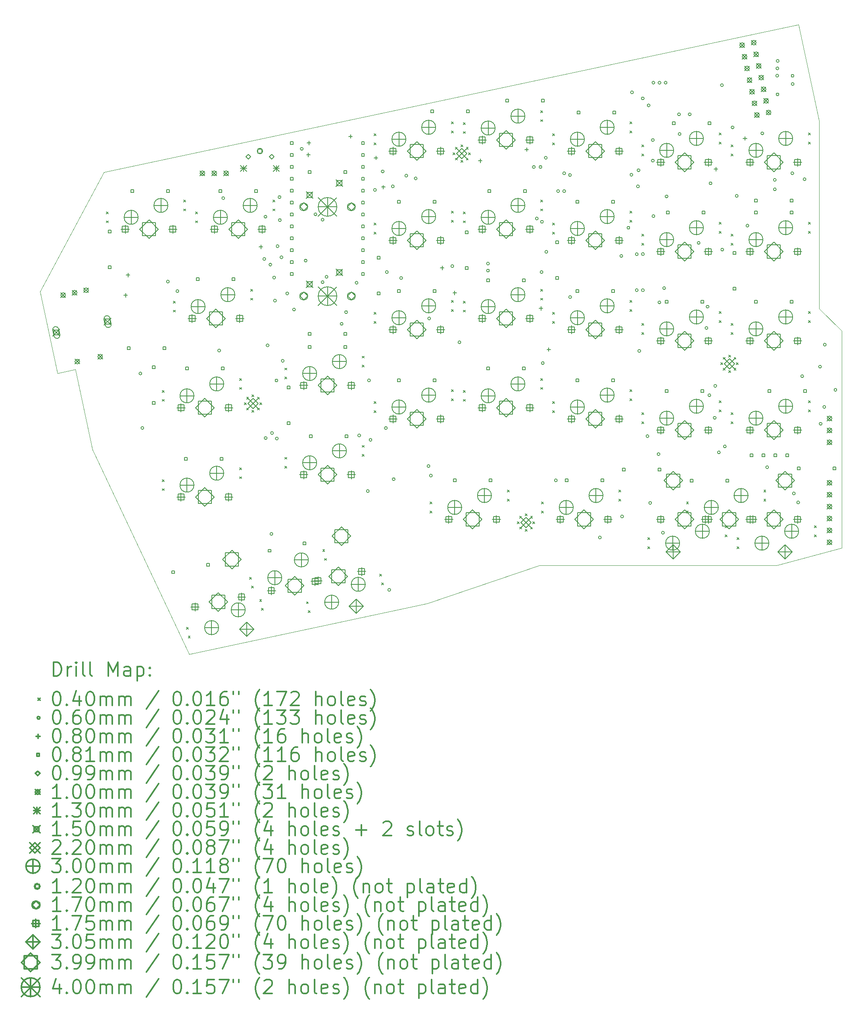
<source format=gbr>
%FSLAX45Y45*%
G04 Gerber Fmt 4.5, Leading zero omitted, Abs format (unit mm)*
G04 Created by KiCad (PCBNEW (5.1.5-0-10_14)) date 2020-05-14 06:06:29*
%MOMM*%
%LPD*%
G04 APERTURE LIST*
%TA.AperFunction,Profile*%
%ADD10C,0.050000*%
%TD*%
%ADD11C,0.200000*%
%ADD12C,0.300000*%
G04 APERTURE END LIST*
D10*
X18824057Y-9312909D02*
X19306657Y-9789160D01*
X10462260Y-15608300D02*
X12860020Y-14790420D01*
X10462260Y-15608300D02*
X5384800Y-16687800D01*
X17920000Y-14790000D02*
X12860020Y-14790420D01*
X3314700Y-12319000D02*
X2951480Y-10614660D01*
X2570480Y-10695940D02*
X2951480Y-10614660D01*
X2570480Y-10695940D02*
X2200000Y-8950000D01*
X18385658Y-3250908D02*
X18824051Y-5313130D01*
X3563784Y-6401503D02*
X18385658Y-3250908D01*
X2200000Y-8950000D02*
X3563784Y-6401503D01*
X5384800Y-16687800D02*
X3314700Y-12319000D01*
X19306653Y-14420000D02*
X17920000Y-14790000D01*
X19306657Y-9789160D02*
X19306653Y-14420000D01*
X18824051Y-5313130D02*
X18824057Y-9312909D01*
D11*
X16950375Y-11536100D02*
X16990375Y-11576100D01*
X16990375Y-11536100D02*
X16950375Y-11576100D01*
X16950375Y-11728500D02*
X16990375Y-11768500D01*
X16990375Y-11728500D02*
X16950375Y-11768500D01*
X18601375Y-11282100D02*
X18641375Y-11322100D01*
X18641375Y-11282100D02*
X18601375Y-11322100D01*
X18601375Y-11474500D02*
X18641375Y-11514500D01*
X18641375Y-11474500D02*
X18601375Y-11514500D01*
X13140375Y-11297974D02*
X13180375Y-11337974D01*
X13180375Y-11297974D02*
X13140375Y-11337974D01*
X13140375Y-11490374D02*
X13180375Y-11530374D01*
X13180375Y-11490374D02*
X13140375Y-11530374D01*
X14791375Y-11043974D02*
X14831375Y-11083974D01*
X14831375Y-11043974D02*
X14791375Y-11083974D01*
X14791375Y-11236374D02*
X14831375Y-11276374D01*
X14831375Y-11236374D02*
X14791375Y-11276374D01*
X11235375Y-5344824D02*
X11275375Y-5384824D01*
X11275375Y-5344824D02*
X11235375Y-5384824D01*
X11235375Y-5537224D02*
X11275375Y-5577224D01*
X11275375Y-5537224D02*
X11235375Y-5577224D01*
X12886375Y-5090824D02*
X12926375Y-5130824D01*
X12926375Y-5090824D02*
X12886375Y-5130824D01*
X12886375Y-5283224D02*
X12926375Y-5323224D01*
X12926375Y-5283224D02*
X12886375Y-5323224D01*
X11235375Y-7249832D02*
X11275375Y-7289832D01*
X11275375Y-7249832D02*
X11235375Y-7289832D01*
X11235375Y-7442232D02*
X11275375Y-7482232D01*
X11275375Y-7442232D02*
X11235375Y-7482232D01*
X12886375Y-6995832D02*
X12926375Y-7035832D01*
X12926375Y-6995832D02*
X12886375Y-7035832D01*
X12886375Y-7188232D02*
X12926375Y-7228232D01*
X12926375Y-7188232D02*
X12886375Y-7228232D01*
X9330375Y-7487958D02*
X9370375Y-7527958D01*
X9370375Y-7487958D02*
X9330375Y-7527958D01*
X9330375Y-7680358D02*
X9370375Y-7720358D01*
X9370375Y-7680358D02*
X9330375Y-7720358D01*
X10981375Y-7233958D02*
X11021375Y-7273958D01*
X11021375Y-7233958D02*
X10981375Y-7273958D01*
X10981375Y-7426358D02*
X11021375Y-7466358D01*
X11021375Y-7426358D02*
X10981375Y-7466358D01*
X7885818Y-15570166D02*
X7925818Y-15610166D01*
X7925818Y-15570166D02*
X7885818Y-15610166D01*
X7925820Y-15758362D02*
X7965820Y-15798362D01*
X7965820Y-15758362D02*
X7925820Y-15798362D01*
X9447930Y-14978454D02*
X9487930Y-15018454D01*
X9487930Y-14978454D02*
X9447930Y-15018454D01*
X9487932Y-15166650D02*
X9527932Y-15206650D01*
X9527932Y-15166650D02*
X9487932Y-15206650D01*
X11235375Y-9154840D02*
X11275375Y-9194840D01*
X11275375Y-9154840D02*
X11235375Y-9194840D01*
X11235375Y-9347240D02*
X11275375Y-9387240D01*
X11275375Y-9347240D02*
X11235375Y-9387240D01*
X12886375Y-8900840D02*
X12926375Y-8940840D01*
X12926375Y-8900840D02*
X12886375Y-8940840D01*
X12886375Y-9093240D02*
X12926375Y-9133240D01*
X12926375Y-9093240D02*
X12886375Y-9133240D01*
X9330375Y-9392966D02*
X9370375Y-9432966D01*
X9370375Y-9392966D02*
X9330375Y-9432966D01*
X9330375Y-9585366D02*
X9370375Y-9625366D01*
X9370375Y-9585366D02*
X9330375Y-9625366D01*
X10981375Y-9138966D02*
X11021375Y-9178966D01*
X11021375Y-9138966D02*
X10981375Y-9178966D01*
X10981375Y-9331366D02*
X11021375Y-9371366D01*
X11021375Y-9331366D02*
X10981375Y-9371366D01*
X9330375Y-11297974D02*
X9370375Y-11337974D01*
X9370375Y-11297974D02*
X9330375Y-11337974D01*
X9330375Y-11490374D02*
X9370375Y-11530374D01*
X9370375Y-11490374D02*
X9330375Y-11530374D01*
X10981375Y-11043974D02*
X11021375Y-11083974D01*
X11021375Y-11043974D02*
X10981375Y-11083974D01*
X10981375Y-11236374D02*
X11021375Y-11276374D01*
X11021375Y-11236374D02*
X10981375Y-11276374D01*
X5323683Y-16114765D02*
X5363683Y-16154765D01*
X5363683Y-16114765D02*
X5323683Y-16154765D01*
X5363685Y-16302960D02*
X5403685Y-16342960D01*
X5403685Y-16302960D02*
X5363685Y-16342960D01*
X6885795Y-15523053D02*
X6925795Y-15563053D01*
X6925795Y-15523053D02*
X6885795Y-15563053D01*
X6925797Y-15711249D02*
X6965797Y-15751249D01*
X6965797Y-15711249D02*
X6925797Y-15751249D01*
X6558700Y-11321100D02*
X6598700Y-11361100D01*
X6598700Y-11321100D02*
X6558700Y-11361100D01*
X6607027Y-11204427D02*
X6647027Y-11244427D01*
X6647027Y-11204427D02*
X6607027Y-11244427D01*
X6607027Y-11437773D02*
X6647027Y-11477773D01*
X6647027Y-11437773D02*
X6607027Y-11477773D01*
X6723700Y-11156100D02*
X6763700Y-11196100D01*
X6763700Y-11156100D02*
X6723700Y-11196100D01*
X6723700Y-11486100D02*
X6763700Y-11526100D01*
X6763700Y-11486100D02*
X6723700Y-11526100D01*
X6840373Y-11204427D02*
X6880373Y-11244427D01*
X6880373Y-11204427D02*
X6840373Y-11244427D01*
X6840373Y-11437773D02*
X6880373Y-11477773D01*
X6880373Y-11437773D02*
X6840373Y-11477773D01*
X6888700Y-11321100D02*
X6928700Y-11361100D01*
X6928700Y-11321100D02*
X6888700Y-11361100D01*
X15045375Y-9631092D02*
X15085375Y-9671092D01*
X15085375Y-9631092D02*
X15045375Y-9671092D01*
X15045375Y-9823492D02*
X15085375Y-9863492D01*
X15085375Y-9823492D02*
X15045375Y-9863492D01*
X16696375Y-9377092D02*
X16736375Y-9417092D01*
X16736375Y-9377092D02*
X16696375Y-9417092D01*
X16696375Y-9569492D02*
X16736375Y-9609492D01*
X16736375Y-9569492D02*
X16696375Y-9609492D01*
X16950375Y-9631092D02*
X16990375Y-9671092D01*
X16990375Y-9631092D02*
X16950375Y-9671092D01*
X16950375Y-9823492D02*
X16990375Y-9863492D01*
X16990375Y-9823492D02*
X16950375Y-9863492D01*
X18601375Y-9377092D02*
X18641375Y-9417092D01*
X18641375Y-9377092D02*
X18601375Y-9417092D01*
X18601375Y-9569492D02*
X18641375Y-9609492D01*
X18641375Y-9569492D02*
X18601375Y-9609492D01*
X16731400Y-10470200D02*
X16771400Y-10510200D01*
X16771400Y-10470200D02*
X16731400Y-10510200D01*
X16779727Y-10353527D02*
X16819727Y-10393527D01*
X16819727Y-10353527D02*
X16779727Y-10393527D01*
X16779727Y-10586873D02*
X16819727Y-10626873D01*
X16819727Y-10586873D02*
X16779727Y-10626873D01*
X16896400Y-10305200D02*
X16936400Y-10345200D01*
X16936400Y-10305200D02*
X16896400Y-10345200D01*
X16896400Y-10635200D02*
X16936400Y-10675200D01*
X16936400Y-10635200D02*
X16896400Y-10675200D01*
X17013073Y-10353527D02*
X17053073Y-10393527D01*
X17053073Y-10353527D02*
X17013073Y-10393527D01*
X17013073Y-10586873D02*
X17053073Y-10626873D01*
X17053073Y-10586873D02*
X17013073Y-10626873D01*
X17061400Y-10470200D02*
X17101400Y-10510200D01*
X17101400Y-10470200D02*
X17061400Y-10510200D01*
X15997875Y-13441108D02*
X16037875Y-13481108D01*
X16037875Y-13441108D02*
X15997875Y-13481108D01*
X15997875Y-13633508D02*
X16037875Y-13673508D01*
X16037875Y-13633508D02*
X15997875Y-13673508D01*
X17648875Y-13187108D02*
X17688875Y-13227108D01*
X17688875Y-13187108D02*
X17648875Y-13227108D01*
X17648875Y-13379508D02*
X17688875Y-13419508D01*
X17688875Y-13379508D02*
X17648875Y-13419508D01*
X16950375Y-7726084D02*
X16990375Y-7766084D01*
X16990375Y-7726084D02*
X16950375Y-7766084D01*
X16950375Y-7918484D02*
X16990375Y-7958484D01*
X16990375Y-7918484D02*
X16950375Y-7958484D01*
X18601375Y-7472084D02*
X18641375Y-7512084D01*
X18641375Y-7472084D02*
X18601375Y-7512084D01*
X18601375Y-7664484D02*
X18641375Y-7704484D01*
X18641375Y-7664484D02*
X18601375Y-7704484D01*
X13140375Y-5582950D02*
X13180375Y-5622950D01*
X13180375Y-5582950D02*
X13140375Y-5622950D01*
X13140375Y-5775350D02*
X13180375Y-5815350D01*
X13180375Y-5775350D02*
X13140375Y-5815350D01*
X14791375Y-5328950D02*
X14831375Y-5368950D01*
X14831375Y-5328950D02*
X14791375Y-5368950D01*
X14791375Y-5521350D02*
X14831375Y-5561350D01*
X14831375Y-5521350D02*
X14791375Y-5561350D01*
X17077375Y-14203108D02*
X17117375Y-14243108D01*
X17117375Y-14203108D02*
X17077375Y-14243108D01*
X17077375Y-14395508D02*
X17117375Y-14435508D01*
X17117375Y-14395508D02*
X17077375Y-14435508D01*
X18728375Y-13949108D02*
X18768375Y-13989108D01*
X18768375Y-13949108D02*
X18728375Y-13989108D01*
X18728375Y-14141508D02*
X18768375Y-14181508D01*
X18768375Y-14141508D02*
X18728375Y-14181508D01*
X4806000Y-12964856D02*
X4846000Y-13004856D01*
X4846000Y-12964856D02*
X4806000Y-13004856D01*
X4806000Y-13157256D02*
X4846000Y-13197256D01*
X4846000Y-13157256D02*
X4806000Y-13197256D01*
X6457000Y-12710856D02*
X6497000Y-12750856D01*
X6497000Y-12710856D02*
X6457000Y-12750856D01*
X6457000Y-12903256D02*
X6497000Y-12943256D01*
X6497000Y-12903256D02*
X6457000Y-12943256D01*
X16950375Y-5821076D02*
X16990375Y-5861076D01*
X16990375Y-5821076D02*
X16950375Y-5861076D01*
X16950375Y-6013476D02*
X16990375Y-6053476D01*
X16990375Y-6013476D02*
X16950375Y-6053476D01*
X18601375Y-5567076D02*
X18641375Y-5607076D01*
X18641375Y-5567076D02*
X18601375Y-5607076D01*
X18601375Y-5759476D02*
X18641375Y-5799476D01*
X18641375Y-5759476D02*
X18601375Y-5799476D01*
X11235375Y-11059848D02*
X11275375Y-11099848D01*
X11275375Y-11059848D02*
X11235375Y-11099848D01*
X11235375Y-11252248D02*
X11275375Y-11292248D01*
X11275375Y-11252248D02*
X11235375Y-11292248D01*
X12886375Y-10805848D02*
X12926375Y-10845848D01*
X12926375Y-10805848D02*
X12886375Y-10845848D01*
X12886375Y-10998248D02*
X12926375Y-11038248D01*
X12926375Y-10998248D02*
X12886375Y-11038248D01*
X15045375Y-7726084D02*
X15085375Y-7766084D01*
X15085375Y-7726084D02*
X15045375Y-7766084D01*
X15045375Y-7918484D02*
X15085375Y-7958484D01*
X15085375Y-7918484D02*
X15045375Y-7958484D01*
X16696375Y-7472084D02*
X16736375Y-7512084D01*
X16736375Y-7472084D02*
X16696375Y-7512084D01*
X16696375Y-7664484D02*
X16736375Y-7704484D01*
X16736375Y-7664484D02*
X16696375Y-7704484D01*
X13140375Y-9392966D02*
X13180375Y-9432966D01*
X13180375Y-9392966D02*
X13140375Y-9432966D01*
X13140375Y-9585366D02*
X13180375Y-9625366D01*
X13180375Y-9585366D02*
X13140375Y-9625366D01*
X14791375Y-9138966D02*
X14831375Y-9178966D01*
X14831375Y-9138966D02*
X14791375Y-9178966D01*
X14791375Y-9331366D02*
X14831375Y-9371366D01*
X14831375Y-9331366D02*
X14791375Y-9371366D01*
X9330375Y-5582950D02*
X9370375Y-5622950D01*
X9370375Y-5582950D02*
X9330375Y-5622950D01*
X9330375Y-5775350D02*
X9370375Y-5815350D01*
X9370375Y-5775350D02*
X9330375Y-5815350D01*
X10981375Y-5328950D02*
X11021375Y-5368950D01*
X11021375Y-5328950D02*
X10981375Y-5368950D01*
X10981375Y-5521350D02*
X11021375Y-5561350D01*
X11021375Y-5521350D02*
X10981375Y-5561350D01*
X15172375Y-14203108D02*
X15212375Y-14243108D01*
X15212375Y-14203108D02*
X15172375Y-14243108D01*
X15172375Y-14395508D02*
X15212375Y-14435508D01*
X15212375Y-14395508D02*
X15172375Y-14435508D01*
X16823375Y-13949108D02*
X16863375Y-13989108D01*
X16863375Y-13949108D02*
X16823375Y-13989108D01*
X16823375Y-14141508D02*
X16863375Y-14181508D01*
X16863375Y-14141508D02*
X16823375Y-14181508D01*
X7425375Y-10583596D02*
X7465375Y-10623596D01*
X7465375Y-10583596D02*
X7425375Y-10623596D01*
X7425375Y-10775996D02*
X7465375Y-10815996D01*
X7465375Y-10775996D02*
X7425375Y-10815996D01*
X9076375Y-10329596D02*
X9116375Y-10369596D01*
X9116375Y-10329596D02*
X9076375Y-10369596D01*
X9076375Y-10521996D02*
X9116375Y-10561996D01*
X9116375Y-10521996D02*
X9076375Y-10561996D01*
X5520375Y-7249832D02*
X5560375Y-7289832D01*
X5560375Y-7249832D02*
X5520375Y-7289832D01*
X5520375Y-7442232D02*
X5560375Y-7482232D01*
X5560375Y-7442232D02*
X5520375Y-7482232D01*
X7171375Y-6995832D02*
X7211375Y-7035832D01*
X7211375Y-6995832D02*
X7171375Y-7035832D01*
X7171375Y-7188232D02*
X7211375Y-7228232D01*
X7211375Y-7188232D02*
X7171375Y-7228232D01*
X5044125Y-9154840D02*
X5084125Y-9194840D01*
X5084125Y-9154840D02*
X5044125Y-9194840D01*
X5044125Y-9347240D02*
X5084125Y-9387240D01*
X5084125Y-9347240D02*
X5044125Y-9387240D01*
X6695125Y-8900840D02*
X6735125Y-8940840D01*
X6735125Y-8900840D02*
X6695125Y-8940840D01*
X6695125Y-9093240D02*
X6735125Y-9133240D01*
X6735125Y-9093240D02*
X6695125Y-9133240D01*
X12388000Y-13861100D02*
X12428000Y-13901100D01*
X12428000Y-13861100D02*
X12388000Y-13901100D01*
X12436327Y-13744427D02*
X12476327Y-13784427D01*
X12476327Y-13744427D02*
X12436327Y-13784427D01*
X12436327Y-13977773D02*
X12476327Y-14017773D01*
X12476327Y-13977773D02*
X12436327Y-14017773D01*
X12553000Y-13696100D02*
X12593000Y-13736100D01*
X12593000Y-13696100D02*
X12553000Y-13736100D01*
X12553000Y-14026100D02*
X12593000Y-14066100D01*
X12593000Y-14026100D02*
X12553000Y-14066100D01*
X12669673Y-13744427D02*
X12709673Y-13784427D01*
X12709673Y-13744427D02*
X12669673Y-13784427D01*
X12669673Y-13977773D02*
X12709673Y-14017773D01*
X12709673Y-13977773D02*
X12669673Y-14017773D01*
X12718000Y-13861100D02*
X12758000Y-13901100D01*
X12758000Y-13861100D02*
X12718000Y-13901100D01*
X15045375Y-11536100D02*
X15085375Y-11576100D01*
X15085375Y-11536100D02*
X15045375Y-11576100D01*
X15045375Y-11728500D02*
X15085375Y-11768500D01*
X15085375Y-11728500D02*
X15045375Y-11768500D01*
X16696375Y-11282100D02*
X16736375Y-11322100D01*
X16736375Y-11282100D02*
X16696375Y-11322100D01*
X16696375Y-11474500D02*
X16736375Y-11514500D01*
X16736375Y-11474500D02*
X16696375Y-11514500D01*
X11016400Y-5987100D02*
X11056400Y-6027100D01*
X11056400Y-5987100D02*
X11016400Y-6027100D01*
X11064727Y-5870427D02*
X11104727Y-5910427D01*
X11104727Y-5870427D02*
X11064727Y-5910427D01*
X11064727Y-6103773D02*
X11104727Y-6143773D01*
X11104727Y-6103773D02*
X11064727Y-6143773D01*
X11181400Y-5822100D02*
X11221400Y-5862100D01*
X11221400Y-5822100D02*
X11181400Y-5862100D01*
X11181400Y-6152100D02*
X11221400Y-6192100D01*
X11221400Y-6152100D02*
X11181400Y-6192100D01*
X11298073Y-5870427D02*
X11338073Y-5910427D01*
X11338073Y-5870427D02*
X11298073Y-5910427D01*
X11298073Y-6103773D02*
X11338073Y-6143773D01*
X11338073Y-6103773D02*
X11298073Y-6143773D01*
X11346400Y-5987100D02*
X11386400Y-6027100D01*
X11386400Y-5987100D02*
X11346400Y-6027100D01*
X12902250Y-13441108D02*
X12942250Y-13481108D01*
X12942250Y-13441108D02*
X12902250Y-13481108D01*
X12902250Y-13633508D02*
X12942250Y-13673508D01*
X12942250Y-13633508D02*
X12902250Y-13673508D01*
X14553250Y-13187108D02*
X14593250Y-13227108D01*
X14593250Y-13187108D02*
X14553250Y-13227108D01*
X14553250Y-13379508D02*
X14593250Y-13419508D01*
X14593250Y-13379508D02*
X14553250Y-13419508D01*
X3615375Y-7249832D02*
X3655375Y-7289832D01*
X3655375Y-7249832D02*
X3615375Y-7289832D01*
X3615375Y-7442232D02*
X3655375Y-7482232D01*
X3655375Y-7442232D02*
X3615375Y-7482232D01*
X5266375Y-6995832D02*
X5306375Y-7035832D01*
X5306375Y-6995832D02*
X5266375Y-7035832D01*
X5266375Y-7188232D02*
X5306375Y-7228232D01*
X5306375Y-7188232D02*
X5266375Y-7228232D01*
X4806000Y-11059848D02*
X4846000Y-11099848D01*
X4846000Y-11059848D02*
X4806000Y-11099848D01*
X4806000Y-11252248D02*
X4846000Y-11292248D01*
X4846000Y-11252248D02*
X4806000Y-11292248D01*
X6457000Y-10805848D02*
X6497000Y-10845848D01*
X6497000Y-10805848D02*
X6457000Y-10845848D01*
X6457000Y-10998248D02*
X6497000Y-11038248D01*
X6497000Y-10998248D02*
X6457000Y-11038248D01*
X15045375Y-5821076D02*
X15085375Y-5861076D01*
X15085375Y-5821076D02*
X15045375Y-5861076D01*
X15045375Y-6013476D02*
X15085375Y-6053476D01*
X15085375Y-6013476D02*
X15045375Y-6053476D01*
X16696375Y-5567076D02*
X16736375Y-5607076D01*
X16736375Y-5567076D02*
X16696375Y-5607076D01*
X16696375Y-5759476D02*
X16736375Y-5799476D01*
X16736375Y-5759476D02*
X16696375Y-5799476D01*
X7425375Y-12488604D02*
X7465375Y-12528604D01*
X7465375Y-12488604D02*
X7425375Y-12528604D01*
X7425375Y-12681004D02*
X7465375Y-12721004D01*
X7465375Y-12681004D02*
X7425375Y-12721004D01*
X9076375Y-12234604D02*
X9116375Y-12274604D01*
X9116375Y-12234604D02*
X9076375Y-12274604D01*
X9076375Y-12427004D02*
X9116375Y-12467004D01*
X9116375Y-12427004D02*
X9076375Y-12467004D01*
X6671479Y-15049258D02*
X6711479Y-15089258D01*
X6711479Y-15049258D02*
X6671479Y-15089258D01*
X6711481Y-15237454D02*
X6751481Y-15277454D01*
X6751481Y-15237454D02*
X6711481Y-15277454D01*
X8233591Y-14457546D02*
X8273591Y-14497546D01*
X8273591Y-14457546D02*
X8233591Y-14497546D01*
X8273593Y-14645742D02*
X8313593Y-14685742D01*
X8313593Y-14645742D02*
X8273593Y-14685742D01*
X10521000Y-13441108D02*
X10561000Y-13481108D01*
X10561000Y-13441108D02*
X10521000Y-13481108D01*
X10521000Y-13633508D02*
X10561000Y-13673508D01*
X10561000Y-13633508D02*
X10521000Y-13673508D01*
X12172000Y-13187108D02*
X12212000Y-13227108D01*
X12212000Y-13187108D02*
X12172000Y-13227108D01*
X12172000Y-13379508D02*
X12212000Y-13419508D01*
X12212000Y-13379508D02*
X12172000Y-13419508D01*
X13140375Y-7487958D02*
X13180375Y-7527958D01*
X13180375Y-7487958D02*
X13140375Y-7527958D01*
X13140375Y-7680358D02*
X13180375Y-7720358D01*
X13180375Y-7680358D02*
X13140375Y-7720358D01*
X14791375Y-7233958D02*
X14831375Y-7273958D01*
X14831375Y-7233958D02*
X14791375Y-7273958D01*
X14791375Y-7426358D02*
X14831375Y-7466358D01*
X14831375Y-7426358D02*
X14791375Y-7466358D01*
X4370860Y-10698480D02*
G75*
G03X4370860Y-10698480I-30000J0D01*
G01*
X4411500Y-11861800D02*
G75*
G03X4411500Y-11861800I-30000J0D01*
G01*
X4957600Y-8737600D02*
G75*
G03X4957600Y-8737600I-30000J0D01*
G01*
X5160800Y-8940800D02*
G75*
G03X5160800Y-8940800I-30000J0D01*
G01*
X6052340Y-10208260D02*
G75*
G03X6052340Y-10208260I-30000J0D01*
G01*
X6138702Y-6957050D02*
G75*
G03X6138702Y-6957050I-30000J0D01*
G01*
X7015000Y-8255000D02*
G75*
G03X7015000Y-8255000I-30000J0D01*
G01*
X7040400Y-7353300D02*
G75*
G03X7040400Y-7353300I-30000J0D01*
G01*
X7044089Y-12076941D02*
G75*
G03X7044089Y-12076941I-30000J0D01*
G01*
X7085099Y-10097536D02*
G75*
G03X7085099Y-10097536I-30000J0D01*
G01*
X7144894Y-8376101D02*
G75*
G03X7144894Y-8376101I-30000J0D01*
G01*
X7167400Y-14122400D02*
G75*
G03X7167400Y-14122400I-30000J0D01*
G01*
X7180100Y-11970051D02*
G75*
G03X7180100Y-11970051I-30000J0D01*
G01*
X7224799Y-8653137D02*
G75*
G03X7224799Y-8653137I-30000J0D01*
G01*
X7243600Y-9144000D02*
G75*
G03X7243600Y-9144000I-30000J0D01*
G01*
X7275101Y-10848919D02*
G75*
G03X7275101Y-10848919I-30000J0D01*
G01*
X7282455Y-12087459D02*
G75*
G03X7282455Y-12087459I-30000J0D01*
G01*
X7298045Y-7981843D02*
G75*
G03X7298045Y-7981843I-30000J0D01*
G01*
X7339341Y-6934720D02*
G75*
G03X7339341Y-6934720I-30000J0D01*
G01*
X7347143Y-7426795D02*
G75*
G03X7347143Y-7426795I-30000J0D01*
G01*
X7381056Y-8219144D02*
G75*
G03X7381056Y-8219144I-30000J0D01*
G01*
X7408700Y-10429240D02*
G75*
G03X7408700Y-10429240I-30000J0D01*
G01*
X7505059Y-8991600D02*
G75*
G03X7505059Y-8991600I-30000J0D01*
G01*
X7650000Y-9334500D02*
G75*
G03X7650000Y-9334500I-30000J0D01*
G01*
X7815100Y-5905500D02*
G75*
G03X7815100Y-5905500I-30000J0D01*
G01*
X7897899Y-8290545D02*
G75*
G03X7897899Y-8290545I-30000J0D01*
G01*
X8107200Y-7302500D02*
G75*
G03X8107200Y-7302500I-30000J0D01*
G01*
X8259600Y-7416800D02*
G75*
G03X8259600Y-7416800I-30000J0D01*
G01*
X8259600Y-8750300D02*
G75*
G03X8259600Y-8750300I-30000J0D01*
G01*
X8343507Y-8636355D02*
G75*
G03X8343507Y-8636355I-30000J0D01*
G01*
X8666000Y-9639300D02*
G75*
G03X8666000Y-9639300I-30000J0D01*
G01*
X8761001Y-9389644D02*
G75*
G03X8761001Y-9389644I-30000J0D01*
G01*
X8983500Y-8763000D02*
G75*
G03X8983500Y-8763000I-30000J0D01*
G01*
X9040959Y-12020669D02*
G75*
G03X9040959Y-12020669I-30000J0D01*
G01*
X9224800Y-13208000D02*
G75*
G03X9224800Y-13208000I-30000J0D01*
G01*
X9250200Y-10845800D02*
G75*
G03X9250200Y-10845800I-30000J0D01*
G01*
X9282409Y-12115670D02*
G75*
G03X9282409Y-12115670I-30000J0D01*
G01*
X9377200Y-6781800D02*
G75*
G03X9377200Y-6781800I-30000J0D01*
G01*
X9542300Y-6388100D02*
G75*
G03X9542300Y-6388100I-30000J0D01*
G01*
X9609993Y-11862687D02*
G75*
G03X9609993Y-11862687I-30000J0D01*
G01*
X9631200Y-8534400D02*
G75*
G03X9631200Y-8534400I-30000J0D01*
G01*
X9682000Y-15316200D02*
G75*
G03X9682000Y-15316200I-30000J0D01*
G01*
X9758200Y-6705600D02*
G75*
G03X9758200Y-6705600I-30000J0D01*
G01*
X9777001Y-12954000D02*
G75*
G03X9777001Y-12954000I-30000J0D01*
G01*
X9935998Y-8661400D02*
G75*
G03X9935998Y-8661400I-30000J0D01*
G01*
X10045744Y-6477102D02*
G75*
G03X10045744Y-6477102I-30000J0D01*
G01*
X10246384Y-6537103D02*
G75*
G03X10246384Y-6537103I-30000J0D01*
G01*
X10520200Y-12674600D02*
G75*
G03X10520200Y-12674600I-30000J0D01*
G01*
X10532900Y-9525000D02*
G75*
G03X10532900Y-9525000I-30000J0D01*
G01*
X10571000Y-12877800D02*
G75*
G03X10571000Y-12877800I-30000J0D01*
G01*
X11028200Y-8407400D02*
G75*
G03X11028200Y-8407400I-30000J0D01*
G01*
X11180600Y-10033000D02*
G75*
G03X11180600Y-10033000I-30000J0D01*
G01*
X11788824Y-8502350D02*
G75*
G03X11788824Y-8502350I-30000J0D01*
G01*
X11790232Y-8353606D02*
G75*
G03X11790232Y-8353606I-30000J0D01*
G01*
X12768721Y-6292601D02*
G75*
G03X12768721Y-6292601I-30000J0D01*
G01*
X12831600Y-7391400D02*
G75*
G03X12831600Y-7391400I-30000J0D01*
G01*
X12910151Y-6292601D02*
G75*
G03X12910151Y-6292601I-30000J0D01*
G01*
X12933200Y-8534400D02*
G75*
G03X12933200Y-8534400I-30000J0D01*
G01*
X12941231Y-7461267D02*
G75*
G03X12941231Y-7461267I-30000J0D01*
G01*
X12958600Y-10476950D02*
G75*
G03X12958600Y-10476950I-30000J0D01*
G01*
X13022100Y-6096000D02*
G75*
G03X13022100Y-6096000I-30000J0D01*
G01*
X13034800Y-8102600D02*
G75*
G03X13034800Y-8102600I-30000J0D01*
G01*
X13238000Y-12979400D02*
G75*
G03X13238000Y-12979400I-30000J0D01*
G01*
X13285799Y-6807103D02*
G75*
G03X13285799Y-6807103I-30000J0D01*
G01*
X13415800Y-6426200D02*
G75*
G03X13415800Y-6426200I-30000J0D01*
G01*
X13415800Y-6807200D02*
G75*
G03X13415800Y-6807200I-30000J0D01*
G01*
X13540227Y-6463860D02*
G75*
G03X13540227Y-6463860I-30000J0D01*
G01*
X13542800Y-9067800D02*
G75*
G03X13542800Y-9067800I-30000J0D01*
G01*
X14177800Y-14198600D02*
G75*
G03X14177800Y-14198600I-30000J0D01*
G01*
X14635000Y-8191500D02*
G75*
G03X14635000Y-8191500I-30000J0D01*
G01*
X14651376Y-13750424D02*
G75*
G03X14651376Y-13750424I-30000J0D01*
G01*
X14786264Y-7588384D02*
G75*
G03X14786264Y-7588384I-30000J0D01*
G01*
X14850900Y-6457701D02*
G75*
G03X14850900Y-6457701I-30000J0D01*
G01*
X14863600Y-4699000D02*
G75*
G03X14863600Y-4699000I-30000J0D01*
G01*
X14965200Y-8153400D02*
G75*
G03X14965200Y-8153400I-30000J0D01*
G01*
X14965200Y-8920951D02*
G75*
G03X14965200Y-8920951I-30000J0D01*
G01*
X14990600Y-6705600D02*
G75*
G03X14990600Y-6705600I-30000J0D01*
G01*
X15003300Y-6362700D02*
G75*
G03X15003300Y-6362700I-30000J0D01*
G01*
X15018661Y-10217399D02*
G75*
G03X15018661Y-10217399I-30000J0D01*
G01*
X15092200Y-4828401D02*
G75*
G03X15092200Y-4828401I-30000J0D01*
G01*
X15095375Y-8150225D02*
G75*
G03X15095375Y-8150225I-30000J0D01*
G01*
X15095375Y-8920951D02*
G75*
G03X15095375Y-8920951I-30000J0D01*
G01*
X15193564Y-12036998D02*
G75*
G03X15193564Y-12036998I-30000J0D01*
G01*
X15218327Y-4978400D02*
G75*
G03X15218327Y-4978400I-30000J0D01*
G01*
X15251199Y-13462000D02*
G75*
G03X15251199Y-13462000I-30000J0D01*
G01*
X15308100Y-5717276D02*
G75*
G03X15308100Y-5717276I-30000J0D01*
G01*
X15308100Y-6157276D02*
G75*
G03X15308100Y-6157276I-30000J0D01*
G01*
X15320800Y-4493198D02*
G75*
G03X15320800Y-4493198I-30000J0D01*
G01*
X15320800Y-7340600D02*
G75*
G03X15320800Y-7340600I-30000J0D01*
G01*
X15429745Y-12420947D02*
G75*
G03X15429745Y-12420947I-30000J0D01*
G01*
X15447800Y-9182100D02*
G75*
G03X15447800Y-9182100I-30000J0D01*
G01*
X15450801Y-4493198D02*
G75*
G03X15450801Y-4493198I-30000J0D01*
G01*
X15524000Y-14096999D02*
G75*
G03X15524000Y-14096999I-30000J0D01*
G01*
X15549400Y-8877300D02*
G75*
G03X15549400Y-8877300I-30000J0D01*
G01*
X15580802Y-4493198D02*
G75*
G03X15580802Y-4493198I-30000J0D01*
G01*
X15600550Y-6920950D02*
G75*
G03X15600550Y-6920950I-30000J0D01*
G01*
X15866900Y-5168900D02*
G75*
G03X15866900Y-5168900I-30000J0D01*
G01*
X15879600Y-5588000D02*
G75*
G03X15879600Y-5588000I-30000J0D01*
G01*
X16095500Y-5168900D02*
G75*
G03X16095500Y-5168900I-30000J0D01*
G01*
X16286000Y-7912100D02*
G75*
G03X16286000Y-7912100I-30000J0D01*
G01*
X16451100Y-9728200D02*
G75*
G03X16451100Y-9728200I-30000J0D01*
G01*
X16476500Y-9273292D02*
G75*
G03X16476500Y-9273292I-30000J0D01*
G01*
X16514600Y-11163300D02*
G75*
G03X16514600Y-11163300I-30000J0D01*
G01*
X16539578Y-6640668D02*
G75*
G03X16539578Y-6640668I-30000J0D01*
G01*
X16628900Y-11645900D02*
G75*
G03X16628900Y-11645900I-30000J0D01*
G01*
X16639790Y-10963638D02*
G75*
G03X16639790Y-10963638I-30000J0D01*
G01*
X16717800Y-12382500D02*
G75*
G03X16717800Y-12382500I-30000J0D01*
G01*
X16781300Y-4546600D02*
G75*
G03X16781300Y-4546600I-30000J0D01*
G01*
X16790324Y-8055476D02*
G75*
G03X16790324Y-8055476I-30000J0D01*
G01*
X16844799Y-12255500D02*
G75*
G03X16844799Y-12255500I-30000J0D01*
G01*
X17009900Y-5448300D02*
G75*
G03X17009900Y-5448300I-30000J0D01*
G01*
X17098800Y-6908800D02*
G75*
G03X17098800Y-6908800I-30000J0D01*
G01*
X17327400Y-7543800D02*
G75*
G03X17327400Y-7543800I-30000J0D01*
G01*
X17644900Y-5575300D02*
G75*
G03X17644900Y-5575300I-30000J0D01*
G01*
X17746500Y-12700000D02*
G75*
G03X17746500Y-12700000I-30000J0D01*
G01*
X17911600Y-6566399D02*
G75*
G03X17911600Y-6566399I-30000J0D01*
G01*
X17911600Y-6769100D02*
G75*
G03X17911600Y-6769100I-30000J0D01*
G01*
X17962400Y-4343400D02*
G75*
G03X17962400Y-4343400I-30000J0D01*
G01*
X17965838Y-4187562D02*
G75*
G03X17965838Y-4187562I-30000J0D01*
G01*
X17969124Y-4743076D02*
G75*
G03X17969124Y-4743076I-30000J0D01*
G01*
X17972189Y-4028811D02*
G75*
G03X17972189Y-4028811I-30000J0D01*
G01*
X18285143Y-6426095D02*
G75*
G03X18285143Y-6426095I-30000J0D01*
G01*
X18289689Y-4346311D02*
G75*
G03X18289689Y-4346311I-30000J0D01*
G01*
X18292600Y-4521199D02*
G75*
G03X18292600Y-4521199I-30000J0D01*
G01*
X18318000Y-13258800D02*
G75*
G03X18318000Y-13258800I-30000J0D01*
G01*
X18409398Y-13450819D02*
G75*
G03X18409398Y-13450819I-30000J0D01*
G01*
X18495800Y-10756900D02*
G75*
G03X18495800Y-10756900I-30000J0D01*
G01*
X18546600Y-6553200D02*
G75*
G03X18546600Y-6553200I-30000J0D01*
G01*
X18876800Y-10553700D02*
G75*
G03X18876800Y-10553700I-30000J0D01*
G01*
X18889500Y-11772900D02*
G75*
G03X18889500Y-11772900I-30000J0D01*
G01*
X18966031Y-11413089D02*
G75*
G03X18966031Y-11413089I-30000J0D01*
G01*
X18978400Y-10083800D02*
G75*
G03X18978400Y-10083800I-30000J0D01*
G01*
X19205162Y-11049245D02*
G75*
G03X19205162Y-11049245I-30000J0D01*
G01*
X4025900Y-8989700D02*
X4025900Y-9069700D01*
X3985900Y-9029700D02*
X4065900Y-9029700D01*
X4076700Y-8557900D02*
X4076700Y-8637900D01*
X4036700Y-8597900D02*
X4116700Y-8597900D01*
X6912326Y-7953998D02*
X6912326Y-8033998D01*
X6872326Y-7993998D02*
X6952326Y-7993998D01*
X7924800Y-5992500D02*
X7924800Y-6072500D01*
X7884800Y-6032500D02*
X7964800Y-6032500D01*
X7937500Y-5738500D02*
X7937500Y-5818500D01*
X7897500Y-5778500D02*
X7977500Y-5778500D01*
X8826500Y-5598800D02*
X8826500Y-5678800D01*
X8786500Y-5638800D02*
X8866500Y-5638800D01*
X9367914Y-6055352D02*
X9367914Y-6135352D01*
X9327914Y-6095352D02*
X9407914Y-6095352D01*
X9525000Y-6678902D02*
X9525000Y-6758902D01*
X9485000Y-6718902D02*
X9565000Y-6718902D01*
X10782300Y-8405500D02*
X10782300Y-8485500D01*
X10742300Y-8445500D02*
X10822300Y-8445500D01*
X11049000Y-8938900D02*
X11049000Y-9018900D01*
X11009000Y-8978900D02*
X11089000Y-8978900D01*
X11595100Y-6119500D02*
X11595100Y-6199500D01*
X11555100Y-6159500D02*
X11635100Y-6159500D01*
X12585700Y-5878200D02*
X12585700Y-5958200D01*
X12545700Y-5918200D02*
X12625700Y-5918200D01*
X12890500Y-9269100D02*
X12890500Y-9349100D01*
X12850500Y-9309100D02*
X12930500Y-9309100D01*
X13055600Y-10145400D02*
X13055600Y-10225400D01*
X13015600Y-10185400D02*
X13095600Y-10185400D01*
X16624300Y-6297300D02*
X16624300Y-6377300D01*
X16584300Y-6337300D02*
X16664300Y-6337300D01*
X17242772Y-5640301D02*
X17242772Y-5720301D01*
X17202772Y-5680301D02*
X17282772Y-5680301D01*
X11077737Y-13008137D02*
X11077737Y-12950663D01*
X11020263Y-12950663D01*
X11020263Y-13008137D01*
X11077737Y-13008137D01*
X11839737Y-13008137D02*
X11839737Y-12950663D01*
X11782263Y-12950663D01*
X11782263Y-13008137D01*
X11839737Y-13008137D01*
X18418337Y-12754137D02*
X18418337Y-12696663D01*
X18360863Y-12696663D01*
X18360863Y-12754137D01*
X18418337Y-12754137D01*
X19180337Y-12754137D02*
X19180337Y-12696663D01*
X19122863Y-12696663D01*
X19122863Y-12754137D01*
X19180337Y-12754137D01*
X17503937Y-9198137D02*
X17503937Y-9140663D01*
X17446463Y-9140663D01*
X17446463Y-9198137D01*
X17503937Y-9198137D01*
X18265937Y-9198137D02*
X18265937Y-9140663D01*
X18208463Y-9140663D01*
X18208463Y-9198137D01*
X18265937Y-9198137D01*
X7978937Y-9883937D02*
X7978937Y-9826463D01*
X7921463Y-9826463D01*
X7921463Y-9883937D01*
X7978937Y-9883937D01*
X8740937Y-9883937D02*
X8740937Y-9826463D01*
X8683463Y-9826463D01*
X8683463Y-9883937D01*
X8740937Y-9883937D01*
X11788937Y-10620537D02*
X11788937Y-10563063D01*
X11731463Y-10563063D01*
X11731463Y-10620537D01*
X11788937Y-10620537D01*
X12550937Y-10620537D02*
X12550937Y-10563063D01*
X12493463Y-10563063D01*
X12493463Y-10620537D01*
X12550937Y-10620537D01*
X13693937Y-8969537D02*
X13693937Y-8912063D01*
X13636463Y-8912063D01*
X13636463Y-8969537D01*
X13693937Y-8969537D01*
X14455937Y-8969537D02*
X14455937Y-8912063D01*
X14398463Y-8912063D01*
X14398463Y-8969537D01*
X14455937Y-8969537D01*
X7598797Y-5807237D02*
X7598797Y-5749763D01*
X7541323Y-5749763D01*
X7541323Y-5807237D01*
X7598797Y-5807237D01*
X7598797Y-6061237D02*
X7598797Y-6003763D01*
X7541323Y-6003763D01*
X7541323Y-6061237D01*
X7598797Y-6061237D01*
X7598797Y-6315237D02*
X7598797Y-6257763D01*
X7541323Y-6257763D01*
X7541323Y-6315237D01*
X7598797Y-6315237D01*
X7598797Y-6569237D02*
X7598797Y-6511763D01*
X7541323Y-6511763D01*
X7541323Y-6569237D01*
X7598797Y-6569237D01*
X7598797Y-6823237D02*
X7598797Y-6765763D01*
X7541323Y-6765763D01*
X7541323Y-6823237D01*
X7598797Y-6823237D01*
X7598797Y-7077237D02*
X7598797Y-7019763D01*
X7541323Y-7019763D01*
X7541323Y-7077237D01*
X7598797Y-7077237D01*
X7598797Y-7331237D02*
X7598797Y-7273763D01*
X7541323Y-7273763D01*
X7541323Y-7331237D01*
X7598797Y-7331237D01*
X7598797Y-7585237D02*
X7598797Y-7527763D01*
X7541323Y-7527763D01*
X7541323Y-7585237D01*
X7598797Y-7585237D01*
X7598797Y-7839237D02*
X7598797Y-7781763D01*
X7541323Y-7781763D01*
X7541323Y-7839237D01*
X7598797Y-7839237D01*
X7598797Y-8093237D02*
X7598797Y-8035763D01*
X7541323Y-8035763D01*
X7541323Y-8093237D01*
X7598797Y-8093237D01*
X7598797Y-8347237D02*
X7598797Y-8289763D01*
X7541323Y-8289763D01*
X7541323Y-8347237D01*
X7598797Y-8347237D01*
X7598797Y-8601237D02*
X7598797Y-8543763D01*
X7541323Y-8543763D01*
X7541323Y-8601237D01*
X7598797Y-8601237D01*
X9120797Y-5807237D02*
X9120797Y-5749763D01*
X9063323Y-5749763D01*
X9063323Y-5807237D01*
X9120797Y-5807237D01*
X9120797Y-6061237D02*
X9120797Y-6003763D01*
X9063323Y-6003763D01*
X9063323Y-6061237D01*
X9120797Y-6061237D01*
X9120797Y-6315237D02*
X9120797Y-6257763D01*
X9063323Y-6257763D01*
X9063323Y-6315237D01*
X9120797Y-6315237D01*
X9120797Y-6569237D02*
X9120797Y-6511763D01*
X9063323Y-6511763D01*
X9063323Y-6569237D01*
X9120797Y-6569237D01*
X9120797Y-6823237D02*
X9120797Y-6765763D01*
X9063323Y-6765763D01*
X9063323Y-6823237D01*
X9120797Y-6823237D01*
X9120797Y-7077237D02*
X9120797Y-7019763D01*
X9063323Y-7019763D01*
X9063323Y-7077237D01*
X9120797Y-7077237D01*
X9120797Y-7331237D02*
X9120797Y-7273763D01*
X9063323Y-7273763D01*
X9063323Y-7331237D01*
X9120797Y-7331237D01*
X9120797Y-7585237D02*
X9120797Y-7527763D01*
X9063323Y-7527763D01*
X9063323Y-7585237D01*
X9120797Y-7585237D01*
X9120797Y-7839237D02*
X9120797Y-7781763D01*
X9063323Y-7781763D01*
X9063323Y-7839237D01*
X9120797Y-7839237D01*
X9120797Y-8093237D02*
X9120797Y-8035763D01*
X9063323Y-8035763D01*
X9063323Y-8093237D01*
X9120797Y-8093237D01*
X9120797Y-8347237D02*
X9120797Y-8289763D01*
X9063323Y-8289763D01*
X9063323Y-8347237D01*
X9120797Y-8347237D01*
X9120797Y-8601237D02*
X9120797Y-8543763D01*
X9063323Y-8543763D01*
X9063323Y-8601237D01*
X9120797Y-8601237D01*
X9883937Y-10874537D02*
X9883937Y-10817063D01*
X9826463Y-10817063D01*
X9826463Y-10874537D01*
X9883937Y-10874537D01*
X10645937Y-10874537D02*
X10645937Y-10817063D01*
X10588463Y-10817063D01*
X10588463Y-10874537D01*
X10645937Y-10874537D01*
X5362737Y-10620537D02*
X5362737Y-10563063D01*
X5305263Y-10563063D01*
X5305263Y-10620537D01*
X5362737Y-10620537D01*
X6124737Y-10620537D02*
X6124737Y-10563063D01*
X6067263Y-10563063D01*
X6067263Y-10620537D01*
X6124737Y-10620537D01*
X4118137Y-10188737D02*
X4118137Y-10131263D01*
X4060663Y-10131263D01*
X4060663Y-10188737D01*
X4118137Y-10188737D01*
X4880137Y-10188737D02*
X4880137Y-10131263D01*
X4822663Y-10131263D01*
X4822663Y-10188737D01*
X4880137Y-10188737D01*
X17503937Y-7293137D02*
X17503937Y-7235663D01*
X17446463Y-7235663D01*
X17446463Y-7293137D01*
X17503937Y-7293137D01*
X18265937Y-7293137D02*
X18265937Y-7235663D01*
X18208463Y-7235663D01*
X18208463Y-7293137D01*
X18265937Y-7293137D01*
X5591337Y-8715537D02*
X5591337Y-8658063D01*
X5533863Y-8658063D01*
X5533863Y-8715537D01*
X5591337Y-8715537D01*
X6353337Y-8715537D02*
X6353337Y-8658063D01*
X6295863Y-8658063D01*
X6295863Y-8715537D01*
X6353337Y-8715537D01*
X7534437Y-11026937D02*
X7534437Y-10969463D01*
X7476963Y-10969463D01*
X7476963Y-11026937D01*
X7534437Y-11026937D01*
X7534437Y-11788937D02*
X7534437Y-11731463D01*
X7476963Y-11731463D01*
X7476963Y-11788937D01*
X7534437Y-11788937D01*
X11788937Y-8740937D02*
X11788937Y-8683463D01*
X11731463Y-8683463D01*
X11731463Y-8740937D01*
X11788937Y-8740937D01*
X12550937Y-8740937D02*
X12550937Y-8683463D01*
X12493463Y-8683463D01*
X12493463Y-8740937D01*
X12550937Y-8740937D01*
X7978937Y-6429537D02*
X7978937Y-6372063D01*
X7921463Y-6372063D01*
X7921463Y-6429537D01*
X7978937Y-6429537D01*
X8740937Y-6429537D02*
X8740937Y-6372063D01*
X8683463Y-6372063D01*
X8683463Y-6429537D01*
X8740937Y-6429537D01*
X9883937Y-7064537D02*
X9883937Y-7007063D01*
X9826463Y-7007063D01*
X9826463Y-7064537D01*
X9883937Y-7064537D01*
X10645937Y-7064537D02*
X10645937Y-7007063D01*
X10588463Y-7007063D01*
X10588463Y-7064537D01*
X10645937Y-7064537D01*
X13693937Y-7064537D02*
X13693937Y-7007063D01*
X13636463Y-7007063D01*
X13636463Y-7064537D01*
X13693937Y-7064537D01*
X14455937Y-7064537D02*
X14455937Y-7007063D01*
X14398463Y-7007063D01*
X14398463Y-7064537D01*
X14455937Y-7064537D01*
X17503937Y-7039137D02*
X17503937Y-6981663D01*
X17446463Y-6981663D01*
X17446463Y-7039137D01*
X17503937Y-7039137D01*
X18265937Y-7039137D02*
X18265937Y-6981663D01*
X18208463Y-6981663D01*
X18208463Y-7039137D01*
X18265937Y-7039137D01*
X7123663Y-14509751D02*
X7123663Y-14452277D01*
X7066189Y-14452277D01*
X7066189Y-14509751D01*
X7123663Y-14509751D01*
X7869011Y-14351323D02*
X7869011Y-14293848D01*
X7811537Y-14293848D01*
X7811537Y-14351323D01*
X7869011Y-14351323D01*
X15624337Y-7293137D02*
X15624337Y-7235663D01*
X15566863Y-7235663D01*
X15566863Y-7293137D01*
X15624337Y-7293137D01*
X16386337Y-7293137D02*
X16386337Y-7235663D01*
X16328863Y-7235663D01*
X16328863Y-7293137D01*
X16386337Y-7293137D01*
X13465337Y-13008137D02*
X13465337Y-12950663D01*
X13407863Y-12950663D01*
X13407863Y-13008137D01*
X13465337Y-13008137D01*
X14227337Y-13008137D02*
X14227337Y-12950663D01*
X14169863Y-12950663D01*
X14169863Y-13008137D01*
X14227337Y-13008137D01*
X6073937Y-6835937D02*
X6073937Y-6778463D01*
X6016463Y-6778463D01*
X6016463Y-6835937D01*
X6073937Y-6835937D01*
X6835937Y-6835937D02*
X6835937Y-6778463D01*
X6778463Y-6778463D01*
X6778463Y-6835937D01*
X6835937Y-6835937D01*
X14684537Y-12779537D02*
X14684537Y-12722063D01*
X14627063Y-12722063D01*
X14627063Y-12779537D01*
X14684537Y-12779537D01*
X15446537Y-12779537D02*
X15446537Y-12722063D01*
X15389063Y-12722063D01*
X15389063Y-12779537D01*
X15446537Y-12779537D01*
X11814337Y-6835937D02*
X11814337Y-6778463D01*
X11756863Y-6778463D01*
X11756863Y-6835937D01*
X11814337Y-6835937D01*
X12576337Y-6835937D02*
X12576337Y-6778463D01*
X12518863Y-6778463D01*
X12518863Y-6835937D01*
X12576337Y-6835937D01*
X17415037Y-12474737D02*
X17415037Y-12417263D01*
X17357563Y-12417263D01*
X17357563Y-12474737D01*
X17415037Y-12474737D01*
X17669037Y-12474737D02*
X17669037Y-12417263D01*
X17611563Y-12417263D01*
X17611563Y-12474737D01*
X17669037Y-12474737D01*
X17923037Y-12474737D02*
X17923037Y-12417263D01*
X17865563Y-12417263D01*
X17865563Y-12474737D01*
X17923037Y-12474737D01*
X18177037Y-12474737D02*
X18177037Y-12417263D01*
X18119563Y-12417263D01*
X18119563Y-12474737D01*
X18177037Y-12474737D01*
X9452137Y-8258337D02*
X9452137Y-8200863D01*
X9394663Y-8200863D01*
X9394663Y-8258337D01*
X9452137Y-8258337D01*
X9452137Y-9020337D02*
X9452137Y-8962863D01*
X9394663Y-8962863D01*
X9394663Y-9020337D01*
X9452137Y-9020337D01*
X13719337Y-5159537D02*
X13719337Y-5102063D01*
X13661863Y-5102063D01*
X13661863Y-5159537D01*
X13719337Y-5159537D01*
X14481337Y-5159537D02*
X14481337Y-5102063D01*
X14423863Y-5102063D01*
X14423863Y-5159537D01*
X14481337Y-5159537D01*
X9883937Y-8969537D02*
X9883937Y-8912063D01*
X9826463Y-8912063D01*
X9826463Y-8969537D01*
X9883937Y-8969537D01*
X10645937Y-8969537D02*
X10645937Y-8912063D01*
X10588463Y-8912063D01*
X10588463Y-8969537D01*
X10645937Y-8969537D01*
X16132337Y-13013217D02*
X16132337Y-12955743D01*
X16074863Y-12955743D01*
X16074863Y-13013217D01*
X16132337Y-13013217D01*
X16894337Y-13013217D02*
X16894337Y-12955743D01*
X16836863Y-12955743D01*
X16836863Y-13013217D01*
X16894337Y-13013217D01*
X15751337Y-5388137D02*
X15751337Y-5330663D01*
X15693863Y-5330663D01*
X15693863Y-5388137D01*
X15751337Y-5388137D01*
X16513337Y-5388137D02*
X16513337Y-5330663D01*
X16455863Y-5330663D01*
X16455863Y-5388137D01*
X16513337Y-5388137D01*
X4651537Y-10595137D02*
X4651537Y-10537663D01*
X4594063Y-10537663D01*
X4594063Y-10595137D01*
X4651537Y-10595137D01*
X4651537Y-11357137D02*
X4651537Y-11299663D01*
X4594063Y-11299663D01*
X4594063Y-11357137D01*
X4651537Y-11357137D01*
X13693937Y-10874537D02*
X13693937Y-10817063D01*
X13636463Y-10817063D01*
X13636463Y-10874537D01*
X13693937Y-10874537D01*
X14455937Y-10874537D02*
X14455937Y-10817063D01*
X14398463Y-10817063D01*
X14398463Y-10874537D01*
X14455937Y-10874537D01*
X12195337Y-4905537D02*
X12195337Y-4848063D01*
X12137863Y-4848063D01*
X12137863Y-4905537D01*
X12195337Y-4905537D01*
X12957337Y-4905537D02*
X12957337Y-4848063D01*
X12899863Y-4848063D01*
X12899863Y-4905537D01*
X12957337Y-4905537D01*
X15598937Y-11103137D02*
X15598937Y-11045663D01*
X15541463Y-11045663D01*
X15541463Y-11103137D01*
X15598937Y-11103137D01*
X16360937Y-11103137D02*
X16360937Y-11045663D01*
X16303463Y-11045663D01*
X16303463Y-11103137D01*
X16360937Y-11103137D01*
X5066263Y-14966951D02*
X5066263Y-14909477D01*
X5008789Y-14909477D01*
X5008789Y-14966951D01*
X5066263Y-14966951D01*
X5811611Y-14808523D02*
X5811611Y-14751048D01*
X5754137Y-14751048D01*
X5754137Y-14808523D01*
X5811611Y-14808523D01*
X17046737Y-8156737D02*
X17046737Y-8099263D01*
X16989263Y-8099263D01*
X16989263Y-8156737D01*
X17046737Y-8156737D01*
X17046737Y-8918737D02*
X17046737Y-8861263D01*
X16989263Y-8861263D01*
X16989263Y-8918737D01*
X17046737Y-8918737D01*
X13262137Y-7928137D02*
X13262137Y-7870663D01*
X13204663Y-7870663D01*
X13204663Y-7928137D01*
X13262137Y-7928137D01*
X13262137Y-8690137D02*
X13262137Y-8632663D01*
X13204663Y-8632663D01*
X13204663Y-8690137D01*
X13262137Y-8690137D01*
X17796037Y-11103137D02*
X17796037Y-11045663D01*
X17738563Y-11045663D01*
X17738563Y-11103137D01*
X17796037Y-11103137D01*
X18558037Y-11103137D02*
X18558037Y-11045663D01*
X18500563Y-11045663D01*
X18500563Y-11103137D01*
X18558037Y-11103137D01*
X4194337Y-6835937D02*
X4194337Y-6778463D01*
X4136863Y-6778463D01*
X4136863Y-6835937D01*
X4194337Y-6835937D01*
X4956337Y-6835937D02*
X4956337Y-6778463D01*
X4898863Y-6778463D01*
X4898863Y-6835937D01*
X4956337Y-6835937D01*
X10595137Y-5134137D02*
X10595137Y-5076663D01*
X10537663Y-5076663D01*
X10537663Y-5134137D01*
X10595137Y-5134137D01*
X11357137Y-5134137D02*
X11357137Y-5076663D01*
X11299663Y-5076663D01*
X11299663Y-5134137D01*
X11357137Y-5134137D01*
X8004337Y-12068337D02*
X8004337Y-12010863D01*
X7946863Y-12010863D01*
X7946863Y-12068337D01*
X8004337Y-12068337D01*
X8766337Y-12068337D02*
X8766337Y-12010863D01*
X8708863Y-12010863D01*
X8708863Y-12068337D01*
X8766337Y-12068337D01*
X11331737Y-7712237D02*
X11331737Y-7654763D01*
X11274263Y-7654763D01*
X11274263Y-7712237D01*
X11331737Y-7712237D01*
X11331737Y-8474237D02*
X11331737Y-8416763D01*
X11274263Y-8416763D01*
X11274263Y-8474237D01*
X11331737Y-8474237D01*
X15598937Y-9198137D02*
X15598937Y-9140663D01*
X15541463Y-9140663D01*
X15541463Y-9198137D01*
X15598937Y-9198137D01*
X16360937Y-9198137D02*
X16360937Y-9140663D01*
X16303463Y-9140663D01*
X16303463Y-9198137D01*
X16360937Y-9198137D01*
X5337337Y-12550937D02*
X5337337Y-12493463D01*
X5279863Y-12493463D01*
X5279863Y-12550937D01*
X5337337Y-12550937D01*
X6099337Y-12550937D02*
X6099337Y-12493463D01*
X6041863Y-12493463D01*
X6041863Y-12550937D01*
X6099337Y-12550937D01*
X3711737Y-7699537D02*
X3711737Y-7642063D01*
X3654263Y-7642063D01*
X3654263Y-7699537D01*
X3711737Y-7699537D01*
X3711737Y-8461537D02*
X3711737Y-8404063D01*
X3654263Y-8404063D01*
X3654263Y-8461537D01*
X3711737Y-8461537D01*
X7978937Y-10163337D02*
X7978937Y-10105863D01*
X7921463Y-10105863D01*
X7921463Y-10163337D01*
X7978937Y-10163337D01*
X8740937Y-10163337D02*
X8740937Y-10105863D01*
X8683463Y-10105863D01*
X8683463Y-10163337D01*
X8740937Y-10163337D01*
X6642480Y-6122640D02*
X6691980Y-6073140D01*
X6642480Y-6023640D01*
X6592980Y-6073140D01*
X6642480Y-6122640D01*
X7142480Y-6122640D02*
X7191980Y-6073140D01*
X7142480Y-6023640D01*
X7092980Y-6073140D01*
X7142480Y-6122640D01*
X19000000Y-11608600D02*
X19100000Y-11708600D01*
X19100000Y-11608600D02*
X19000000Y-11708600D01*
X19100000Y-11658600D02*
G75*
G03X19100000Y-11658600I-50000J0D01*
G01*
X19000000Y-11862600D02*
X19100000Y-11962600D01*
X19100000Y-11862600D02*
X19000000Y-11962600D01*
X19100000Y-11912600D02*
G75*
G03X19100000Y-11912600I-50000J0D01*
G01*
X19000000Y-12116600D02*
X19100000Y-12216600D01*
X19100000Y-12116600D02*
X19000000Y-12216600D01*
X19100000Y-12166600D02*
G75*
G03X19100000Y-12166600I-50000J0D01*
G01*
X19000000Y-12980200D02*
X19100000Y-13080200D01*
X19100000Y-12980200D02*
X19000000Y-13080200D01*
X19100000Y-13030200D02*
G75*
G03X19100000Y-13030200I-50000J0D01*
G01*
X19000000Y-13234200D02*
X19100000Y-13334200D01*
X19100000Y-13234200D02*
X19000000Y-13334200D01*
X19100000Y-13284200D02*
G75*
G03X19100000Y-13284200I-50000J0D01*
G01*
X19000000Y-13488200D02*
X19100000Y-13588200D01*
X19100000Y-13488200D02*
X19000000Y-13588200D01*
X19100000Y-13538200D02*
G75*
G03X19100000Y-13538200I-50000J0D01*
G01*
X19000000Y-13742200D02*
X19100000Y-13842200D01*
X19100000Y-13742200D02*
X19000000Y-13842200D01*
X19100000Y-13792200D02*
G75*
G03X19100000Y-13792200I-50000J0D01*
G01*
X19000000Y-13996200D02*
X19100000Y-14096200D01*
X19100000Y-13996200D02*
X19000000Y-14096200D01*
X19100000Y-14046200D02*
G75*
G03X19100000Y-14046200I-50000J0D01*
G01*
X19000000Y-14250200D02*
X19100000Y-14350200D01*
X19100000Y-14250200D02*
X19000000Y-14350200D01*
X19100000Y-14300200D02*
G75*
G03X19100000Y-14300200I-50000J0D01*
G01*
X2642741Y-8976247D02*
X2742741Y-9076247D01*
X2742741Y-8976247D02*
X2642741Y-9076247D01*
X2742741Y-9026247D02*
G75*
G03X2742741Y-9026247I-50000J0D01*
G01*
X2887278Y-8924269D02*
X2987278Y-9024269D01*
X2987278Y-8924269D02*
X2887278Y-9024269D01*
X2987278Y-8974269D02*
G75*
G03X2987278Y-8974269I-50000J0D01*
G01*
X2944213Y-10394561D02*
X3044213Y-10494561D01*
X3044213Y-10394561D02*
X2944213Y-10494561D01*
X3044213Y-10444561D02*
G75*
G03X3044213Y-10444561I-50000J0D01*
G01*
X3131815Y-8872291D02*
X3231815Y-8972291D01*
X3231815Y-8872291D02*
X3131815Y-8972291D01*
X3231815Y-8922291D02*
G75*
G03X3231815Y-8922291I-50000J0D01*
G01*
X3433287Y-10290605D02*
X3533287Y-10390605D01*
X3533287Y-10290605D02*
X3433287Y-10390605D01*
X3533287Y-10340605D02*
G75*
G03X3533287Y-10340605I-50000J0D01*
G01*
X5614200Y-6376200D02*
X5714200Y-6476200D01*
X5714200Y-6376200D02*
X5614200Y-6476200D01*
X5714200Y-6426200D02*
G75*
G03X5714200Y-6426200I-50000J0D01*
G01*
X5868200Y-6376200D02*
X5968200Y-6476200D01*
X5968200Y-6376200D02*
X5868200Y-6476200D01*
X5968200Y-6426200D02*
G75*
G03X5968200Y-6426200I-50000J0D01*
G01*
X6122200Y-6376200D02*
X6222200Y-6476200D01*
X6222200Y-6376200D02*
X6122200Y-6476200D01*
X6222200Y-6426200D02*
G75*
G03X6222200Y-6426200I-50000J0D01*
G01*
X17133816Y-3641906D02*
X17233816Y-3741906D01*
X17233816Y-3641906D02*
X17133816Y-3741906D01*
X17233816Y-3691906D02*
G75*
G03X17233816Y-3691906I-50000J0D01*
G01*
X17186626Y-3890355D02*
X17286626Y-3990355D01*
X17286626Y-3890355D02*
X17186626Y-3990355D01*
X17286626Y-3940355D02*
G75*
G03X17286626Y-3940355I-50000J0D01*
G01*
X17239435Y-4138805D02*
X17339435Y-4238805D01*
X17339435Y-4138805D02*
X17239435Y-4238805D01*
X17339435Y-4188805D02*
G75*
G03X17339435Y-4188805I-50000J0D01*
G01*
X17292245Y-4387254D02*
X17392245Y-4487254D01*
X17392245Y-4387254D02*
X17292245Y-4487254D01*
X17392245Y-4437254D02*
G75*
G03X17392245Y-4437254I-50000J0D01*
G01*
X17345054Y-4635704D02*
X17445054Y-4735704D01*
X17445054Y-4635704D02*
X17345054Y-4735704D01*
X17445054Y-4685704D02*
G75*
G03X17445054Y-4685704I-50000J0D01*
G01*
X17382266Y-3589096D02*
X17482266Y-3689096D01*
X17482266Y-3589096D02*
X17382266Y-3689096D01*
X17482266Y-3639096D02*
G75*
G03X17482266Y-3639096I-50000J0D01*
G01*
X17397864Y-4884153D02*
X17497864Y-4984153D01*
X17497864Y-4884153D02*
X17397864Y-4984153D01*
X17497864Y-4934153D02*
G75*
G03X17497864Y-4934153I-50000J0D01*
G01*
X17435075Y-3837546D02*
X17535075Y-3937546D01*
X17535075Y-3837546D02*
X17435075Y-3937546D01*
X17535075Y-3887546D02*
G75*
G03X17535075Y-3887546I-50000J0D01*
G01*
X17450673Y-5132603D02*
X17550673Y-5232603D01*
X17550673Y-5132603D02*
X17450673Y-5232603D01*
X17550673Y-5182603D02*
G75*
G03X17550673Y-5182603I-50000J0D01*
G01*
X17487885Y-4085995D02*
X17587885Y-4185995D01*
X17587885Y-4085995D02*
X17487885Y-4185995D01*
X17587885Y-4135995D02*
G75*
G03X17587885Y-4135995I-50000J0D01*
G01*
X17540694Y-4334445D02*
X17640694Y-4434445D01*
X17640694Y-4334445D02*
X17540694Y-4434445D01*
X17640694Y-4384445D02*
G75*
G03X17640694Y-4384445I-50000J0D01*
G01*
X17593504Y-4582894D02*
X17693504Y-4682894D01*
X17693504Y-4582894D02*
X17593504Y-4682894D01*
X17693504Y-4632894D02*
G75*
G03X17693504Y-4632894I-50000J0D01*
G01*
X17646313Y-4831344D02*
X17746313Y-4931344D01*
X17746313Y-4831344D02*
X17646313Y-4931344D01*
X17746313Y-4881344D02*
G75*
G03X17746313Y-4881344I-50000J0D01*
G01*
X17699123Y-5079793D02*
X17799123Y-5179793D01*
X17799123Y-5079793D02*
X17699123Y-5179793D01*
X17799123Y-5129793D02*
G75*
G03X17799123Y-5129793I-50000J0D01*
G01*
X6476480Y-6257140D02*
X6606480Y-6387140D01*
X6606480Y-6257140D02*
X6476480Y-6387140D01*
X6541480Y-6257140D02*
X6541480Y-6387140D01*
X6476480Y-6322140D02*
X6606480Y-6322140D01*
X7177480Y-6257140D02*
X7307480Y-6387140D01*
X7307480Y-6257140D02*
X7177480Y-6387140D01*
X7242480Y-6257140D02*
X7242480Y-6387140D01*
X7177480Y-6322140D02*
X7307480Y-6322140D01*
X2470449Y-9749311D02*
X2620449Y-9899311D01*
X2620449Y-9749311D02*
X2470449Y-9899311D01*
X2598483Y-9877344D02*
X2598483Y-9771277D01*
X2492416Y-9771277D01*
X2492416Y-9877344D01*
X2598483Y-9877344D01*
X2468355Y-9774245D02*
X2495384Y-9901404D01*
X2595515Y-9747217D02*
X2622543Y-9874376D01*
X2495384Y-9901404D02*
G75*
G03X2622543Y-9874376I63580J13514D01*
G01*
X2595515Y-9747217D02*
G75*
G03X2468355Y-9774245I-63580J-13514D01*
G01*
X3565975Y-9516450D02*
X3715975Y-9666450D01*
X3715975Y-9516450D02*
X3565975Y-9666450D01*
X3694008Y-9644483D02*
X3694008Y-9538416D01*
X3587941Y-9538416D01*
X3587941Y-9644483D01*
X3694008Y-9644483D01*
X3563881Y-9541384D02*
X3590909Y-9668543D01*
X3691040Y-9514356D02*
X3718069Y-9641515D01*
X3590909Y-9668543D02*
G75*
G03X3718069Y-9641515I63580J13514D01*
G01*
X3691040Y-9514356D02*
G75*
G03X3563881Y-9541384I-63580J-13514D01*
G01*
X7878375Y-8719788D02*
X8028375Y-8869788D01*
X8028375Y-8719788D02*
X7878375Y-8869788D01*
X8006408Y-8847822D02*
X8006408Y-8741755D01*
X7900341Y-8741755D01*
X7900341Y-8847822D01*
X8006408Y-8847822D01*
X8513375Y-8465788D02*
X8663375Y-8615788D01*
X8663375Y-8465788D02*
X8513375Y-8615788D01*
X8641409Y-8593822D02*
X8641409Y-8487755D01*
X8535342Y-8487755D01*
X8535342Y-8593822D01*
X8641409Y-8593822D01*
X7878375Y-6814780D02*
X8028375Y-6964780D01*
X8028375Y-6814780D02*
X7878375Y-6964780D01*
X8006408Y-6942813D02*
X8006408Y-6836746D01*
X7900341Y-6836746D01*
X7900341Y-6942813D01*
X8006408Y-6942813D01*
X8513375Y-6560780D02*
X8663375Y-6710780D01*
X8663375Y-6560780D02*
X8513375Y-6710780D01*
X8641409Y-6688813D02*
X8641409Y-6582746D01*
X8535342Y-6582746D01*
X8535342Y-6688813D01*
X8641409Y-6688813D01*
X11091400Y-5897100D02*
X11311400Y-6117100D01*
X11311400Y-5897100D02*
X11091400Y-6117100D01*
X11201400Y-6117100D02*
X11311400Y-6007100D01*
X11201400Y-5897100D01*
X11091400Y-6007100D01*
X11201400Y-6117100D01*
X6633700Y-11231100D02*
X6853700Y-11451100D01*
X6853700Y-11231100D02*
X6633700Y-11451100D01*
X6743700Y-11451100D02*
X6853700Y-11341100D01*
X6743700Y-11231100D01*
X6633700Y-11341100D01*
X6743700Y-11451100D01*
X16806400Y-10380200D02*
X17026400Y-10600200D01*
X17026400Y-10380200D02*
X16806400Y-10600200D01*
X16916400Y-10600200D02*
X17026400Y-10490200D01*
X16916400Y-10380200D01*
X16806400Y-10490200D01*
X16916400Y-10600200D01*
X12463000Y-13771100D02*
X12683000Y-13991100D01*
X12683000Y-13771100D02*
X12463000Y-13991100D01*
X12573000Y-13991100D02*
X12683000Y-13881100D01*
X12573000Y-13771100D01*
X12463000Y-13881100D01*
X12573000Y-13991100D01*
X13668375Y-5549150D02*
X13668375Y-5849150D01*
X13518375Y-5699150D02*
X13818375Y-5699150D01*
X13818375Y-5699150D02*
G75*
G03X13818375Y-5699150I-150000J0D01*
G01*
X14303375Y-5295150D02*
X14303375Y-5595150D01*
X14153375Y-5445150D02*
X14453375Y-5445150D01*
X14453375Y-5445150D02*
G75*
G03X14453375Y-5445150I-150000J0D01*
G01*
X17605375Y-14169308D02*
X17605375Y-14469308D01*
X17455375Y-14319308D02*
X17755375Y-14319308D01*
X17755375Y-14319308D02*
G75*
G03X17755375Y-14319308I-150000J0D01*
G01*
X18240375Y-13915308D02*
X18240375Y-14215308D01*
X18090375Y-14065308D02*
X18390375Y-14065308D01*
X18390375Y-14065308D02*
G75*
G03X18390375Y-14065308I-150000J0D01*
G01*
X5334000Y-12931056D02*
X5334000Y-13231056D01*
X5184000Y-13081056D02*
X5484000Y-13081056D01*
X5484000Y-13081056D02*
G75*
G03X5484000Y-13081056I-150000J0D01*
G01*
X5969000Y-12677056D02*
X5969000Y-12977056D01*
X5819000Y-12827056D02*
X6119000Y-12827056D01*
X6119000Y-12827056D02*
G75*
G03X6119000Y-12827056I-150000J0D01*
G01*
X17478375Y-5787276D02*
X17478375Y-6087276D01*
X17328375Y-5937276D02*
X17628375Y-5937276D01*
X17628375Y-5937276D02*
G75*
G03X17628375Y-5937276I-150000J0D01*
G01*
X18113375Y-5533276D02*
X18113375Y-5833276D01*
X17963375Y-5683276D02*
X18263375Y-5683276D01*
X18263375Y-5683276D02*
G75*
G03X18263375Y-5683276I-150000J0D01*
G01*
X11763375Y-11026048D02*
X11763375Y-11326048D01*
X11613375Y-11176048D02*
X11913375Y-11176048D01*
X11913375Y-11176048D02*
G75*
G03X11913375Y-11176048I-150000J0D01*
G01*
X12398375Y-10772048D02*
X12398375Y-11072048D01*
X12248375Y-10922048D02*
X12548375Y-10922048D01*
X12548375Y-10922048D02*
G75*
G03X12548375Y-10922048I-150000J0D01*
G01*
X15573375Y-7692284D02*
X15573375Y-7992284D01*
X15423375Y-7842284D02*
X15723375Y-7842284D01*
X15723375Y-7842284D02*
G75*
G03X15723375Y-7842284I-150000J0D01*
G01*
X16208375Y-7438284D02*
X16208375Y-7738284D01*
X16058375Y-7588284D02*
X16358375Y-7588284D01*
X16358375Y-7588284D02*
G75*
G03X16358375Y-7588284I-150000J0D01*
G01*
X13668375Y-9359166D02*
X13668375Y-9659166D01*
X13518375Y-9509166D02*
X13818375Y-9509166D01*
X13818375Y-9509166D02*
G75*
G03X13818375Y-9509166I-150000J0D01*
G01*
X14303375Y-9105166D02*
X14303375Y-9405166D01*
X14153375Y-9255166D02*
X14453375Y-9255166D01*
X14453375Y-9255166D02*
G75*
G03X14453375Y-9255166I-150000J0D01*
G01*
X9858375Y-5549150D02*
X9858375Y-5849150D01*
X9708375Y-5699150D02*
X10008375Y-5699150D01*
X10008375Y-5699150D02*
G75*
G03X10008375Y-5699150I-150000J0D01*
G01*
X10493375Y-5295150D02*
X10493375Y-5595150D01*
X10343375Y-5445150D02*
X10643375Y-5445150D01*
X10643375Y-5445150D02*
G75*
G03X10643375Y-5445150I-150000J0D01*
G01*
X15700375Y-14169308D02*
X15700375Y-14469308D01*
X15550375Y-14319308D02*
X15850375Y-14319308D01*
X15850375Y-14319308D02*
G75*
G03X15850375Y-14319308I-150000J0D01*
G01*
X16335375Y-13915308D02*
X16335375Y-14215308D01*
X16185375Y-14065308D02*
X16485375Y-14065308D01*
X16485375Y-14065308D02*
G75*
G03X16485375Y-14065308I-150000J0D01*
G01*
X7953375Y-10549796D02*
X7953375Y-10849796D01*
X7803375Y-10699796D02*
X8103375Y-10699796D01*
X8103375Y-10699796D02*
G75*
G03X8103375Y-10699796I-150000J0D01*
G01*
X8588375Y-10295796D02*
X8588375Y-10595796D01*
X8438375Y-10445796D02*
X8738375Y-10445796D01*
X8738375Y-10445796D02*
G75*
G03X8738375Y-10445796I-150000J0D01*
G01*
X6048375Y-7216032D02*
X6048375Y-7516032D01*
X5898375Y-7366032D02*
X6198375Y-7366032D01*
X6198375Y-7366032D02*
G75*
G03X6198375Y-7366032I-150000J0D01*
G01*
X6683375Y-6962032D02*
X6683375Y-7262032D01*
X6533375Y-7112032D02*
X6833375Y-7112032D01*
X6833375Y-7112032D02*
G75*
G03X6833375Y-7112032I-150000J0D01*
G01*
X5572125Y-9121040D02*
X5572125Y-9421040D01*
X5422125Y-9271040D02*
X5722125Y-9271040D01*
X5722125Y-9271040D02*
G75*
G03X5722125Y-9271040I-150000J0D01*
G01*
X6207125Y-8867040D02*
X6207125Y-9167040D01*
X6057125Y-9017040D02*
X6357125Y-9017040D01*
X6357125Y-9017040D02*
G75*
G03X6357125Y-9017040I-150000J0D01*
G01*
X15573375Y-11502300D02*
X15573375Y-11802300D01*
X15423375Y-11652300D02*
X15723375Y-11652300D01*
X15723375Y-11652300D02*
G75*
G03X15723375Y-11652300I-150000J0D01*
G01*
X16208375Y-11248300D02*
X16208375Y-11548300D01*
X16058375Y-11398300D02*
X16358375Y-11398300D01*
X16358375Y-11398300D02*
G75*
G03X16358375Y-11398300I-150000J0D01*
G01*
X13430250Y-13407308D02*
X13430250Y-13707308D01*
X13280250Y-13557308D02*
X13580250Y-13557308D01*
X13580250Y-13557308D02*
G75*
G03X13580250Y-13557308I-150000J0D01*
G01*
X14065250Y-13153308D02*
X14065250Y-13453308D01*
X13915250Y-13303308D02*
X14215250Y-13303308D01*
X14215250Y-13303308D02*
G75*
G03X14215250Y-13303308I-150000J0D01*
G01*
X4143375Y-7216032D02*
X4143375Y-7516032D01*
X3993375Y-7366032D02*
X4293375Y-7366032D01*
X4293375Y-7366032D02*
G75*
G03X4293375Y-7366032I-150000J0D01*
G01*
X4778375Y-6962032D02*
X4778375Y-7262032D01*
X4628375Y-7112032D02*
X4928375Y-7112032D01*
X4928375Y-7112032D02*
G75*
G03X4928375Y-7112032I-150000J0D01*
G01*
X5334000Y-11026048D02*
X5334000Y-11326048D01*
X5184000Y-11176048D02*
X5484000Y-11176048D01*
X5484000Y-11176048D02*
G75*
G03X5484000Y-11176048I-150000J0D01*
G01*
X5969000Y-10772048D02*
X5969000Y-11072048D01*
X5819000Y-10922048D02*
X6119000Y-10922048D01*
X6119000Y-10922048D02*
G75*
G03X6119000Y-10922048I-150000J0D01*
G01*
X15573375Y-5787276D02*
X15573375Y-6087276D01*
X15423375Y-5937276D02*
X15723375Y-5937276D01*
X15723375Y-5937276D02*
G75*
G03X15723375Y-5937276I-150000J0D01*
G01*
X16208375Y-5533276D02*
X16208375Y-5833276D01*
X16058375Y-5683276D02*
X16358375Y-5683276D01*
X16358375Y-5683276D02*
G75*
G03X16358375Y-5683276I-150000J0D01*
G01*
X7953375Y-12454804D02*
X7953375Y-12754804D01*
X7803375Y-12604804D02*
X8103375Y-12604804D01*
X8103375Y-12604804D02*
G75*
G03X8103375Y-12604804I-150000J0D01*
G01*
X8588375Y-12200804D02*
X8588375Y-12500804D01*
X8438375Y-12350804D02*
X8738375Y-12350804D01*
X8738375Y-12350804D02*
G75*
G03X8738375Y-12350804I-150000J0D01*
G01*
X7208379Y-14907737D02*
X7208379Y-15207737D01*
X7058379Y-15057737D02*
X7358379Y-15057737D01*
X7358379Y-15057737D02*
G75*
G03X7358379Y-15057737I-150000J0D01*
G01*
X7776693Y-14527263D02*
X7776693Y-14827263D01*
X7626693Y-14677263D02*
X7926693Y-14677263D01*
X7926693Y-14677263D02*
G75*
G03X7926693Y-14677263I-150000J0D01*
G01*
X11049000Y-13407308D02*
X11049000Y-13707308D01*
X10899000Y-13557308D02*
X11199000Y-13557308D01*
X11199000Y-13557308D02*
G75*
G03X11199000Y-13557308I-150000J0D01*
G01*
X11684000Y-13153308D02*
X11684000Y-13453308D01*
X11534000Y-13303308D02*
X11834000Y-13303308D01*
X11834000Y-13303308D02*
G75*
G03X11834000Y-13303308I-150000J0D01*
G01*
X13668375Y-7454158D02*
X13668375Y-7754158D01*
X13518375Y-7604158D02*
X13818375Y-7604158D01*
X13818375Y-7604158D02*
G75*
G03X13818375Y-7604158I-150000J0D01*
G01*
X14303375Y-7200158D02*
X14303375Y-7500158D01*
X14153375Y-7350158D02*
X14453375Y-7350158D01*
X14453375Y-7350158D02*
G75*
G03X14453375Y-7350158I-150000J0D01*
G01*
X17478375Y-11502300D02*
X17478375Y-11802300D01*
X17328375Y-11652300D02*
X17628375Y-11652300D01*
X17628375Y-11652300D02*
G75*
G03X17628375Y-11652300I-150000J0D01*
G01*
X18113375Y-11248300D02*
X18113375Y-11548300D01*
X17963375Y-11398300D02*
X18263375Y-11398300D01*
X18263375Y-11398300D02*
G75*
G03X18263375Y-11398300I-150000J0D01*
G01*
X13668375Y-11264174D02*
X13668375Y-11564174D01*
X13518375Y-11414174D02*
X13818375Y-11414174D01*
X13818375Y-11414174D02*
G75*
G03X13818375Y-11414174I-150000J0D01*
G01*
X14303375Y-11010174D02*
X14303375Y-11310174D01*
X14153375Y-11160174D02*
X14453375Y-11160174D01*
X14453375Y-11160174D02*
G75*
G03X14453375Y-11160174I-150000J0D01*
G01*
X11763375Y-5311024D02*
X11763375Y-5611024D01*
X11613375Y-5461024D02*
X11913375Y-5461024D01*
X11913375Y-5461024D02*
G75*
G03X11913375Y-5461024I-150000J0D01*
G01*
X12398375Y-5057024D02*
X12398375Y-5357024D01*
X12248375Y-5207024D02*
X12548375Y-5207024D01*
X12548375Y-5207024D02*
G75*
G03X12548375Y-5207024I-150000J0D01*
G01*
X11763375Y-7216032D02*
X11763375Y-7516032D01*
X11613375Y-7366032D02*
X11913375Y-7366032D01*
X11913375Y-7366032D02*
G75*
G03X11913375Y-7366032I-150000J0D01*
G01*
X12398375Y-6962032D02*
X12398375Y-7262032D01*
X12248375Y-7112032D02*
X12548375Y-7112032D01*
X12548375Y-7112032D02*
G75*
G03X12548375Y-7112032I-150000J0D01*
G01*
X9858375Y-7454158D02*
X9858375Y-7754158D01*
X9708375Y-7604158D02*
X10008375Y-7604158D01*
X10008375Y-7604158D02*
G75*
G03X10008375Y-7604158I-150000J0D01*
G01*
X10493375Y-7200158D02*
X10493375Y-7500158D01*
X10343375Y-7350158D02*
X10643375Y-7350158D01*
X10643375Y-7350158D02*
G75*
G03X10643375Y-7350158I-150000J0D01*
G01*
X8422718Y-15428645D02*
X8422718Y-15728645D01*
X8272718Y-15578645D02*
X8572718Y-15578645D01*
X8572718Y-15578645D02*
G75*
G03X8572718Y-15578645I-150000J0D01*
G01*
X8991032Y-15048171D02*
X8991032Y-15348171D01*
X8841032Y-15198171D02*
X9141032Y-15198171D01*
X9141032Y-15198171D02*
G75*
G03X9141032Y-15198171I-150000J0D01*
G01*
X11763375Y-9121040D02*
X11763375Y-9421040D01*
X11613375Y-9271040D02*
X11913375Y-9271040D01*
X11913375Y-9271040D02*
G75*
G03X11913375Y-9271040I-150000J0D01*
G01*
X12398375Y-8867040D02*
X12398375Y-9167040D01*
X12248375Y-9017040D02*
X12548375Y-9017040D01*
X12548375Y-9017040D02*
G75*
G03X12548375Y-9017040I-150000J0D01*
G01*
X9858375Y-9359166D02*
X9858375Y-9659166D01*
X9708375Y-9509166D02*
X10008375Y-9509166D01*
X10008375Y-9509166D02*
G75*
G03X10008375Y-9509166I-150000J0D01*
G01*
X10493375Y-9105166D02*
X10493375Y-9405166D01*
X10343375Y-9255166D02*
X10643375Y-9255166D01*
X10643375Y-9255166D02*
G75*
G03X10643375Y-9255166I-150000J0D01*
G01*
X9858375Y-11264174D02*
X9858375Y-11564174D01*
X9708375Y-11414174D02*
X10008375Y-11414174D01*
X10008375Y-11414174D02*
G75*
G03X10008375Y-11414174I-150000J0D01*
G01*
X10493375Y-11010174D02*
X10493375Y-11310174D01*
X10343375Y-11160174D02*
X10643375Y-11160174D01*
X10643375Y-11160174D02*
G75*
G03X10643375Y-11160174I-150000J0D01*
G01*
X5860583Y-15973243D02*
X5860583Y-16273243D01*
X5710583Y-16123243D02*
X6010583Y-16123243D01*
X6010583Y-16123243D02*
G75*
G03X6010583Y-16123243I-150000J0D01*
G01*
X6428897Y-15592770D02*
X6428897Y-15892770D01*
X6278897Y-15742770D02*
X6578897Y-15742770D01*
X6578897Y-15742770D02*
G75*
G03X6578897Y-15742770I-150000J0D01*
G01*
X15573375Y-9597292D02*
X15573375Y-9897292D01*
X15423375Y-9747292D02*
X15723375Y-9747292D01*
X15723375Y-9747292D02*
G75*
G03X15723375Y-9747292I-150000J0D01*
G01*
X16208375Y-9343292D02*
X16208375Y-9643292D01*
X16058375Y-9493292D02*
X16358375Y-9493292D01*
X16358375Y-9493292D02*
G75*
G03X16358375Y-9493292I-150000J0D01*
G01*
X17478375Y-9597292D02*
X17478375Y-9897292D01*
X17328375Y-9747292D02*
X17628375Y-9747292D01*
X17628375Y-9747292D02*
G75*
G03X17628375Y-9747292I-150000J0D01*
G01*
X18113375Y-9343292D02*
X18113375Y-9643292D01*
X17963375Y-9493292D02*
X18263375Y-9493292D01*
X18263375Y-9493292D02*
G75*
G03X18263375Y-9493292I-150000J0D01*
G01*
X16525875Y-13407308D02*
X16525875Y-13707308D01*
X16375875Y-13557308D02*
X16675875Y-13557308D01*
X16675875Y-13557308D02*
G75*
G03X16675875Y-13557308I-150000J0D01*
G01*
X17160875Y-13153308D02*
X17160875Y-13453308D01*
X17010875Y-13303308D02*
X17310875Y-13303308D01*
X17310875Y-13303308D02*
G75*
G03X17310875Y-13303308I-150000J0D01*
G01*
X17478375Y-7692284D02*
X17478375Y-7992284D01*
X17328375Y-7842284D02*
X17628375Y-7842284D01*
X17628375Y-7842284D02*
G75*
G03X17628375Y-7842284I-150000J0D01*
G01*
X18113375Y-7438284D02*
X18113375Y-7738284D01*
X17963375Y-7588284D02*
X18263375Y-7588284D01*
X18263375Y-7588284D02*
G75*
G03X18263375Y-7588284I-150000J0D01*
G01*
X6934907Y-5994567D02*
X6934907Y-5909713D01*
X6850053Y-5909713D01*
X6850053Y-5994567D01*
X6934907Y-5994567D01*
X6952480Y-5952140D02*
G75*
G03X6952480Y-5952140I-60000J0D01*
G01*
X7826375Y-9133788D02*
X7911375Y-9048788D01*
X7826375Y-8963788D01*
X7741375Y-9048788D01*
X7826375Y-9133788D01*
X7911375Y-9048788D02*
G75*
G03X7911375Y-9048788I-85000J0D01*
G01*
X8842375Y-9133788D02*
X8927375Y-9048788D01*
X8842375Y-8963788D01*
X8757375Y-9048788D01*
X8842375Y-9133788D01*
X8927375Y-9048788D02*
G75*
G03X8927375Y-9048788I-85000J0D01*
G01*
X7826375Y-7228780D02*
X7911375Y-7143780D01*
X7826375Y-7058780D01*
X7741375Y-7143780D01*
X7826375Y-7228780D01*
X7911375Y-7143780D02*
G75*
G03X7911375Y-7143780I-85000J0D01*
G01*
X8842375Y-7228780D02*
X8927375Y-7143780D01*
X8842375Y-7058780D01*
X8757375Y-7143780D01*
X8842375Y-7228780D01*
X8927375Y-7143780D02*
G75*
G03X8927375Y-7143780I-85000J0D01*
G01*
X13541375Y-7770658D02*
X13541375Y-7945658D01*
X13453875Y-7858158D02*
X13628875Y-7858158D01*
X13603247Y-7920030D02*
X13603247Y-7796286D01*
X13479503Y-7796286D01*
X13479503Y-7920030D01*
X13603247Y-7920030D01*
X14557375Y-7770658D02*
X14557375Y-7945658D01*
X14469875Y-7858158D02*
X14644875Y-7858158D01*
X14619247Y-7920030D02*
X14619247Y-7796286D01*
X14495503Y-7796286D01*
X14495503Y-7920030D01*
X14619247Y-7920030D01*
X17351375Y-11818800D02*
X17351375Y-11993800D01*
X17263875Y-11906300D02*
X17438875Y-11906300D01*
X17413247Y-11968172D02*
X17413247Y-11844428D01*
X17289503Y-11844428D01*
X17289503Y-11968172D01*
X17413247Y-11968172D01*
X18367375Y-11818800D02*
X18367375Y-11993800D01*
X18279875Y-11906300D02*
X18454875Y-11906300D01*
X18429247Y-11968172D02*
X18429247Y-11844428D01*
X18305503Y-11844428D01*
X18305503Y-11968172D01*
X18429247Y-11968172D01*
X13541375Y-11580674D02*
X13541375Y-11755674D01*
X13453875Y-11668174D02*
X13628875Y-11668174D01*
X13603247Y-11730046D02*
X13603247Y-11606302D01*
X13479503Y-11606302D01*
X13479503Y-11730046D01*
X13603247Y-11730046D01*
X14557375Y-11580674D02*
X14557375Y-11755674D01*
X14469875Y-11668174D02*
X14644875Y-11668174D01*
X14619247Y-11730046D02*
X14619247Y-11606302D01*
X14495503Y-11606302D01*
X14495503Y-11730046D01*
X14619247Y-11730046D01*
X11636375Y-5627524D02*
X11636375Y-5802524D01*
X11548875Y-5715024D02*
X11723875Y-5715024D01*
X11698247Y-5776896D02*
X11698247Y-5653152D01*
X11574503Y-5653152D01*
X11574503Y-5776896D01*
X11698247Y-5776896D01*
X12652375Y-5627524D02*
X12652375Y-5802524D01*
X12564875Y-5715024D02*
X12739875Y-5715024D01*
X12714247Y-5776896D02*
X12714247Y-5653152D01*
X12590503Y-5653152D01*
X12590503Y-5776896D01*
X12714247Y-5776896D01*
X11636375Y-7532532D02*
X11636375Y-7707532D01*
X11548875Y-7620032D02*
X11723875Y-7620032D01*
X11698247Y-7681904D02*
X11698247Y-7558160D01*
X11574503Y-7558160D01*
X11574503Y-7681904D01*
X11698247Y-7681904D01*
X12652375Y-7532532D02*
X12652375Y-7707532D01*
X12564875Y-7620032D02*
X12739875Y-7620032D01*
X12714247Y-7681904D02*
X12714247Y-7558160D01*
X12590503Y-7558160D01*
X12590503Y-7681904D01*
X12714247Y-7681904D01*
X9731375Y-7770658D02*
X9731375Y-7945658D01*
X9643875Y-7858158D02*
X9818875Y-7858158D01*
X9793247Y-7920030D02*
X9793247Y-7796286D01*
X9669503Y-7796286D01*
X9669503Y-7920030D01*
X9793247Y-7920030D01*
X10747375Y-7770658D02*
X10747375Y-7945658D01*
X10659875Y-7858158D02*
X10834875Y-7858158D01*
X10809247Y-7920030D02*
X10809247Y-7796286D01*
X10685503Y-7796286D01*
X10685503Y-7920030D01*
X10809247Y-7920030D01*
X8068649Y-15047055D02*
X8068649Y-15222055D01*
X7981149Y-15134555D02*
X8156149Y-15134555D01*
X8130522Y-15196428D02*
X8130522Y-15072683D01*
X8006777Y-15072683D01*
X8006777Y-15196428D01*
X8130522Y-15196428D01*
X9062447Y-14835817D02*
X9062447Y-15010817D01*
X8974947Y-14923317D02*
X9149947Y-14923317D01*
X9124320Y-14985189D02*
X9124320Y-14861445D01*
X9000575Y-14861445D01*
X9000575Y-14985189D01*
X9124320Y-14985189D01*
X11636375Y-9437540D02*
X11636375Y-9612540D01*
X11548875Y-9525040D02*
X11723875Y-9525040D01*
X11698247Y-9586912D02*
X11698247Y-9463168D01*
X11574503Y-9463168D01*
X11574503Y-9586912D01*
X11698247Y-9586912D01*
X12652375Y-9437540D02*
X12652375Y-9612540D01*
X12564875Y-9525040D02*
X12739875Y-9525040D01*
X12714247Y-9586912D02*
X12714247Y-9463168D01*
X12590503Y-9463168D01*
X12590503Y-9586912D01*
X12714247Y-9586912D01*
X9731375Y-9675666D02*
X9731375Y-9850666D01*
X9643875Y-9763166D02*
X9818875Y-9763166D01*
X9793247Y-9825038D02*
X9793247Y-9701294D01*
X9669503Y-9701294D01*
X9669503Y-9825038D01*
X9793247Y-9825038D01*
X10747375Y-9675666D02*
X10747375Y-9850666D01*
X10659875Y-9763166D02*
X10834875Y-9763166D01*
X10809247Y-9825038D02*
X10809247Y-9701294D01*
X10685503Y-9701294D01*
X10685503Y-9825038D01*
X10809247Y-9825038D01*
X9731375Y-11580674D02*
X9731375Y-11755674D01*
X9643875Y-11668174D02*
X9818875Y-11668174D01*
X9793247Y-11730046D02*
X9793247Y-11606302D01*
X9669503Y-11606302D01*
X9669503Y-11730046D01*
X9793247Y-11730046D01*
X10747375Y-11580674D02*
X10747375Y-11755674D01*
X10659875Y-11668174D02*
X10834875Y-11668174D01*
X10809247Y-11730046D02*
X10809247Y-11606302D01*
X10685503Y-11606302D01*
X10685503Y-11730046D01*
X10809247Y-11730046D01*
X5506514Y-15591654D02*
X5506514Y-15766654D01*
X5419014Y-15679154D02*
X5594014Y-15679154D01*
X5568386Y-15741026D02*
X5568386Y-15617281D01*
X5444642Y-15617281D01*
X5444642Y-15741026D01*
X5568386Y-15741026D01*
X6500312Y-15380416D02*
X6500312Y-15555416D01*
X6412812Y-15467916D02*
X6587812Y-15467916D01*
X6562184Y-15529788D02*
X6562184Y-15406043D01*
X6438440Y-15406043D01*
X6438440Y-15529788D01*
X6562184Y-15529788D01*
X15446375Y-9913792D02*
X15446375Y-10088792D01*
X15358875Y-10001292D02*
X15533875Y-10001292D01*
X15508247Y-10063164D02*
X15508247Y-9939420D01*
X15384503Y-9939420D01*
X15384503Y-10063164D01*
X15508247Y-10063164D01*
X16462375Y-9913792D02*
X16462375Y-10088792D01*
X16374875Y-10001292D02*
X16549875Y-10001292D01*
X16524247Y-10063164D02*
X16524247Y-9939420D01*
X16400503Y-9939420D01*
X16400503Y-10063164D01*
X16524247Y-10063164D01*
X17351375Y-9913792D02*
X17351375Y-10088792D01*
X17263875Y-10001292D02*
X17438875Y-10001292D01*
X17413247Y-10063164D02*
X17413247Y-9939420D01*
X17289503Y-9939420D01*
X17289503Y-10063164D01*
X17413247Y-10063164D01*
X18367375Y-9913792D02*
X18367375Y-10088792D01*
X18279875Y-10001292D02*
X18454875Y-10001292D01*
X18429247Y-10063164D02*
X18429247Y-9939420D01*
X18305503Y-9939420D01*
X18305503Y-10063164D01*
X18429247Y-10063164D01*
X16398875Y-13723808D02*
X16398875Y-13898808D01*
X16311375Y-13811308D02*
X16486375Y-13811308D01*
X16460747Y-13873180D02*
X16460747Y-13749436D01*
X16337003Y-13749436D01*
X16337003Y-13873180D01*
X16460747Y-13873180D01*
X17414875Y-13723808D02*
X17414875Y-13898808D01*
X17327375Y-13811308D02*
X17502375Y-13811308D01*
X17476747Y-13873180D02*
X17476747Y-13749436D01*
X17353003Y-13749436D01*
X17353003Y-13873180D01*
X17476747Y-13873180D01*
X17351375Y-8008784D02*
X17351375Y-8183784D01*
X17263875Y-8096284D02*
X17438875Y-8096284D01*
X17413247Y-8158156D02*
X17413247Y-8034412D01*
X17289503Y-8034412D01*
X17289503Y-8158156D01*
X17413247Y-8158156D01*
X18367375Y-8008784D02*
X18367375Y-8183784D01*
X18279875Y-8096284D02*
X18454875Y-8096284D01*
X18429247Y-8158156D02*
X18429247Y-8034412D01*
X18305503Y-8034412D01*
X18305503Y-8158156D01*
X18429247Y-8158156D01*
X13541375Y-5865650D02*
X13541375Y-6040650D01*
X13453875Y-5953150D02*
X13628875Y-5953150D01*
X13603247Y-6015022D02*
X13603247Y-5891278D01*
X13479503Y-5891278D01*
X13479503Y-6015022D01*
X13603247Y-6015022D01*
X14557375Y-5865650D02*
X14557375Y-6040650D01*
X14469875Y-5953150D02*
X14644875Y-5953150D01*
X14619247Y-6015022D02*
X14619247Y-5891278D01*
X14495503Y-5891278D01*
X14495503Y-6015022D01*
X14619247Y-6015022D01*
X17351375Y-13723808D02*
X17351375Y-13898808D01*
X17263875Y-13811308D02*
X17438875Y-13811308D01*
X17413247Y-13873180D02*
X17413247Y-13749436D01*
X17289503Y-13749436D01*
X17289503Y-13873180D01*
X17413247Y-13873180D01*
X18367375Y-13723808D02*
X18367375Y-13898808D01*
X18279875Y-13811308D02*
X18454875Y-13811308D01*
X18429247Y-13873180D02*
X18429247Y-13749436D01*
X18305503Y-13749436D01*
X18305503Y-13873180D01*
X18429247Y-13873180D01*
X5207000Y-13247556D02*
X5207000Y-13422556D01*
X5119500Y-13335056D02*
X5294500Y-13335056D01*
X5268872Y-13396928D02*
X5268872Y-13273184D01*
X5145128Y-13273184D01*
X5145128Y-13396928D01*
X5268872Y-13396928D01*
X6223000Y-13247556D02*
X6223000Y-13422556D01*
X6135500Y-13335056D02*
X6310500Y-13335056D01*
X6284872Y-13396928D02*
X6284872Y-13273184D01*
X6161128Y-13273184D01*
X6161128Y-13396928D01*
X6284872Y-13396928D01*
X17351375Y-6103776D02*
X17351375Y-6278776D01*
X17263875Y-6191276D02*
X17438875Y-6191276D01*
X17413247Y-6253148D02*
X17413247Y-6129404D01*
X17289503Y-6129404D01*
X17289503Y-6253148D01*
X17413247Y-6253148D01*
X18367375Y-6103776D02*
X18367375Y-6278776D01*
X18279875Y-6191276D02*
X18454875Y-6191276D01*
X18429247Y-6253148D02*
X18429247Y-6129404D01*
X18305503Y-6129404D01*
X18305503Y-6253148D01*
X18429247Y-6253148D01*
X11636375Y-11342548D02*
X11636375Y-11517548D01*
X11548875Y-11430048D02*
X11723875Y-11430048D01*
X11698247Y-11491920D02*
X11698247Y-11368176D01*
X11574503Y-11368176D01*
X11574503Y-11491920D01*
X11698247Y-11491920D01*
X12652375Y-11342548D02*
X12652375Y-11517548D01*
X12564875Y-11430048D02*
X12739875Y-11430048D01*
X12714247Y-11491920D02*
X12714247Y-11368176D01*
X12590503Y-11368176D01*
X12590503Y-11491920D01*
X12714247Y-11491920D01*
X15446375Y-8008784D02*
X15446375Y-8183784D01*
X15358875Y-8096284D02*
X15533875Y-8096284D01*
X15508247Y-8158156D02*
X15508247Y-8034412D01*
X15384503Y-8034412D01*
X15384503Y-8158156D01*
X15508247Y-8158156D01*
X16462375Y-8008784D02*
X16462375Y-8183784D01*
X16374875Y-8096284D02*
X16549875Y-8096284D01*
X16524247Y-8158156D02*
X16524247Y-8034412D01*
X16400503Y-8034412D01*
X16400503Y-8158156D01*
X16524247Y-8158156D01*
X13541375Y-9675666D02*
X13541375Y-9850666D01*
X13453875Y-9763166D02*
X13628875Y-9763166D01*
X13603247Y-9825038D02*
X13603247Y-9701294D01*
X13479503Y-9701294D01*
X13479503Y-9825038D01*
X13603247Y-9825038D01*
X14557375Y-9675666D02*
X14557375Y-9850666D01*
X14469875Y-9763166D02*
X14644875Y-9763166D01*
X14619247Y-9825038D02*
X14619247Y-9701294D01*
X14495503Y-9701294D01*
X14495503Y-9825038D01*
X14619247Y-9825038D01*
X9731375Y-5865650D02*
X9731375Y-6040650D01*
X9643875Y-5953150D02*
X9818875Y-5953150D01*
X9793247Y-6015022D02*
X9793247Y-5891278D01*
X9669503Y-5891278D01*
X9669503Y-6015022D01*
X9793247Y-6015022D01*
X10747375Y-5865650D02*
X10747375Y-6040650D01*
X10659875Y-5953150D02*
X10834875Y-5953150D01*
X10809247Y-6015022D02*
X10809247Y-5891278D01*
X10685503Y-5891278D01*
X10685503Y-6015022D01*
X10809247Y-6015022D01*
X15446375Y-13723808D02*
X15446375Y-13898808D01*
X15358875Y-13811308D02*
X15533875Y-13811308D01*
X15508247Y-13873180D02*
X15508247Y-13749436D01*
X15384503Y-13749436D01*
X15384503Y-13873180D01*
X15508247Y-13873180D01*
X16462375Y-13723808D02*
X16462375Y-13898808D01*
X16374875Y-13811308D02*
X16549875Y-13811308D01*
X16524247Y-13873180D02*
X16524247Y-13749436D01*
X16400503Y-13749436D01*
X16400503Y-13873180D01*
X16524247Y-13873180D01*
X7826375Y-10866296D02*
X7826375Y-11041296D01*
X7738875Y-10953796D02*
X7913875Y-10953796D01*
X7888247Y-11015668D02*
X7888247Y-10891924D01*
X7764503Y-10891924D01*
X7764503Y-11015668D01*
X7888247Y-11015668D01*
X8842375Y-10866296D02*
X8842375Y-11041296D01*
X8754875Y-10953796D02*
X8929875Y-10953796D01*
X8904247Y-11015668D02*
X8904247Y-10891924D01*
X8780503Y-10891924D01*
X8780503Y-11015668D01*
X8904247Y-11015668D01*
X5921375Y-7532532D02*
X5921375Y-7707532D01*
X5833875Y-7620032D02*
X6008875Y-7620032D01*
X5983247Y-7681904D02*
X5983247Y-7558160D01*
X5859503Y-7558160D01*
X5859503Y-7681904D01*
X5983247Y-7681904D01*
X6937375Y-7532532D02*
X6937375Y-7707532D01*
X6849875Y-7620032D02*
X7024875Y-7620032D01*
X6999247Y-7681904D02*
X6999247Y-7558160D01*
X6875503Y-7558160D01*
X6875503Y-7681904D01*
X6999247Y-7681904D01*
X5445125Y-9437540D02*
X5445125Y-9612540D01*
X5357625Y-9525040D02*
X5532625Y-9525040D01*
X5506997Y-9586912D02*
X5506997Y-9463168D01*
X5383253Y-9463168D01*
X5383253Y-9586912D01*
X5506997Y-9586912D01*
X6461125Y-9437540D02*
X6461125Y-9612540D01*
X6373625Y-9525040D02*
X6548625Y-9525040D01*
X6522997Y-9586912D02*
X6522997Y-9463168D01*
X6399253Y-9463168D01*
X6399253Y-9586912D01*
X6522997Y-9586912D01*
X15446375Y-11818800D02*
X15446375Y-11993800D01*
X15358875Y-11906300D02*
X15533875Y-11906300D01*
X15508247Y-11968172D02*
X15508247Y-11844428D01*
X15384503Y-11844428D01*
X15384503Y-11968172D01*
X15508247Y-11968172D01*
X16462375Y-11818800D02*
X16462375Y-11993800D01*
X16374875Y-11906300D02*
X16549875Y-11906300D01*
X16524247Y-11968172D02*
X16524247Y-11844428D01*
X16400503Y-11844428D01*
X16400503Y-11968172D01*
X16524247Y-11968172D01*
X13303250Y-13723808D02*
X13303250Y-13898808D01*
X13215750Y-13811308D02*
X13390750Y-13811308D01*
X13365122Y-13873180D02*
X13365122Y-13749436D01*
X13241378Y-13749436D01*
X13241378Y-13873180D01*
X13365122Y-13873180D01*
X14319250Y-13723808D02*
X14319250Y-13898808D01*
X14231750Y-13811308D02*
X14406750Y-13811308D01*
X14381122Y-13873180D02*
X14381122Y-13749436D01*
X14257378Y-13749436D01*
X14257378Y-13873180D01*
X14381122Y-13873180D01*
X4016375Y-7532532D02*
X4016375Y-7707532D01*
X3928875Y-7620032D02*
X4103875Y-7620032D01*
X4078247Y-7681904D02*
X4078247Y-7558160D01*
X3954503Y-7558160D01*
X3954503Y-7681904D01*
X4078247Y-7681904D01*
X5032375Y-7532532D02*
X5032375Y-7707532D01*
X4944875Y-7620032D02*
X5119875Y-7620032D01*
X5094247Y-7681904D02*
X5094247Y-7558160D01*
X4970503Y-7558160D01*
X4970503Y-7681904D01*
X5094247Y-7681904D01*
X5207000Y-11342548D02*
X5207000Y-11517548D01*
X5119500Y-11430048D02*
X5294500Y-11430048D01*
X5268872Y-11491920D02*
X5268872Y-11368176D01*
X5145128Y-11368176D01*
X5145128Y-11491920D01*
X5268872Y-11491920D01*
X6223000Y-11342548D02*
X6223000Y-11517548D01*
X6135500Y-11430048D02*
X6310500Y-11430048D01*
X6284872Y-11491920D02*
X6284872Y-11368176D01*
X6161128Y-11368176D01*
X6161128Y-11491920D01*
X6284872Y-11491920D01*
X15446375Y-6103776D02*
X15446375Y-6278776D01*
X15358875Y-6191276D02*
X15533875Y-6191276D01*
X15508247Y-6253148D02*
X15508247Y-6129404D01*
X15384503Y-6129404D01*
X15384503Y-6253148D01*
X15508247Y-6253148D01*
X16462375Y-6103776D02*
X16462375Y-6278776D01*
X16374875Y-6191276D02*
X16549875Y-6191276D01*
X16524247Y-6253148D02*
X16524247Y-6129404D01*
X16400503Y-6129404D01*
X16400503Y-6253148D01*
X16524247Y-6253148D01*
X7826375Y-12771304D02*
X7826375Y-12946304D01*
X7738875Y-12858804D02*
X7913875Y-12858804D01*
X7888247Y-12920676D02*
X7888247Y-12796932D01*
X7764503Y-12796932D01*
X7764503Y-12920676D01*
X7888247Y-12920676D01*
X8842375Y-12771304D02*
X8842375Y-12946304D01*
X8754875Y-12858804D02*
X8929875Y-12858804D01*
X8904247Y-12920676D02*
X8904247Y-12796932D01*
X8780503Y-12796932D01*
X8780503Y-12920676D01*
X8904247Y-12920676D01*
X7136964Y-15245091D02*
X7136964Y-15420091D01*
X7049464Y-15332591D02*
X7224464Y-15332591D01*
X7198836Y-15394463D02*
X7198836Y-15270719D01*
X7075091Y-15270719D01*
X7075091Y-15394463D01*
X7198836Y-15394463D01*
X8130762Y-15033853D02*
X8130762Y-15208853D01*
X8043262Y-15121353D02*
X8218262Y-15121353D01*
X8192634Y-15183225D02*
X8192634Y-15059480D01*
X8068889Y-15059480D01*
X8068889Y-15183225D01*
X8192634Y-15183225D01*
X10922000Y-13723808D02*
X10922000Y-13898808D01*
X10834500Y-13811308D02*
X11009500Y-13811308D01*
X10983872Y-13873180D02*
X10983872Y-13749436D01*
X10860128Y-13749436D01*
X10860128Y-13873180D01*
X10983872Y-13873180D01*
X11938000Y-13723808D02*
X11938000Y-13898808D01*
X11850500Y-13811308D02*
X12025500Y-13811308D01*
X11999872Y-13873180D02*
X11999872Y-13749436D01*
X11876128Y-13749436D01*
X11876128Y-13873180D01*
X11999872Y-13873180D01*
X15713075Y-14357408D02*
X15713075Y-14662208D01*
X15560675Y-14509808D02*
X15865475Y-14509808D01*
X15713075Y-14662208D02*
X15865475Y-14509808D01*
X15713075Y-14357408D01*
X15560675Y-14509808D01*
X15713075Y-14662208D01*
X18100675Y-14357408D02*
X18100675Y-14662208D01*
X17948275Y-14509808D02*
X18253075Y-14509808D01*
X18100675Y-14662208D02*
X18253075Y-14509808D01*
X18100675Y-14357408D01*
X17948275Y-14509808D01*
X18100675Y-14662208D01*
X6611376Y-16006013D02*
X6611376Y-16310813D01*
X6458976Y-16158413D02*
X6763776Y-16158413D01*
X6611376Y-16310813D02*
X6763776Y-16158413D01*
X6611376Y-16006013D01*
X6458976Y-16158413D01*
X6611376Y-16310813D01*
X8946802Y-15509603D02*
X8946802Y-15814403D01*
X8794402Y-15662003D02*
X9099202Y-15662003D01*
X8946802Y-15814403D02*
X9099202Y-15662003D01*
X8946802Y-15509603D01*
X8794402Y-15662003D01*
X8946802Y-15814403D01*
X11430000Y-14010698D02*
X11629390Y-13811308D01*
X11430000Y-13611918D01*
X11230610Y-13811308D01*
X11430000Y-14010698D01*
X11570991Y-13952299D02*
X11570991Y-13670317D01*
X11289009Y-13670317D01*
X11289009Y-13952299D01*
X11570991Y-13952299D01*
X14049375Y-8057548D02*
X14248765Y-7858158D01*
X14049375Y-7658768D01*
X13849985Y-7858158D01*
X14049375Y-8057548D01*
X14190366Y-7999149D02*
X14190366Y-7717167D01*
X13908384Y-7717167D01*
X13908384Y-7999149D01*
X14190366Y-7999149D01*
X17859375Y-12105690D02*
X18058765Y-11906300D01*
X17859375Y-11706910D01*
X17659985Y-11906300D01*
X17859375Y-12105690D01*
X18000366Y-12047291D02*
X18000366Y-11765309D01*
X17718384Y-11765309D01*
X17718384Y-12047291D01*
X18000366Y-12047291D01*
X14049375Y-11867564D02*
X14248765Y-11668174D01*
X14049375Y-11468784D01*
X13849985Y-11668174D01*
X14049375Y-11867564D01*
X14190366Y-11809165D02*
X14190366Y-11527183D01*
X13908384Y-11527183D01*
X13908384Y-11809165D01*
X14190366Y-11809165D01*
X12144375Y-5914414D02*
X12343765Y-5715024D01*
X12144375Y-5515634D01*
X11944985Y-5715024D01*
X12144375Y-5914414D01*
X12285366Y-5856015D02*
X12285366Y-5574033D01*
X12003384Y-5574033D01*
X12003384Y-5856015D01*
X12285366Y-5856015D01*
X12144375Y-7819422D02*
X12343765Y-7620032D01*
X12144375Y-7420642D01*
X11944985Y-7620032D01*
X12144375Y-7819422D01*
X12285366Y-7761023D02*
X12285366Y-7479041D01*
X12003384Y-7479041D01*
X12003384Y-7761023D01*
X12285366Y-7761023D01*
X10239375Y-8057548D02*
X10438765Y-7858158D01*
X10239375Y-7658768D01*
X10039985Y-7858158D01*
X10239375Y-8057548D01*
X10380366Y-7999149D02*
X10380366Y-7717167D01*
X10098384Y-7717167D01*
X10098384Y-7999149D01*
X10380366Y-7999149D01*
X8565548Y-15228326D02*
X8764938Y-15028936D01*
X8565548Y-14829546D01*
X8366158Y-15028936D01*
X8565548Y-15228326D01*
X8706540Y-15169928D02*
X8706540Y-14887945D01*
X8424557Y-14887945D01*
X8424557Y-15169928D01*
X8706540Y-15169928D01*
X12144375Y-9724430D02*
X12343765Y-9525040D01*
X12144375Y-9325650D01*
X11944985Y-9525040D01*
X12144375Y-9724430D01*
X12285366Y-9666031D02*
X12285366Y-9384049D01*
X12003384Y-9384049D01*
X12003384Y-9666031D01*
X12285366Y-9666031D01*
X10239375Y-9962556D02*
X10438765Y-9763166D01*
X10239375Y-9563776D01*
X10039985Y-9763166D01*
X10239375Y-9962556D01*
X10380366Y-9904157D02*
X10380366Y-9622175D01*
X10098384Y-9622175D01*
X10098384Y-9904157D01*
X10380366Y-9904157D01*
X10239375Y-11867564D02*
X10438765Y-11668174D01*
X10239375Y-11468784D01*
X10039985Y-11668174D01*
X10239375Y-11867564D01*
X10380366Y-11809165D02*
X10380366Y-11527183D01*
X10098384Y-11527183D01*
X10098384Y-11809165D01*
X10380366Y-11809165D01*
X6003413Y-15772925D02*
X6202803Y-15573535D01*
X6003413Y-15374145D01*
X5804023Y-15573535D01*
X6003413Y-15772925D01*
X6144404Y-15714526D02*
X6144404Y-15432543D01*
X5862422Y-15432543D01*
X5862422Y-15714526D01*
X6144404Y-15714526D01*
X15954375Y-10200682D02*
X16153765Y-10001292D01*
X15954375Y-9801902D01*
X15754985Y-10001292D01*
X15954375Y-10200682D01*
X16095366Y-10142283D02*
X16095366Y-9860301D01*
X15813384Y-9860301D01*
X15813384Y-10142283D01*
X16095366Y-10142283D01*
X17859375Y-10200682D02*
X18058765Y-10001292D01*
X17859375Y-9801902D01*
X17659985Y-10001292D01*
X17859375Y-10200682D01*
X18000366Y-10142283D02*
X18000366Y-9860301D01*
X17718384Y-9860301D01*
X17718384Y-10142283D01*
X18000366Y-10142283D01*
X16906875Y-14010698D02*
X17106265Y-13811308D01*
X16906875Y-13611918D01*
X16707485Y-13811308D01*
X16906875Y-14010698D01*
X17047866Y-13952299D02*
X17047866Y-13670317D01*
X16765884Y-13670317D01*
X16765884Y-13952299D01*
X17047866Y-13952299D01*
X17859375Y-8295674D02*
X18058765Y-8096284D01*
X17859375Y-7896894D01*
X17659985Y-8096284D01*
X17859375Y-8295674D01*
X18000366Y-8237275D02*
X18000366Y-7955293D01*
X17718384Y-7955293D01*
X17718384Y-8237275D01*
X18000366Y-8237275D01*
X14049375Y-6152540D02*
X14248765Y-5953150D01*
X14049375Y-5753760D01*
X13849985Y-5953150D01*
X14049375Y-6152540D01*
X14190366Y-6094141D02*
X14190366Y-5812159D01*
X13908384Y-5812159D01*
X13908384Y-6094141D01*
X14190366Y-6094141D01*
X17859375Y-14010698D02*
X18058765Y-13811308D01*
X17859375Y-13611918D01*
X17659985Y-13811308D01*
X17859375Y-14010698D01*
X18000366Y-13952299D02*
X18000366Y-13670317D01*
X17718384Y-13670317D01*
X17718384Y-13952299D01*
X18000366Y-13952299D01*
X5715000Y-13534446D02*
X5914390Y-13335056D01*
X5715000Y-13135666D01*
X5515610Y-13335056D01*
X5715000Y-13534446D01*
X5855991Y-13476047D02*
X5855991Y-13194065D01*
X5574009Y-13194065D01*
X5574009Y-13476047D01*
X5855991Y-13476047D01*
X17859375Y-6390666D02*
X18058765Y-6191276D01*
X17859375Y-5991886D01*
X17659985Y-6191276D01*
X17859375Y-6390666D01*
X18000366Y-6332267D02*
X18000366Y-6050285D01*
X17718384Y-6050285D01*
X17718384Y-6332267D01*
X18000366Y-6332267D01*
X12144375Y-11629438D02*
X12343765Y-11430048D01*
X12144375Y-11230658D01*
X11944985Y-11430048D01*
X12144375Y-11629438D01*
X12285366Y-11571039D02*
X12285366Y-11289057D01*
X12003384Y-11289057D01*
X12003384Y-11571039D01*
X12285366Y-11571039D01*
X15954375Y-8295674D02*
X16153765Y-8096284D01*
X15954375Y-7896894D01*
X15754985Y-8096284D01*
X15954375Y-8295674D01*
X16095366Y-8237275D02*
X16095366Y-7955293D01*
X15813384Y-7955293D01*
X15813384Y-8237275D01*
X16095366Y-8237275D01*
X14049375Y-9962556D02*
X14248765Y-9763166D01*
X14049375Y-9563776D01*
X13849985Y-9763166D01*
X14049375Y-9962556D01*
X14190366Y-9904157D02*
X14190366Y-9622175D01*
X13908384Y-9622175D01*
X13908384Y-9904157D01*
X14190366Y-9904157D01*
X10239375Y-6152540D02*
X10438765Y-5953150D01*
X10239375Y-5753760D01*
X10039985Y-5953150D01*
X10239375Y-6152540D01*
X10380366Y-6094141D02*
X10380366Y-5812159D01*
X10098384Y-5812159D01*
X10098384Y-6094141D01*
X10380366Y-6094141D01*
X15954375Y-14010698D02*
X16153765Y-13811308D01*
X15954375Y-13611918D01*
X15754985Y-13811308D01*
X15954375Y-14010698D01*
X16095366Y-13952299D02*
X16095366Y-13670317D01*
X15813384Y-13670317D01*
X15813384Y-13952299D01*
X16095366Y-13952299D01*
X8334375Y-11153186D02*
X8533765Y-10953796D01*
X8334375Y-10754406D01*
X8134985Y-10953796D01*
X8334375Y-11153186D01*
X8475366Y-11094787D02*
X8475366Y-10812805D01*
X8193384Y-10812805D01*
X8193384Y-11094787D01*
X8475366Y-11094787D01*
X6429375Y-7819422D02*
X6628765Y-7620032D01*
X6429375Y-7420642D01*
X6229985Y-7620032D01*
X6429375Y-7819422D01*
X6570366Y-7761023D02*
X6570366Y-7479041D01*
X6288384Y-7479041D01*
X6288384Y-7761023D01*
X6570366Y-7761023D01*
X5953125Y-9724430D02*
X6152515Y-9525040D01*
X5953125Y-9325650D01*
X5753735Y-9525040D01*
X5953125Y-9724430D01*
X6094116Y-9666031D02*
X6094116Y-9384049D01*
X5812134Y-9384049D01*
X5812134Y-9666031D01*
X6094116Y-9666031D01*
X15713075Y-13185198D02*
X15912465Y-12985808D01*
X15713075Y-12786418D01*
X15513685Y-12985808D01*
X15713075Y-13185198D01*
X15854066Y-13126799D02*
X15854066Y-12844817D01*
X15572084Y-12844817D01*
X15572084Y-13126799D01*
X15854066Y-13126799D01*
X18100675Y-13185198D02*
X18300065Y-12985808D01*
X18100675Y-12786418D01*
X17901285Y-12985808D01*
X18100675Y-13185198D01*
X18241666Y-13126799D02*
X18241666Y-12844817D01*
X17959684Y-12844817D01*
X17959684Y-13126799D01*
X18241666Y-13126799D01*
X6294519Y-14867106D02*
X6493909Y-14667716D01*
X6294519Y-14468326D01*
X6095129Y-14667716D01*
X6294519Y-14867106D01*
X6435510Y-14808707D02*
X6435510Y-14526725D01*
X6153528Y-14526725D01*
X6153528Y-14808707D01*
X6435510Y-14808707D01*
X8629944Y-14370696D02*
X8829334Y-14171306D01*
X8629944Y-13971916D01*
X8430554Y-14171306D01*
X8629944Y-14370696D01*
X8770936Y-14312298D02*
X8770936Y-14030315D01*
X8488953Y-14030315D01*
X8488953Y-14312298D01*
X8770936Y-14312298D01*
X15954375Y-12105690D02*
X16153765Y-11906300D01*
X15954375Y-11706910D01*
X15754985Y-11906300D01*
X15954375Y-12105690D01*
X16095366Y-12047291D02*
X16095366Y-11765309D01*
X15813384Y-11765309D01*
X15813384Y-12047291D01*
X16095366Y-12047291D01*
X13811250Y-14010698D02*
X14010640Y-13811308D01*
X13811250Y-13611918D01*
X13611860Y-13811308D01*
X13811250Y-14010698D01*
X13952241Y-13952299D02*
X13952241Y-13670317D01*
X13670259Y-13670317D01*
X13670259Y-13952299D01*
X13952241Y-13952299D01*
X4524375Y-7819422D02*
X4723765Y-7620032D01*
X4524375Y-7420642D01*
X4324985Y-7620032D01*
X4524375Y-7819422D01*
X4665366Y-7761023D02*
X4665366Y-7479041D01*
X4383384Y-7479041D01*
X4383384Y-7761023D01*
X4665366Y-7761023D01*
X5715000Y-11629438D02*
X5914390Y-11430048D01*
X5715000Y-11230658D01*
X5515610Y-11430048D01*
X5715000Y-11629438D01*
X5855991Y-11571039D02*
X5855991Y-11289057D01*
X5574009Y-11289057D01*
X5574009Y-11571039D01*
X5855991Y-11571039D01*
X15954375Y-6390666D02*
X16153765Y-6191276D01*
X15954375Y-5991886D01*
X15754985Y-6191276D01*
X15954375Y-6390666D01*
X16095366Y-6332267D02*
X16095366Y-6050285D01*
X15813384Y-6050285D01*
X15813384Y-6332267D01*
X16095366Y-6332267D01*
X8334375Y-13058194D02*
X8533765Y-12858804D01*
X8334375Y-12659414D01*
X8134985Y-12858804D01*
X8334375Y-13058194D01*
X8475366Y-12999795D02*
X8475366Y-12717813D01*
X8193384Y-12717813D01*
X8193384Y-12999795D01*
X8475366Y-12999795D01*
X7633863Y-15426362D02*
X7833253Y-15226972D01*
X7633863Y-15027582D01*
X7434473Y-15226972D01*
X7633863Y-15426362D01*
X7774854Y-15367963D02*
X7774854Y-15085981D01*
X7492871Y-15085981D01*
X7492871Y-15367963D01*
X7774854Y-15367963D01*
X8134375Y-8848788D02*
X8534375Y-9248788D01*
X8534375Y-8848788D02*
X8134375Y-9248788D01*
X8334375Y-8848788D02*
X8334375Y-9248788D01*
X8134375Y-9048788D02*
X8534375Y-9048788D01*
X8534375Y-9048788D02*
G75*
G03X8534375Y-9048788I-200000J0D01*
G01*
X8134375Y-6943780D02*
X8534375Y-7343780D01*
X8534375Y-6943780D02*
X8134375Y-7343780D01*
X8334375Y-6943780D02*
X8334375Y-7343780D01*
X8134375Y-7143780D02*
X8534375Y-7143780D01*
X8534375Y-7143780D02*
G75*
G03X8534375Y-7143780I-200000J0D01*
G01*
D12*
X2483928Y-17156014D02*
X2483928Y-16856014D01*
X2555357Y-16856014D01*
X2598214Y-16870300D01*
X2626786Y-16898872D01*
X2641071Y-16927443D01*
X2655357Y-16984586D01*
X2655357Y-17027443D01*
X2641071Y-17084586D01*
X2626786Y-17113157D01*
X2598214Y-17141729D01*
X2555357Y-17156014D01*
X2483928Y-17156014D01*
X2783928Y-17156014D02*
X2783928Y-16956014D01*
X2783928Y-17013157D02*
X2798214Y-16984586D01*
X2812500Y-16970300D01*
X2841071Y-16956014D01*
X2869643Y-16956014D01*
X2969643Y-17156014D02*
X2969643Y-16956014D01*
X2969643Y-16856014D02*
X2955357Y-16870300D01*
X2969643Y-16884586D01*
X2983928Y-16870300D01*
X2969643Y-16856014D01*
X2969643Y-16884586D01*
X3155357Y-17156014D02*
X3126786Y-17141729D01*
X3112500Y-17113157D01*
X3112500Y-16856014D01*
X3312500Y-17156014D02*
X3283928Y-17141729D01*
X3269643Y-17113157D01*
X3269643Y-16856014D01*
X3655357Y-17156014D02*
X3655357Y-16856014D01*
X3755357Y-17070300D01*
X3855357Y-16856014D01*
X3855357Y-17156014D01*
X4126786Y-17156014D02*
X4126786Y-16998872D01*
X4112500Y-16970300D01*
X4083928Y-16956014D01*
X4026786Y-16956014D01*
X3998214Y-16970300D01*
X4126786Y-17141729D02*
X4098214Y-17156014D01*
X4026786Y-17156014D01*
X3998214Y-17141729D01*
X3983928Y-17113157D01*
X3983928Y-17084586D01*
X3998214Y-17056014D01*
X4026786Y-17041729D01*
X4098214Y-17041729D01*
X4126786Y-17027443D01*
X4269643Y-16956014D02*
X4269643Y-17256014D01*
X4269643Y-16970300D02*
X4298214Y-16956014D01*
X4355357Y-16956014D01*
X4383928Y-16970300D01*
X4398214Y-16984586D01*
X4412500Y-17013157D01*
X4412500Y-17098872D01*
X4398214Y-17127443D01*
X4383928Y-17141729D01*
X4355357Y-17156014D01*
X4298214Y-17156014D01*
X4269643Y-17141729D01*
X4541071Y-17127443D02*
X4555357Y-17141729D01*
X4541071Y-17156014D01*
X4526786Y-17141729D01*
X4541071Y-17127443D01*
X4541071Y-17156014D01*
X4541071Y-16970300D02*
X4555357Y-16984586D01*
X4541071Y-16998872D01*
X4526786Y-16984586D01*
X4541071Y-16970300D01*
X4541071Y-16998872D01*
X2157500Y-17630300D02*
X2197500Y-17670300D01*
X2197500Y-17630300D02*
X2157500Y-17670300D01*
X2541071Y-17486014D02*
X2569643Y-17486014D01*
X2598214Y-17500300D01*
X2612500Y-17514586D01*
X2626786Y-17543157D01*
X2641071Y-17600300D01*
X2641071Y-17671729D01*
X2626786Y-17728872D01*
X2612500Y-17757443D01*
X2598214Y-17771729D01*
X2569643Y-17786014D01*
X2541071Y-17786014D01*
X2512500Y-17771729D01*
X2498214Y-17757443D01*
X2483928Y-17728872D01*
X2469643Y-17671729D01*
X2469643Y-17600300D01*
X2483928Y-17543157D01*
X2498214Y-17514586D01*
X2512500Y-17500300D01*
X2541071Y-17486014D01*
X2769643Y-17757443D02*
X2783928Y-17771729D01*
X2769643Y-17786014D01*
X2755357Y-17771729D01*
X2769643Y-17757443D01*
X2769643Y-17786014D01*
X3041071Y-17586014D02*
X3041071Y-17786014D01*
X2969643Y-17471729D02*
X2898214Y-17686014D01*
X3083928Y-17686014D01*
X3255357Y-17486014D02*
X3283928Y-17486014D01*
X3312500Y-17500300D01*
X3326786Y-17514586D01*
X3341071Y-17543157D01*
X3355357Y-17600300D01*
X3355357Y-17671729D01*
X3341071Y-17728872D01*
X3326786Y-17757443D01*
X3312500Y-17771729D01*
X3283928Y-17786014D01*
X3255357Y-17786014D01*
X3226786Y-17771729D01*
X3212500Y-17757443D01*
X3198214Y-17728872D01*
X3183928Y-17671729D01*
X3183928Y-17600300D01*
X3198214Y-17543157D01*
X3212500Y-17514586D01*
X3226786Y-17500300D01*
X3255357Y-17486014D01*
X3483928Y-17786014D02*
X3483928Y-17586014D01*
X3483928Y-17614586D02*
X3498214Y-17600300D01*
X3526786Y-17586014D01*
X3569643Y-17586014D01*
X3598214Y-17600300D01*
X3612500Y-17628872D01*
X3612500Y-17786014D01*
X3612500Y-17628872D02*
X3626786Y-17600300D01*
X3655357Y-17586014D01*
X3698214Y-17586014D01*
X3726786Y-17600300D01*
X3741071Y-17628872D01*
X3741071Y-17786014D01*
X3883928Y-17786014D02*
X3883928Y-17586014D01*
X3883928Y-17614586D02*
X3898214Y-17600300D01*
X3926786Y-17586014D01*
X3969643Y-17586014D01*
X3998214Y-17600300D01*
X4012500Y-17628872D01*
X4012500Y-17786014D01*
X4012500Y-17628872D02*
X4026786Y-17600300D01*
X4055357Y-17586014D01*
X4098214Y-17586014D01*
X4126786Y-17600300D01*
X4141071Y-17628872D01*
X4141071Y-17786014D01*
X4726786Y-17471729D02*
X4469643Y-17857443D01*
X5112500Y-17486014D02*
X5141071Y-17486014D01*
X5169643Y-17500300D01*
X5183928Y-17514586D01*
X5198214Y-17543157D01*
X5212500Y-17600300D01*
X5212500Y-17671729D01*
X5198214Y-17728872D01*
X5183928Y-17757443D01*
X5169643Y-17771729D01*
X5141071Y-17786014D01*
X5112500Y-17786014D01*
X5083928Y-17771729D01*
X5069643Y-17757443D01*
X5055357Y-17728872D01*
X5041071Y-17671729D01*
X5041071Y-17600300D01*
X5055357Y-17543157D01*
X5069643Y-17514586D01*
X5083928Y-17500300D01*
X5112500Y-17486014D01*
X5341071Y-17757443D02*
X5355357Y-17771729D01*
X5341071Y-17786014D01*
X5326786Y-17771729D01*
X5341071Y-17757443D01*
X5341071Y-17786014D01*
X5541071Y-17486014D02*
X5569643Y-17486014D01*
X5598214Y-17500300D01*
X5612500Y-17514586D01*
X5626786Y-17543157D01*
X5641071Y-17600300D01*
X5641071Y-17671729D01*
X5626786Y-17728872D01*
X5612500Y-17757443D01*
X5598214Y-17771729D01*
X5569643Y-17786014D01*
X5541071Y-17786014D01*
X5512500Y-17771729D01*
X5498214Y-17757443D01*
X5483928Y-17728872D01*
X5469643Y-17671729D01*
X5469643Y-17600300D01*
X5483928Y-17543157D01*
X5498214Y-17514586D01*
X5512500Y-17500300D01*
X5541071Y-17486014D01*
X5926786Y-17786014D02*
X5755357Y-17786014D01*
X5841071Y-17786014D02*
X5841071Y-17486014D01*
X5812500Y-17528872D01*
X5783928Y-17557443D01*
X5755357Y-17571729D01*
X6183928Y-17486014D02*
X6126786Y-17486014D01*
X6098214Y-17500300D01*
X6083928Y-17514586D01*
X6055357Y-17557443D01*
X6041071Y-17614586D01*
X6041071Y-17728872D01*
X6055357Y-17757443D01*
X6069643Y-17771729D01*
X6098214Y-17786014D01*
X6155357Y-17786014D01*
X6183928Y-17771729D01*
X6198214Y-17757443D01*
X6212500Y-17728872D01*
X6212500Y-17657443D01*
X6198214Y-17628872D01*
X6183928Y-17614586D01*
X6155357Y-17600300D01*
X6098214Y-17600300D01*
X6069643Y-17614586D01*
X6055357Y-17628872D01*
X6041071Y-17657443D01*
X6326786Y-17486014D02*
X6326786Y-17543157D01*
X6441071Y-17486014D02*
X6441071Y-17543157D01*
X6883928Y-17900300D02*
X6869643Y-17886014D01*
X6841071Y-17843157D01*
X6826786Y-17814586D01*
X6812500Y-17771729D01*
X6798214Y-17700300D01*
X6798214Y-17643157D01*
X6812500Y-17571729D01*
X6826786Y-17528872D01*
X6841071Y-17500300D01*
X6869643Y-17457443D01*
X6883928Y-17443157D01*
X7155357Y-17786014D02*
X6983928Y-17786014D01*
X7069643Y-17786014D02*
X7069643Y-17486014D01*
X7041071Y-17528872D01*
X7012500Y-17557443D01*
X6983928Y-17571729D01*
X7255357Y-17486014D02*
X7455357Y-17486014D01*
X7326786Y-17786014D01*
X7555357Y-17514586D02*
X7569643Y-17500300D01*
X7598214Y-17486014D01*
X7669643Y-17486014D01*
X7698214Y-17500300D01*
X7712500Y-17514586D01*
X7726786Y-17543157D01*
X7726786Y-17571729D01*
X7712500Y-17614586D01*
X7541071Y-17786014D01*
X7726786Y-17786014D01*
X8083928Y-17786014D02*
X8083928Y-17486014D01*
X8212500Y-17786014D02*
X8212500Y-17628872D01*
X8198214Y-17600300D01*
X8169643Y-17586014D01*
X8126786Y-17586014D01*
X8098214Y-17600300D01*
X8083928Y-17614586D01*
X8398214Y-17786014D02*
X8369643Y-17771729D01*
X8355357Y-17757443D01*
X8341071Y-17728872D01*
X8341071Y-17643157D01*
X8355357Y-17614586D01*
X8369643Y-17600300D01*
X8398214Y-17586014D01*
X8441071Y-17586014D01*
X8469643Y-17600300D01*
X8483928Y-17614586D01*
X8498214Y-17643157D01*
X8498214Y-17728872D01*
X8483928Y-17757443D01*
X8469643Y-17771729D01*
X8441071Y-17786014D01*
X8398214Y-17786014D01*
X8669643Y-17786014D02*
X8641071Y-17771729D01*
X8626786Y-17743157D01*
X8626786Y-17486014D01*
X8898214Y-17771729D02*
X8869643Y-17786014D01*
X8812500Y-17786014D01*
X8783928Y-17771729D01*
X8769643Y-17743157D01*
X8769643Y-17628872D01*
X8783928Y-17600300D01*
X8812500Y-17586014D01*
X8869643Y-17586014D01*
X8898214Y-17600300D01*
X8912500Y-17628872D01*
X8912500Y-17657443D01*
X8769643Y-17686014D01*
X9026786Y-17771729D02*
X9055357Y-17786014D01*
X9112500Y-17786014D01*
X9141071Y-17771729D01*
X9155357Y-17743157D01*
X9155357Y-17728872D01*
X9141071Y-17700300D01*
X9112500Y-17686014D01*
X9069643Y-17686014D01*
X9041071Y-17671729D01*
X9026786Y-17643157D01*
X9026786Y-17628872D01*
X9041071Y-17600300D01*
X9069643Y-17586014D01*
X9112500Y-17586014D01*
X9141071Y-17600300D01*
X9255357Y-17900300D02*
X9269643Y-17886014D01*
X9298214Y-17843157D01*
X9312500Y-17814586D01*
X9326786Y-17771729D01*
X9341071Y-17700300D01*
X9341071Y-17643157D01*
X9326786Y-17571729D01*
X9312500Y-17528872D01*
X9298214Y-17500300D01*
X9269643Y-17457443D01*
X9255357Y-17443157D01*
X2197500Y-18046300D02*
G75*
G03X2197500Y-18046300I-30000J0D01*
G01*
X2541071Y-17882014D02*
X2569643Y-17882014D01*
X2598214Y-17896300D01*
X2612500Y-17910586D01*
X2626786Y-17939157D01*
X2641071Y-17996300D01*
X2641071Y-18067729D01*
X2626786Y-18124872D01*
X2612500Y-18153443D01*
X2598214Y-18167729D01*
X2569643Y-18182014D01*
X2541071Y-18182014D01*
X2512500Y-18167729D01*
X2498214Y-18153443D01*
X2483928Y-18124872D01*
X2469643Y-18067729D01*
X2469643Y-17996300D01*
X2483928Y-17939157D01*
X2498214Y-17910586D01*
X2512500Y-17896300D01*
X2541071Y-17882014D01*
X2769643Y-18153443D02*
X2783928Y-18167729D01*
X2769643Y-18182014D01*
X2755357Y-18167729D01*
X2769643Y-18153443D01*
X2769643Y-18182014D01*
X3041071Y-17882014D02*
X2983928Y-17882014D01*
X2955357Y-17896300D01*
X2941071Y-17910586D01*
X2912500Y-17953443D01*
X2898214Y-18010586D01*
X2898214Y-18124872D01*
X2912500Y-18153443D01*
X2926786Y-18167729D01*
X2955357Y-18182014D01*
X3012500Y-18182014D01*
X3041071Y-18167729D01*
X3055357Y-18153443D01*
X3069643Y-18124872D01*
X3069643Y-18053443D01*
X3055357Y-18024872D01*
X3041071Y-18010586D01*
X3012500Y-17996300D01*
X2955357Y-17996300D01*
X2926786Y-18010586D01*
X2912500Y-18024872D01*
X2898214Y-18053443D01*
X3255357Y-17882014D02*
X3283928Y-17882014D01*
X3312500Y-17896300D01*
X3326786Y-17910586D01*
X3341071Y-17939157D01*
X3355357Y-17996300D01*
X3355357Y-18067729D01*
X3341071Y-18124872D01*
X3326786Y-18153443D01*
X3312500Y-18167729D01*
X3283928Y-18182014D01*
X3255357Y-18182014D01*
X3226786Y-18167729D01*
X3212500Y-18153443D01*
X3198214Y-18124872D01*
X3183928Y-18067729D01*
X3183928Y-17996300D01*
X3198214Y-17939157D01*
X3212500Y-17910586D01*
X3226786Y-17896300D01*
X3255357Y-17882014D01*
X3483928Y-18182014D02*
X3483928Y-17982014D01*
X3483928Y-18010586D02*
X3498214Y-17996300D01*
X3526786Y-17982014D01*
X3569643Y-17982014D01*
X3598214Y-17996300D01*
X3612500Y-18024872D01*
X3612500Y-18182014D01*
X3612500Y-18024872D02*
X3626786Y-17996300D01*
X3655357Y-17982014D01*
X3698214Y-17982014D01*
X3726786Y-17996300D01*
X3741071Y-18024872D01*
X3741071Y-18182014D01*
X3883928Y-18182014D02*
X3883928Y-17982014D01*
X3883928Y-18010586D02*
X3898214Y-17996300D01*
X3926786Y-17982014D01*
X3969643Y-17982014D01*
X3998214Y-17996300D01*
X4012500Y-18024872D01*
X4012500Y-18182014D01*
X4012500Y-18024872D02*
X4026786Y-17996300D01*
X4055357Y-17982014D01*
X4098214Y-17982014D01*
X4126786Y-17996300D01*
X4141071Y-18024872D01*
X4141071Y-18182014D01*
X4726786Y-17867729D02*
X4469643Y-18253443D01*
X5112500Y-17882014D02*
X5141071Y-17882014D01*
X5169643Y-17896300D01*
X5183928Y-17910586D01*
X5198214Y-17939157D01*
X5212500Y-17996300D01*
X5212500Y-18067729D01*
X5198214Y-18124872D01*
X5183928Y-18153443D01*
X5169643Y-18167729D01*
X5141071Y-18182014D01*
X5112500Y-18182014D01*
X5083928Y-18167729D01*
X5069643Y-18153443D01*
X5055357Y-18124872D01*
X5041071Y-18067729D01*
X5041071Y-17996300D01*
X5055357Y-17939157D01*
X5069643Y-17910586D01*
X5083928Y-17896300D01*
X5112500Y-17882014D01*
X5341071Y-18153443D02*
X5355357Y-18167729D01*
X5341071Y-18182014D01*
X5326786Y-18167729D01*
X5341071Y-18153443D01*
X5341071Y-18182014D01*
X5541071Y-17882014D02*
X5569643Y-17882014D01*
X5598214Y-17896300D01*
X5612500Y-17910586D01*
X5626786Y-17939157D01*
X5641071Y-17996300D01*
X5641071Y-18067729D01*
X5626786Y-18124872D01*
X5612500Y-18153443D01*
X5598214Y-18167729D01*
X5569643Y-18182014D01*
X5541071Y-18182014D01*
X5512500Y-18167729D01*
X5498214Y-18153443D01*
X5483928Y-18124872D01*
X5469643Y-18067729D01*
X5469643Y-17996300D01*
X5483928Y-17939157D01*
X5498214Y-17910586D01*
X5512500Y-17896300D01*
X5541071Y-17882014D01*
X5755357Y-17910586D02*
X5769643Y-17896300D01*
X5798214Y-17882014D01*
X5869643Y-17882014D01*
X5898214Y-17896300D01*
X5912500Y-17910586D01*
X5926786Y-17939157D01*
X5926786Y-17967729D01*
X5912500Y-18010586D01*
X5741071Y-18182014D01*
X5926786Y-18182014D01*
X6183928Y-17982014D02*
X6183928Y-18182014D01*
X6112500Y-17867729D02*
X6041071Y-18082014D01*
X6226786Y-18082014D01*
X6326786Y-17882014D02*
X6326786Y-17939157D01*
X6441071Y-17882014D02*
X6441071Y-17939157D01*
X6883928Y-18296300D02*
X6869643Y-18282014D01*
X6841071Y-18239157D01*
X6826786Y-18210586D01*
X6812500Y-18167729D01*
X6798214Y-18096300D01*
X6798214Y-18039157D01*
X6812500Y-17967729D01*
X6826786Y-17924872D01*
X6841071Y-17896300D01*
X6869643Y-17853443D01*
X6883928Y-17839157D01*
X7155357Y-18182014D02*
X6983928Y-18182014D01*
X7069643Y-18182014D02*
X7069643Y-17882014D01*
X7041071Y-17924872D01*
X7012500Y-17953443D01*
X6983928Y-17967729D01*
X7255357Y-17882014D02*
X7441071Y-17882014D01*
X7341071Y-17996300D01*
X7383928Y-17996300D01*
X7412500Y-18010586D01*
X7426786Y-18024872D01*
X7441071Y-18053443D01*
X7441071Y-18124872D01*
X7426786Y-18153443D01*
X7412500Y-18167729D01*
X7383928Y-18182014D01*
X7298214Y-18182014D01*
X7269643Y-18167729D01*
X7255357Y-18153443D01*
X7541071Y-17882014D02*
X7726786Y-17882014D01*
X7626786Y-17996300D01*
X7669643Y-17996300D01*
X7698214Y-18010586D01*
X7712500Y-18024872D01*
X7726786Y-18053443D01*
X7726786Y-18124872D01*
X7712500Y-18153443D01*
X7698214Y-18167729D01*
X7669643Y-18182014D01*
X7583928Y-18182014D01*
X7555357Y-18167729D01*
X7541071Y-18153443D01*
X8083928Y-18182014D02*
X8083928Y-17882014D01*
X8212500Y-18182014D02*
X8212500Y-18024872D01*
X8198214Y-17996300D01*
X8169643Y-17982014D01*
X8126786Y-17982014D01*
X8098214Y-17996300D01*
X8083928Y-18010586D01*
X8398214Y-18182014D02*
X8369643Y-18167729D01*
X8355357Y-18153443D01*
X8341071Y-18124872D01*
X8341071Y-18039157D01*
X8355357Y-18010586D01*
X8369643Y-17996300D01*
X8398214Y-17982014D01*
X8441071Y-17982014D01*
X8469643Y-17996300D01*
X8483928Y-18010586D01*
X8498214Y-18039157D01*
X8498214Y-18124872D01*
X8483928Y-18153443D01*
X8469643Y-18167729D01*
X8441071Y-18182014D01*
X8398214Y-18182014D01*
X8669643Y-18182014D02*
X8641071Y-18167729D01*
X8626786Y-18139157D01*
X8626786Y-17882014D01*
X8898214Y-18167729D02*
X8869643Y-18182014D01*
X8812500Y-18182014D01*
X8783928Y-18167729D01*
X8769643Y-18139157D01*
X8769643Y-18024872D01*
X8783928Y-17996300D01*
X8812500Y-17982014D01*
X8869643Y-17982014D01*
X8898214Y-17996300D01*
X8912500Y-18024872D01*
X8912500Y-18053443D01*
X8769643Y-18082014D01*
X9026786Y-18167729D02*
X9055357Y-18182014D01*
X9112500Y-18182014D01*
X9141071Y-18167729D01*
X9155357Y-18139157D01*
X9155357Y-18124872D01*
X9141071Y-18096300D01*
X9112500Y-18082014D01*
X9069643Y-18082014D01*
X9041071Y-18067729D01*
X9026786Y-18039157D01*
X9026786Y-18024872D01*
X9041071Y-17996300D01*
X9069643Y-17982014D01*
X9112500Y-17982014D01*
X9141071Y-17996300D01*
X9255357Y-18296300D02*
X9269643Y-18282014D01*
X9298214Y-18239157D01*
X9312500Y-18210586D01*
X9326786Y-18167729D01*
X9341071Y-18096300D01*
X9341071Y-18039157D01*
X9326786Y-17967729D01*
X9312500Y-17924872D01*
X9298214Y-17896300D01*
X9269643Y-17853443D01*
X9255357Y-17839157D01*
X2157500Y-18402300D02*
X2157500Y-18482300D01*
X2117500Y-18442300D02*
X2197500Y-18442300D01*
X2541071Y-18278014D02*
X2569643Y-18278014D01*
X2598214Y-18292300D01*
X2612500Y-18306586D01*
X2626786Y-18335157D01*
X2641071Y-18392300D01*
X2641071Y-18463729D01*
X2626786Y-18520872D01*
X2612500Y-18549443D01*
X2598214Y-18563729D01*
X2569643Y-18578014D01*
X2541071Y-18578014D01*
X2512500Y-18563729D01*
X2498214Y-18549443D01*
X2483928Y-18520872D01*
X2469643Y-18463729D01*
X2469643Y-18392300D01*
X2483928Y-18335157D01*
X2498214Y-18306586D01*
X2512500Y-18292300D01*
X2541071Y-18278014D01*
X2769643Y-18549443D02*
X2783928Y-18563729D01*
X2769643Y-18578014D01*
X2755357Y-18563729D01*
X2769643Y-18549443D01*
X2769643Y-18578014D01*
X2955357Y-18406586D02*
X2926786Y-18392300D01*
X2912500Y-18378014D01*
X2898214Y-18349443D01*
X2898214Y-18335157D01*
X2912500Y-18306586D01*
X2926786Y-18292300D01*
X2955357Y-18278014D01*
X3012500Y-18278014D01*
X3041071Y-18292300D01*
X3055357Y-18306586D01*
X3069643Y-18335157D01*
X3069643Y-18349443D01*
X3055357Y-18378014D01*
X3041071Y-18392300D01*
X3012500Y-18406586D01*
X2955357Y-18406586D01*
X2926786Y-18420872D01*
X2912500Y-18435157D01*
X2898214Y-18463729D01*
X2898214Y-18520872D01*
X2912500Y-18549443D01*
X2926786Y-18563729D01*
X2955357Y-18578014D01*
X3012500Y-18578014D01*
X3041071Y-18563729D01*
X3055357Y-18549443D01*
X3069643Y-18520872D01*
X3069643Y-18463729D01*
X3055357Y-18435157D01*
X3041071Y-18420872D01*
X3012500Y-18406586D01*
X3255357Y-18278014D02*
X3283928Y-18278014D01*
X3312500Y-18292300D01*
X3326786Y-18306586D01*
X3341071Y-18335157D01*
X3355357Y-18392300D01*
X3355357Y-18463729D01*
X3341071Y-18520872D01*
X3326786Y-18549443D01*
X3312500Y-18563729D01*
X3283928Y-18578014D01*
X3255357Y-18578014D01*
X3226786Y-18563729D01*
X3212500Y-18549443D01*
X3198214Y-18520872D01*
X3183928Y-18463729D01*
X3183928Y-18392300D01*
X3198214Y-18335157D01*
X3212500Y-18306586D01*
X3226786Y-18292300D01*
X3255357Y-18278014D01*
X3483928Y-18578014D02*
X3483928Y-18378014D01*
X3483928Y-18406586D02*
X3498214Y-18392300D01*
X3526786Y-18378014D01*
X3569643Y-18378014D01*
X3598214Y-18392300D01*
X3612500Y-18420872D01*
X3612500Y-18578014D01*
X3612500Y-18420872D02*
X3626786Y-18392300D01*
X3655357Y-18378014D01*
X3698214Y-18378014D01*
X3726786Y-18392300D01*
X3741071Y-18420872D01*
X3741071Y-18578014D01*
X3883928Y-18578014D02*
X3883928Y-18378014D01*
X3883928Y-18406586D02*
X3898214Y-18392300D01*
X3926786Y-18378014D01*
X3969643Y-18378014D01*
X3998214Y-18392300D01*
X4012500Y-18420872D01*
X4012500Y-18578014D01*
X4012500Y-18420872D02*
X4026786Y-18392300D01*
X4055357Y-18378014D01*
X4098214Y-18378014D01*
X4126786Y-18392300D01*
X4141071Y-18420872D01*
X4141071Y-18578014D01*
X4726786Y-18263729D02*
X4469643Y-18649443D01*
X5112500Y-18278014D02*
X5141071Y-18278014D01*
X5169643Y-18292300D01*
X5183928Y-18306586D01*
X5198214Y-18335157D01*
X5212500Y-18392300D01*
X5212500Y-18463729D01*
X5198214Y-18520872D01*
X5183928Y-18549443D01*
X5169643Y-18563729D01*
X5141071Y-18578014D01*
X5112500Y-18578014D01*
X5083928Y-18563729D01*
X5069643Y-18549443D01*
X5055357Y-18520872D01*
X5041071Y-18463729D01*
X5041071Y-18392300D01*
X5055357Y-18335157D01*
X5069643Y-18306586D01*
X5083928Y-18292300D01*
X5112500Y-18278014D01*
X5341071Y-18549443D02*
X5355357Y-18563729D01*
X5341071Y-18578014D01*
X5326786Y-18563729D01*
X5341071Y-18549443D01*
X5341071Y-18578014D01*
X5541071Y-18278014D02*
X5569643Y-18278014D01*
X5598214Y-18292300D01*
X5612500Y-18306586D01*
X5626786Y-18335157D01*
X5641071Y-18392300D01*
X5641071Y-18463729D01*
X5626786Y-18520872D01*
X5612500Y-18549443D01*
X5598214Y-18563729D01*
X5569643Y-18578014D01*
X5541071Y-18578014D01*
X5512500Y-18563729D01*
X5498214Y-18549443D01*
X5483928Y-18520872D01*
X5469643Y-18463729D01*
X5469643Y-18392300D01*
X5483928Y-18335157D01*
X5498214Y-18306586D01*
X5512500Y-18292300D01*
X5541071Y-18278014D01*
X5741071Y-18278014D02*
X5926786Y-18278014D01*
X5826786Y-18392300D01*
X5869643Y-18392300D01*
X5898214Y-18406586D01*
X5912500Y-18420872D01*
X5926786Y-18449443D01*
X5926786Y-18520872D01*
X5912500Y-18549443D01*
X5898214Y-18563729D01*
X5869643Y-18578014D01*
X5783928Y-18578014D01*
X5755357Y-18563729D01*
X5741071Y-18549443D01*
X6212500Y-18578014D02*
X6041071Y-18578014D01*
X6126786Y-18578014D02*
X6126786Y-18278014D01*
X6098214Y-18320872D01*
X6069643Y-18349443D01*
X6041071Y-18363729D01*
X6326786Y-18278014D02*
X6326786Y-18335157D01*
X6441071Y-18278014D02*
X6441071Y-18335157D01*
X6883928Y-18692300D02*
X6869643Y-18678014D01*
X6841071Y-18635157D01*
X6826786Y-18606586D01*
X6812500Y-18563729D01*
X6798214Y-18492300D01*
X6798214Y-18435157D01*
X6812500Y-18363729D01*
X6826786Y-18320872D01*
X6841071Y-18292300D01*
X6869643Y-18249443D01*
X6883928Y-18235157D01*
X7155357Y-18578014D02*
X6983928Y-18578014D01*
X7069643Y-18578014D02*
X7069643Y-18278014D01*
X7041071Y-18320872D01*
X7012500Y-18349443D01*
X6983928Y-18363729D01*
X7412500Y-18278014D02*
X7355357Y-18278014D01*
X7326786Y-18292300D01*
X7312500Y-18306586D01*
X7283928Y-18349443D01*
X7269643Y-18406586D01*
X7269643Y-18520872D01*
X7283928Y-18549443D01*
X7298214Y-18563729D01*
X7326786Y-18578014D01*
X7383928Y-18578014D01*
X7412500Y-18563729D01*
X7426786Y-18549443D01*
X7441071Y-18520872D01*
X7441071Y-18449443D01*
X7426786Y-18420872D01*
X7412500Y-18406586D01*
X7383928Y-18392300D01*
X7326786Y-18392300D01*
X7298214Y-18406586D01*
X7283928Y-18420872D01*
X7269643Y-18449443D01*
X7798214Y-18578014D02*
X7798214Y-18278014D01*
X7926786Y-18578014D02*
X7926786Y-18420872D01*
X7912500Y-18392300D01*
X7883928Y-18378014D01*
X7841071Y-18378014D01*
X7812500Y-18392300D01*
X7798214Y-18406586D01*
X8112500Y-18578014D02*
X8083928Y-18563729D01*
X8069643Y-18549443D01*
X8055357Y-18520872D01*
X8055357Y-18435157D01*
X8069643Y-18406586D01*
X8083928Y-18392300D01*
X8112500Y-18378014D01*
X8155357Y-18378014D01*
X8183928Y-18392300D01*
X8198214Y-18406586D01*
X8212500Y-18435157D01*
X8212500Y-18520872D01*
X8198214Y-18549443D01*
X8183928Y-18563729D01*
X8155357Y-18578014D01*
X8112500Y-18578014D01*
X8383928Y-18578014D02*
X8355357Y-18563729D01*
X8341071Y-18535157D01*
X8341071Y-18278014D01*
X8612500Y-18563729D02*
X8583928Y-18578014D01*
X8526786Y-18578014D01*
X8498214Y-18563729D01*
X8483928Y-18535157D01*
X8483928Y-18420872D01*
X8498214Y-18392300D01*
X8526786Y-18378014D01*
X8583928Y-18378014D01*
X8612500Y-18392300D01*
X8626786Y-18420872D01*
X8626786Y-18449443D01*
X8483928Y-18478014D01*
X8741071Y-18563729D02*
X8769643Y-18578014D01*
X8826786Y-18578014D01*
X8855357Y-18563729D01*
X8869643Y-18535157D01*
X8869643Y-18520872D01*
X8855357Y-18492300D01*
X8826786Y-18478014D01*
X8783928Y-18478014D01*
X8755357Y-18463729D01*
X8741071Y-18435157D01*
X8741071Y-18420872D01*
X8755357Y-18392300D01*
X8783928Y-18378014D01*
X8826786Y-18378014D01*
X8855357Y-18392300D01*
X8969643Y-18692300D02*
X8983928Y-18678014D01*
X9012500Y-18635157D01*
X9026786Y-18606586D01*
X9041071Y-18563729D01*
X9055357Y-18492300D01*
X9055357Y-18435157D01*
X9041071Y-18363729D01*
X9026786Y-18320872D01*
X9012500Y-18292300D01*
X8983928Y-18249443D01*
X8969643Y-18235157D01*
X2185597Y-18867037D02*
X2185597Y-18809563D01*
X2128123Y-18809563D01*
X2128123Y-18867037D01*
X2185597Y-18867037D01*
X2541071Y-18674014D02*
X2569643Y-18674014D01*
X2598214Y-18688300D01*
X2612500Y-18702586D01*
X2626786Y-18731157D01*
X2641071Y-18788300D01*
X2641071Y-18859729D01*
X2626786Y-18916872D01*
X2612500Y-18945443D01*
X2598214Y-18959729D01*
X2569643Y-18974014D01*
X2541071Y-18974014D01*
X2512500Y-18959729D01*
X2498214Y-18945443D01*
X2483928Y-18916872D01*
X2469643Y-18859729D01*
X2469643Y-18788300D01*
X2483928Y-18731157D01*
X2498214Y-18702586D01*
X2512500Y-18688300D01*
X2541071Y-18674014D01*
X2769643Y-18945443D02*
X2783928Y-18959729D01*
X2769643Y-18974014D01*
X2755357Y-18959729D01*
X2769643Y-18945443D01*
X2769643Y-18974014D01*
X2955357Y-18802586D02*
X2926786Y-18788300D01*
X2912500Y-18774014D01*
X2898214Y-18745443D01*
X2898214Y-18731157D01*
X2912500Y-18702586D01*
X2926786Y-18688300D01*
X2955357Y-18674014D01*
X3012500Y-18674014D01*
X3041071Y-18688300D01*
X3055357Y-18702586D01*
X3069643Y-18731157D01*
X3069643Y-18745443D01*
X3055357Y-18774014D01*
X3041071Y-18788300D01*
X3012500Y-18802586D01*
X2955357Y-18802586D01*
X2926786Y-18816872D01*
X2912500Y-18831157D01*
X2898214Y-18859729D01*
X2898214Y-18916872D01*
X2912500Y-18945443D01*
X2926786Y-18959729D01*
X2955357Y-18974014D01*
X3012500Y-18974014D01*
X3041071Y-18959729D01*
X3055357Y-18945443D01*
X3069643Y-18916872D01*
X3069643Y-18859729D01*
X3055357Y-18831157D01*
X3041071Y-18816872D01*
X3012500Y-18802586D01*
X3355357Y-18974014D02*
X3183928Y-18974014D01*
X3269643Y-18974014D02*
X3269643Y-18674014D01*
X3241071Y-18716872D01*
X3212500Y-18745443D01*
X3183928Y-18759729D01*
X3483928Y-18974014D02*
X3483928Y-18774014D01*
X3483928Y-18802586D02*
X3498214Y-18788300D01*
X3526786Y-18774014D01*
X3569643Y-18774014D01*
X3598214Y-18788300D01*
X3612500Y-18816872D01*
X3612500Y-18974014D01*
X3612500Y-18816872D02*
X3626786Y-18788300D01*
X3655357Y-18774014D01*
X3698214Y-18774014D01*
X3726786Y-18788300D01*
X3741071Y-18816872D01*
X3741071Y-18974014D01*
X3883928Y-18974014D02*
X3883928Y-18774014D01*
X3883928Y-18802586D02*
X3898214Y-18788300D01*
X3926786Y-18774014D01*
X3969643Y-18774014D01*
X3998214Y-18788300D01*
X4012500Y-18816872D01*
X4012500Y-18974014D01*
X4012500Y-18816872D02*
X4026786Y-18788300D01*
X4055357Y-18774014D01*
X4098214Y-18774014D01*
X4126786Y-18788300D01*
X4141071Y-18816872D01*
X4141071Y-18974014D01*
X4726786Y-18659729D02*
X4469643Y-19045443D01*
X5112500Y-18674014D02*
X5141071Y-18674014D01*
X5169643Y-18688300D01*
X5183928Y-18702586D01*
X5198214Y-18731157D01*
X5212500Y-18788300D01*
X5212500Y-18859729D01*
X5198214Y-18916872D01*
X5183928Y-18945443D01*
X5169643Y-18959729D01*
X5141071Y-18974014D01*
X5112500Y-18974014D01*
X5083928Y-18959729D01*
X5069643Y-18945443D01*
X5055357Y-18916872D01*
X5041071Y-18859729D01*
X5041071Y-18788300D01*
X5055357Y-18731157D01*
X5069643Y-18702586D01*
X5083928Y-18688300D01*
X5112500Y-18674014D01*
X5341071Y-18945443D02*
X5355357Y-18959729D01*
X5341071Y-18974014D01*
X5326786Y-18959729D01*
X5341071Y-18945443D01*
X5341071Y-18974014D01*
X5541071Y-18674014D02*
X5569643Y-18674014D01*
X5598214Y-18688300D01*
X5612500Y-18702586D01*
X5626786Y-18731157D01*
X5641071Y-18788300D01*
X5641071Y-18859729D01*
X5626786Y-18916872D01*
X5612500Y-18945443D01*
X5598214Y-18959729D01*
X5569643Y-18974014D01*
X5541071Y-18974014D01*
X5512500Y-18959729D01*
X5498214Y-18945443D01*
X5483928Y-18916872D01*
X5469643Y-18859729D01*
X5469643Y-18788300D01*
X5483928Y-18731157D01*
X5498214Y-18702586D01*
X5512500Y-18688300D01*
X5541071Y-18674014D01*
X5741071Y-18674014D02*
X5926786Y-18674014D01*
X5826786Y-18788300D01*
X5869643Y-18788300D01*
X5898214Y-18802586D01*
X5912500Y-18816872D01*
X5926786Y-18845443D01*
X5926786Y-18916872D01*
X5912500Y-18945443D01*
X5898214Y-18959729D01*
X5869643Y-18974014D01*
X5783928Y-18974014D01*
X5755357Y-18959729D01*
X5741071Y-18945443D01*
X6041071Y-18702586D02*
X6055357Y-18688300D01*
X6083928Y-18674014D01*
X6155357Y-18674014D01*
X6183928Y-18688300D01*
X6198214Y-18702586D01*
X6212500Y-18731157D01*
X6212500Y-18759729D01*
X6198214Y-18802586D01*
X6026786Y-18974014D01*
X6212500Y-18974014D01*
X6326786Y-18674014D02*
X6326786Y-18731157D01*
X6441071Y-18674014D02*
X6441071Y-18731157D01*
X6883928Y-19088300D02*
X6869643Y-19074014D01*
X6841071Y-19031157D01*
X6826786Y-19002586D01*
X6812500Y-18959729D01*
X6798214Y-18888300D01*
X6798214Y-18831157D01*
X6812500Y-18759729D01*
X6826786Y-18716872D01*
X6841071Y-18688300D01*
X6869643Y-18645443D01*
X6883928Y-18631157D01*
X7155357Y-18974014D02*
X6983928Y-18974014D01*
X7069643Y-18974014D02*
X7069643Y-18674014D01*
X7041071Y-18716872D01*
X7012500Y-18745443D01*
X6983928Y-18759729D01*
X7441071Y-18974014D02*
X7269643Y-18974014D01*
X7355357Y-18974014D02*
X7355357Y-18674014D01*
X7326786Y-18716872D01*
X7298214Y-18745443D01*
X7269643Y-18759729D01*
X7698214Y-18674014D02*
X7641071Y-18674014D01*
X7612500Y-18688300D01*
X7598214Y-18702586D01*
X7569643Y-18745443D01*
X7555357Y-18802586D01*
X7555357Y-18916872D01*
X7569643Y-18945443D01*
X7583928Y-18959729D01*
X7612500Y-18974014D01*
X7669643Y-18974014D01*
X7698214Y-18959729D01*
X7712500Y-18945443D01*
X7726786Y-18916872D01*
X7726786Y-18845443D01*
X7712500Y-18816872D01*
X7698214Y-18802586D01*
X7669643Y-18788300D01*
X7612500Y-18788300D01*
X7583928Y-18802586D01*
X7569643Y-18816872D01*
X7555357Y-18845443D01*
X8083928Y-18974014D02*
X8083928Y-18674014D01*
X8212500Y-18974014D02*
X8212500Y-18816872D01*
X8198214Y-18788300D01*
X8169643Y-18774014D01*
X8126786Y-18774014D01*
X8098214Y-18788300D01*
X8083928Y-18802586D01*
X8398214Y-18974014D02*
X8369643Y-18959729D01*
X8355357Y-18945443D01*
X8341071Y-18916872D01*
X8341071Y-18831157D01*
X8355357Y-18802586D01*
X8369643Y-18788300D01*
X8398214Y-18774014D01*
X8441071Y-18774014D01*
X8469643Y-18788300D01*
X8483928Y-18802586D01*
X8498214Y-18831157D01*
X8498214Y-18916872D01*
X8483928Y-18945443D01*
X8469643Y-18959729D01*
X8441071Y-18974014D01*
X8398214Y-18974014D01*
X8669643Y-18974014D02*
X8641071Y-18959729D01*
X8626786Y-18931157D01*
X8626786Y-18674014D01*
X8898214Y-18959729D02*
X8869643Y-18974014D01*
X8812500Y-18974014D01*
X8783928Y-18959729D01*
X8769643Y-18931157D01*
X8769643Y-18816872D01*
X8783928Y-18788300D01*
X8812500Y-18774014D01*
X8869643Y-18774014D01*
X8898214Y-18788300D01*
X8912500Y-18816872D01*
X8912500Y-18845443D01*
X8769643Y-18874014D01*
X9026786Y-18959729D02*
X9055357Y-18974014D01*
X9112500Y-18974014D01*
X9141071Y-18959729D01*
X9155357Y-18931157D01*
X9155357Y-18916872D01*
X9141071Y-18888300D01*
X9112500Y-18874014D01*
X9069643Y-18874014D01*
X9041071Y-18859729D01*
X9026786Y-18831157D01*
X9026786Y-18816872D01*
X9041071Y-18788300D01*
X9069643Y-18774014D01*
X9112500Y-18774014D01*
X9141071Y-18788300D01*
X9255357Y-19088300D02*
X9269643Y-19074014D01*
X9298214Y-19031157D01*
X9312500Y-19002586D01*
X9326786Y-18959729D01*
X9341071Y-18888300D01*
X9341071Y-18831157D01*
X9326786Y-18759729D01*
X9312500Y-18716872D01*
X9298214Y-18688300D01*
X9269643Y-18645443D01*
X9255357Y-18631157D01*
X2148000Y-19283800D02*
X2197500Y-19234300D01*
X2148000Y-19184800D01*
X2098500Y-19234300D01*
X2148000Y-19283800D01*
X2541071Y-19070014D02*
X2569643Y-19070014D01*
X2598214Y-19084300D01*
X2612500Y-19098586D01*
X2626786Y-19127157D01*
X2641071Y-19184300D01*
X2641071Y-19255729D01*
X2626786Y-19312872D01*
X2612500Y-19341443D01*
X2598214Y-19355729D01*
X2569643Y-19370014D01*
X2541071Y-19370014D01*
X2512500Y-19355729D01*
X2498214Y-19341443D01*
X2483928Y-19312872D01*
X2469643Y-19255729D01*
X2469643Y-19184300D01*
X2483928Y-19127157D01*
X2498214Y-19098586D01*
X2512500Y-19084300D01*
X2541071Y-19070014D01*
X2769643Y-19341443D02*
X2783928Y-19355729D01*
X2769643Y-19370014D01*
X2755357Y-19355729D01*
X2769643Y-19341443D01*
X2769643Y-19370014D01*
X2926786Y-19370014D02*
X2983928Y-19370014D01*
X3012500Y-19355729D01*
X3026786Y-19341443D01*
X3055357Y-19298586D01*
X3069643Y-19241443D01*
X3069643Y-19127157D01*
X3055357Y-19098586D01*
X3041071Y-19084300D01*
X3012500Y-19070014D01*
X2955357Y-19070014D01*
X2926786Y-19084300D01*
X2912500Y-19098586D01*
X2898214Y-19127157D01*
X2898214Y-19198586D01*
X2912500Y-19227157D01*
X2926786Y-19241443D01*
X2955357Y-19255729D01*
X3012500Y-19255729D01*
X3041071Y-19241443D01*
X3055357Y-19227157D01*
X3069643Y-19198586D01*
X3212500Y-19370014D02*
X3269643Y-19370014D01*
X3298214Y-19355729D01*
X3312500Y-19341443D01*
X3341071Y-19298586D01*
X3355357Y-19241443D01*
X3355357Y-19127157D01*
X3341071Y-19098586D01*
X3326786Y-19084300D01*
X3298214Y-19070014D01*
X3241071Y-19070014D01*
X3212500Y-19084300D01*
X3198214Y-19098586D01*
X3183928Y-19127157D01*
X3183928Y-19198586D01*
X3198214Y-19227157D01*
X3212500Y-19241443D01*
X3241071Y-19255729D01*
X3298214Y-19255729D01*
X3326786Y-19241443D01*
X3341071Y-19227157D01*
X3355357Y-19198586D01*
X3483928Y-19370014D02*
X3483928Y-19170014D01*
X3483928Y-19198586D02*
X3498214Y-19184300D01*
X3526786Y-19170014D01*
X3569643Y-19170014D01*
X3598214Y-19184300D01*
X3612500Y-19212872D01*
X3612500Y-19370014D01*
X3612500Y-19212872D02*
X3626786Y-19184300D01*
X3655357Y-19170014D01*
X3698214Y-19170014D01*
X3726786Y-19184300D01*
X3741071Y-19212872D01*
X3741071Y-19370014D01*
X3883928Y-19370014D02*
X3883928Y-19170014D01*
X3883928Y-19198586D02*
X3898214Y-19184300D01*
X3926786Y-19170014D01*
X3969643Y-19170014D01*
X3998214Y-19184300D01*
X4012500Y-19212872D01*
X4012500Y-19370014D01*
X4012500Y-19212872D02*
X4026786Y-19184300D01*
X4055357Y-19170014D01*
X4098214Y-19170014D01*
X4126786Y-19184300D01*
X4141071Y-19212872D01*
X4141071Y-19370014D01*
X4726786Y-19055729D02*
X4469643Y-19441443D01*
X5112500Y-19070014D02*
X5141071Y-19070014D01*
X5169643Y-19084300D01*
X5183928Y-19098586D01*
X5198214Y-19127157D01*
X5212500Y-19184300D01*
X5212500Y-19255729D01*
X5198214Y-19312872D01*
X5183928Y-19341443D01*
X5169643Y-19355729D01*
X5141071Y-19370014D01*
X5112500Y-19370014D01*
X5083928Y-19355729D01*
X5069643Y-19341443D01*
X5055357Y-19312872D01*
X5041071Y-19255729D01*
X5041071Y-19184300D01*
X5055357Y-19127157D01*
X5069643Y-19098586D01*
X5083928Y-19084300D01*
X5112500Y-19070014D01*
X5341071Y-19341443D02*
X5355357Y-19355729D01*
X5341071Y-19370014D01*
X5326786Y-19355729D01*
X5341071Y-19341443D01*
X5341071Y-19370014D01*
X5541071Y-19070014D02*
X5569643Y-19070014D01*
X5598214Y-19084300D01*
X5612500Y-19098586D01*
X5626786Y-19127157D01*
X5641071Y-19184300D01*
X5641071Y-19255729D01*
X5626786Y-19312872D01*
X5612500Y-19341443D01*
X5598214Y-19355729D01*
X5569643Y-19370014D01*
X5541071Y-19370014D01*
X5512500Y-19355729D01*
X5498214Y-19341443D01*
X5483928Y-19312872D01*
X5469643Y-19255729D01*
X5469643Y-19184300D01*
X5483928Y-19127157D01*
X5498214Y-19098586D01*
X5512500Y-19084300D01*
X5541071Y-19070014D01*
X5741071Y-19070014D02*
X5926786Y-19070014D01*
X5826786Y-19184300D01*
X5869643Y-19184300D01*
X5898214Y-19198586D01*
X5912500Y-19212872D01*
X5926786Y-19241443D01*
X5926786Y-19312872D01*
X5912500Y-19341443D01*
X5898214Y-19355729D01*
X5869643Y-19370014D01*
X5783928Y-19370014D01*
X5755357Y-19355729D01*
X5741071Y-19341443D01*
X6069643Y-19370014D02*
X6126786Y-19370014D01*
X6155357Y-19355729D01*
X6169643Y-19341443D01*
X6198214Y-19298586D01*
X6212500Y-19241443D01*
X6212500Y-19127157D01*
X6198214Y-19098586D01*
X6183928Y-19084300D01*
X6155357Y-19070014D01*
X6098214Y-19070014D01*
X6069643Y-19084300D01*
X6055357Y-19098586D01*
X6041071Y-19127157D01*
X6041071Y-19198586D01*
X6055357Y-19227157D01*
X6069643Y-19241443D01*
X6098214Y-19255729D01*
X6155357Y-19255729D01*
X6183928Y-19241443D01*
X6198214Y-19227157D01*
X6212500Y-19198586D01*
X6326786Y-19070014D02*
X6326786Y-19127157D01*
X6441071Y-19070014D02*
X6441071Y-19127157D01*
X6883928Y-19484300D02*
X6869643Y-19470014D01*
X6841071Y-19427157D01*
X6826786Y-19398586D01*
X6812500Y-19355729D01*
X6798214Y-19284300D01*
X6798214Y-19227157D01*
X6812500Y-19155729D01*
X6826786Y-19112872D01*
X6841071Y-19084300D01*
X6869643Y-19041443D01*
X6883928Y-19027157D01*
X6983928Y-19098586D02*
X6998214Y-19084300D01*
X7026786Y-19070014D01*
X7098214Y-19070014D01*
X7126786Y-19084300D01*
X7141071Y-19098586D01*
X7155357Y-19127157D01*
X7155357Y-19155729D01*
X7141071Y-19198586D01*
X6969643Y-19370014D01*
X7155357Y-19370014D01*
X7512500Y-19370014D02*
X7512500Y-19070014D01*
X7641071Y-19370014D02*
X7641071Y-19212872D01*
X7626786Y-19184300D01*
X7598214Y-19170014D01*
X7555357Y-19170014D01*
X7526786Y-19184300D01*
X7512500Y-19198586D01*
X7826786Y-19370014D02*
X7798214Y-19355729D01*
X7783928Y-19341443D01*
X7769643Y-19312872D01*
X7769643Y-19227157D01*
X7783928Y-19198586D01*
X7798214Y-19184300D01*
X7826786Y-19170014D01*
X7869643Y-19170014D01*
X7898214Y-19184300D01*
X7912500Y-19198586D01*
X7926786Y-19227157D01*
X7926786Y-19312872D01*
X7912500Y-19341443D01*
X7898214Y-19355729D01*
X7869643Y-19370014D01*
X7826786Y-19370014D01*
X8098214Y-19370014D02*
X8069643Y-19355729D01*
X8055357Y-19327157D01*
X8055357Y-19070014D01*
X8326786Y-19355729D02*
X8298214Y-19370014D01*
X8241071Y-19370014D01*
X8212500Y-19355729D01*
X8198214Y-19327157D01*
X8198214Y-19212872D01*
X8212500Y-19184300D01*
X8241071Y-19170014D01*
X8298214Y-19170014D01*
X8326786Y-19184300D01*
X8341071Y-19212872D01*
X8341071Y-19241443D01*
X8198214Y-19270014D01*
X8455357Y-19355729D02*
X8483928Y-19370014D01*
X8541071Y-19370014D01*
X8569643Y-19355729D01*
X8583928Y-19327157D01*
X8583928Y-19312872D01*
X8569643Y-19284300D01*
X8541071Y-19270014D01*
X8498214Y-19270014D01*
X8469643Y-19255729D01*
X8455357Y-19227157D01*
X8455357Y-19212872D01*
X8469643Y-19184300D01*
X8498214Y-19170014D01*
X8541071Y-19170014D01*
X8569643Y-19184300D01*
X8683928Y-19484300D02*
X8698214Y-19470014D01*
X8726786Y-19427157D01*
X8741071Y-19398586D01*
X8755357Y-19355729D01*
X8769643Y-19284300D01*
X8769643Y-19227157D01*
X8755357Y-19155729D01*
X8741071Y-19112872D01*
X8726786Y-19084300D01*
X8698214Y-19041443D01*
X8683928Y-19027157D01*
X2097500Y-19580300D02*
X2197500Y-19680300D01*
X2197500Y-19580300D02*
X2097500Y-19680300D01*
X2197500Y-19630300D02*
G75*
G03X2197500Y-19630300I-50000J0D01*
G01*
X2641071Y-19766014D02*
X2469643Y-19766014D01*
X2555357Y-19766014D02*
X2555357Y-19466014D01*
X2526786Y-19508872D01*
X2498214Y-19537443D01*
X2469643Y-19551729D01*
X2769643Y-19737443D02*
X2783928Y-19751729D01*
X2769643Y-19766014D01*
X2755357Y-19751729D01*
X2769643Y-19737443D01*
X2769643Y-19766014D01*
X2969643Y-19466014D02*
X2998214Y-19466014D01*
X3026786Y-19480300D01*
X3041071Y-19494586D01*
X3055357Y-19523157D01*
X3069643Y-19580300D01*
X3069643Y-19651729D01*
X3055357Y-19708872D01*
X3041071Y-19737443D01*
X3026786Y-19751729D01*
X2998214Y-19766014D01*
X2969643Y-19766014D01*
X2941071Y-19751729D01*
X2926786Y-19737443D01*
X2912500Y-19708872D01*
X2898214Y-19651729D01*
X2898214Y-19580300D01*
X2912500Y-19523157D01*
X2926786Y-19494586D01*
X2941071Y-19480300D01*
X2969643Y-19466014D01*
X3255357Y-19466014D02*
X3283928Y-19466014D01*
X3312500Y-19480300D01*
X3326786Y-19494586D01*
X3341071Y-19523157D01*
X3355357Y-19580300D01*
X3355357Y-19651729D01*
X3341071Y-19708872D01*
X3326786Y-19737443D01*
X3312500Y-19751729D01*
X3283928Y-19766014D01*
X3255357Y-19766014D01*
X3226786Y-19751729D01*
X3212500Y-19737443D01*
X3198214Y-19708872D01*
X3183928Y-19651729D01*
X3183928Y-19580300D01*
X3198214Y-19523157D01*
X3212500Y-19494586D01*
X3226786Y-19480300D01*
X3255357Y-19466014D01*
X3483928Y-19766014D02*
X3483928Y-19566014D01*
X3483928Y-19594586D02*
X3498214Y-19580300D01*
X3526786Y-19566014D01*
X3569643Y-19566014D01*
X3598214Y-19580300D01*
X3612500Y-19608872D01*
X3612500Y-19766014D01*
X3612500Y-19608872D02*
X3626786Y-19580300D01*
X3655357Y-19566014D01*
X3698214Y-19566014D01*
X3726786Y-19580300D01*
X3741071Y-19608872D01*
X3741071Y-19766014D01*
X3883928Y-19766014D02*
X3883928Y-19566014D01*
X3883928Y-19594586D02*
X3898214Y-19580300D01*
X3926786Y-19566014D01*
X3969643Y-19566014D01*
X3998214Y-19580300D01*
X4012500Y-19608872D01*
X4012500Y-19766014D01*
X4012500Y-19608872D02*
X4026786Y-19580300D01*
X4055357Y-19566014D01*
X4098214Y-19566014D01*
X4126786Y-19580300D01*
X4141071Y-19608872D01*
X4141071Y-19766014D01*
X4726786Y-19451729D02*
X4469643Y-19837443D01*
X5112500Y-19466014D02*
X5141071Y-19466014D01*
X5169643Y-19480300D01*
X5183928Y-19494586D01*
X5198214Y-19523157D01*
X5212500Y-19580300D01*
X5212500Y-19651729D01*
X5198214Y-19708872D01*
X5183928Y-19737443D01*
X5169643Y-19751729D01*
X5141071Y-19766014D01*
X5112500Y-19766014D01*
X5083928Y-19751729D01*
X5069643Y-19737443D01*
X5055357Y-19708872D01*
X5041071Y-19651729D01*
X5041071Y-19580300D01*
X5055357Y-19523157D01*
X5069643Y-19494586D01*
X5083928Y-19480300D01*
X5112500Y-19466014D01*
X5341071Y-19737443D02*
X5355357Y-19751729D01*
X5341071Y-19766014D01*
X5326786Y-19751729D01*
X5341071Y-19737443D01*
X5341071Y-19766014D01*
X5541071Y-19466014D02*
X5569643Y-19466014D01*
X5598214Y-19480300D01*
X5612500Y-19494586D01*
X5626786Y-19523157D01*
X5641071Y-19580300D01*
X5641071Y-19651729D01*
X5626786Y-19708872D01*
X5612500Y-19737443D01*
X5598214Y-19751729D01*
X5569643Y-19766014D01*
X5541071Y-19766014D01*
X5512500Y-19751729D01*
X5498214Y-19737443D01*
X5483928Y-19708872D01*
X5469643Y-19651729D01*
X5469643Y-19580300D01*
X5483928Y-19523157D01*
X5498214Y-19494586D01*
X5512500Y-19480300D01*
X5541071Y-19466014D01*
X5741071Y-19466014D02*
X5926786Y-19466014D01*
X5826786Y-19580300D01*
X5869643Y-19580300D01*
X5898214Y-19594586D01*
X5912500Y-19608872D01*
X5926786Y-19637443D01*
X5926786Y-19708872D01*
X5912500Y-19737443D01*
X5898214Y-19751729D01*
X5869643Y-19766014D01*
X5783928Y-19766014D01*
X5755357Y-19751729D01*
X5741071Y-19737443D01*
X6069643Y-19766014D02*
X6126786Y-19766014D01*
X6155357Y-19751729D01*
X6169643Y-19737443D01*
X6198214Y-19694586D01*
X6212500Y-19637443D01*
X6212500Y-19523157D01*
X6198214Y-19494586D01*
X6183928Y-19480300D01*
X6155357Y-19466014D01*
X6098214Y-19466014D01*
X6069643Y-19480300D01*
X6055357Y-19494586D01*
X6041071Y-19523157D01*
X6041071Y-19594586D01*
X6055357Y-19623157D01*
X6069643Y-19637443D01*
X6098214Y-19651729D01*
X6155357Y-19651729D01*
X6183928Y-19637443D01*
X6198214Y-19623157D01*
X6212500Y-19594586D01*
X6326786Y-19466014D02*
X6326786Y-19523157D01*
X6441071Y-19466014D02*
X6441071Y-19523157D01*
X6883928Y-19880300D02*
X6869643Y-19866014D01*
X6841071Y-19823157D01*
X6826786Y-19794586D01*
X6812500Y-19751729D01*
X6798214Y-19680300D01*
X6798214Y-19623157D01*
X6812500Y-19551729D01*
X6826786Y-19508872D01*
X6841071Y-19480300D01*
X6869643Y-19437443D01*
X6883928Y-19423157D01*
X6969643Y-19466014D02*
X7155357Y-19466014D01*
X7055357Y-19580300D01*
X7098214Y-19580300D01*
X7126786Y-19594586D01*
X7141071Y-19608872D01*
X7155357Y-19637443D01*
X7155357Y-19708872D01*
X7141071Y-19737443D01*
X7126786Y-19751729D01*
X7098214Y-19766014D01*
X7012500Y-19766014D01*
X6983928Y-19751729D01*
X6969643Y-19737443D01*
X7441071Y-19766014D02*
X7269643Y-19766014D01*
X7355357Y-19766014D02*
X7355357Y-19466014D01*
X7326786Y-19508872D01*
X7298214Y-19537443D01*
X7269643Y-19551729D01*
X7798214Y-19766014D02*
X7798214Y-19466014D01*
X7926786Y-19766014D02*
X7926786Y-19608872D01*
X7912500Y-19580300D01*
X7883928Y-19566014D01*
X7841071Y-19566014D01*
X7812500Y-19580300D01*
X7798214Y-19594586D01*
X8112500Y-19766014D02*
X8083928Y-19751729D01*
X8069643Y-19737443D01*
X8055357Y-19708872D01*
X8055357Y-19623157D01*
X8069643Y-19594586D01*
X8083928Y-19580300D01*
X8112500Y-19566014D01*
X8155357Y-19566014D01*
X8183928Y-19580300D01*
X8198214Y-19594586D01*
X8212500Y-19623157D01*
X8212500Y-19708872D01*
X8198214Y-19737443D01*
X8183928Y-19751729D01*
X8155357Y-19766014D01*
X8112500Y-19766014D01*
X8383928Y-19766014D02*
X8355357Y-19751729D01*
X8341071Y-19723157D01*
X8341071Y-19466014D01*
X8612500Y-19751729D02*
X8583928Y-19766014D01*
X8526786Y-19766014D01*
X8498214Y-19751729D01*
X8483928Y-19723157D01*
X8483928Y-19608872D01*
X8498214Y-19580300D01*
X8526786Y-19566014D01*
X8583928Y-19566014D01*
X8612500Y-19580300D01*
X8626786Y-19608872D01*
X8626786Y-19637443D01*
X8483928Y-19666014D01*
X8741071Y-19751729D02*
X8769643Y-19766014D01*
X8826786Y-19766014D01*
X8855357Y-19751729D01*
X8869643Y-19723157D01*
X8869643Y-19708872D01*
X8855357Y-19680300D01*
X8826786Y-19666014D01*
X8783928Y-19666014D01*
X8755357Y-19651729D01*
X8741071Y-19623157D01*
X8741071Y-19608872D01*
X8755357Y-19580300D01*
X8783928Y-19566014D01*
X8826786Y-19566014D01*
X8855357Y-19580300D01*
X8969643Y-19880300D02*
X8983928Y-19866014D01*
X9012500Y-19823157D01*
X9026786Y-19794586D01*
X9041071Y-19751729D01*
X9055357Y-19680300D01*
X9055357Y-19623157D01*
X9041071Y-19551729D01*
X9026786Y-19508872D01*
X9012500Y-19480300D01*
X8983928Y-19437443D01*
X8969643Y-19423157D01*
X2067500Y-19961300D02*
X2197500Y-20091300D01*
X2197500Y-19961300D02*
X2067500Y-20091300D01*
X2132500Y-19961300D02*
X2132500Y-20091300D01*
X2067500Y-20026300D02*
X2197500Y-20026300D01*
X2641071Y-20162014D02*
X2469643Y-20162014D01*
X2555357Y-20162014D02*
X2555357Y-19862014D01*
X2526786Y-19904872D01*
X2498214Y-19933443D01*
X2469643Y-19947729D01*
X2769643Y-20133443D02*
X2783928Y-20147729D01*
X2769643Y-20162014D01*
X2755357Y-20147729D01*
X2769643Y-20133443D01*
X2769643Y-20162014D01*
X2883928Y-19862014D02*
X3069643Y-19862014D01*
X2969643Y-19976300D01*
X3012500Y-19976300D01*
X3041071Y-19990586D01*
X3055357Y-20004872D01*
X3069643Y-20033443D01*
X3069643Y-20104872D01*
X3055357Y-20133443D01*
X3041071Y-20147729D01*
X3012500Y-20162014D01*
X2926786Y-20162014D01*
X2898214Y-20147729D01*
X2883928Y-20133443D01*
X3255357Y-19862014D02*
X3283928Y-19862014D01*
X3312500Y-19876300D01*
X3326786Y-19890586D01*
X3341071Y-19919157D01*
X3355357Y-19976300D01*
X3355357Y-20047729D01*
X3341071Y-20104872D01*
X3326786Y-20133443D01*
X3312500Y-20147729D01*
X3283928Y-20162014D01*
X3255357Y-20162014D01*
X3226786Y-20147729D01*
X3212500Y-20133443D01*
X3198214Y-20104872D01*
X3183928Y-20047729D01*
X3183928Y-19976300D01*
X3198214Y-19919157D01*
X3212500Y-19890586D01*
X3226786Y-19876300D01*
X3255357Y-19862014D01*
X3483928Y-20162014D02*
X3483928Y-19962014D01*
X3483928Y-19990586D02*
X3498214Y-19976300D01*
X3526786Y-19962014D01*
X3569643Y-19962014D01*
X3598214Y-19976300D01*
X3612500Y-20004872D01*
X3612500Y-20162014D01*
X3612500Y-20004872D02*
X3626786Y-19976300D01*
X3655357Y-19962014D01*
X3698214Y-19962014D01*
X3726786Y-19976300D01*
X3741071Y-20004872D01*
X3741071Y-20162014D01*
X3883928Y-20162014D02*
X3883928Y-19962014D01*
X3883928Y-19990586D02*
X3898214Y-19976300D01*
X3926786Y-19962014D01*
X3969643Y-19962014D01*
X3998214Y-19976300D01*
X4012500Y-20004872D01*
X4012500Y-20162014D01*
X4012500Y-20004872D02*
X4026786Y-19976300D01*
X4055357Y-19962014D01*
X4098214Y-19962014D01*
X4126786Y-19976300D01*
X4141071Y-20004872D01*
X4141071Y-20162014D01*
X4726786Y-19847729D02*
X4469643Y-20233443D01*
X5112500Y-19862014D02*
X5141071Y-19862014D01*
X5169643Y-19876300D01*
X5183928Y-19890586D01*
X5198214Y-19919157D01*
X5212500Y-19976300D01*
X5212500Y-20047729D01*
X5198214Y-20104872D01*
X5183928Y-20133443D01*
X5169643Y-20147729D01*
X5141071Y-20162014D01*
X5112500Y-20162014D01*
X5083928Y-20147729D01*
X5069643Y-20133443D01*
X5055357Y-20104872D01*
X5041071Y-20047729D01*
X5041071Y-19976300D01*
X5055357Y-19919157D01*
X5069643Y-19890586D01*
X5083928Y-19876300D01*
X5112500Y-19862014D01*
X5341071Y-20133443D02*
X5355357Y-20147729D01*
X5341071Y-20162014D01*
X5326786Y-20147729D01*
X5341071Y-20133443D01*
X5341071Y-20162014D01*
X5541071Y-19862014D02*
X5569643Y-19862014D01*
X5598214Y-19876300D01*
X5612500Y-19890586D01*
X5626786Y-19919157D01*
X5641071Y-19976300D01*
X5641071Y-20047729D01*
X5626786Y-20104872D01*
X5612500Y-20133443D01*
X5598214Y-20147729D01*
X5569643Y-20162014D01*
X5541071Y-20162014D01*
X5512500Y-20147729D01*
X5498214Y-20133443D01*
X5483928Y-20104872D01*
X5469643Y-20047729D01*
X5469643Y-19976300D01*
X5483928Y-19919157D01*
X5498214Y-19890586D01*
X5512500Y-19876300D01*
X5541071Y-19862014D01*
X5912500Y-19862014D02*
X5769643Y-19862014D01*
X5755357Y-20004872D01*
X5769643Y-19990586D01*
X5798214Y-19976300D01*
X5869643Y-19976300D01*
X5898214Y-19990586D01*
X5912500Y-20004872D01*
X5926786Y-20033443D01*
X5926786Y-20104872D01*
X5912500Y-20133443D01*
X5898214Y-20147729D01*
X5869643Y-20162014D01*
X5798214Y-20162014D01*
X5769643Y-20147729D01*
X5755357Y-20133443D01*
X6212500Y-20162014D02*
X6041071Y-20162014D01*
X6126786Y-20162014D02*
X6126786Y-19862014D01*
X6098214Y-19904872D01*
X6069643Y-19933443D01*
X6041071Y-19947729D01*
X6326786Y-19862014D02*
X6326786Y-19919157D01*
X6441071Y-19862014D02*
X6441071Y-19919157D01*
X6883928Y-20276300D02*
X6869643Y-20262014D01*
X6841071Y-20219157D01*
X6826786Y-20190586D01*
X6812500Y-20147729D01*
X6798214Y-20076300D01*
X6798214Y-20019157D01*
X6812500Y-19947729D01*
X6826786Y-19904872D01*
X6841071Y-19876300D01*
X6869643Y-19833443D01*
X6883928Y-19819157D01*
X6983928Y-19890586D02*
X6998214Y-19876300D01*
X7026786Y-19862014D01*
X7098214Y-19862014D01*
X7126786Y-19876300D01*
X7141071Y-19890586D01*
X7155357Y-19919157D01*
X7155357Y-19947729D01*
X7141071Y-19990586D01*
X6969643Y-20162014D01*
X7155357Y-20162014D01*
X7512500Y-20162014D02*
X7512500Y-19862014D01*
X7641071Y-20162014D02*
X7641071Y-20004872D01*
X7626786Y-19976300D01*
X7598214Y-19962014D01*
X7555357Y-19962014D01*
X7526786Y-19976300D01*
X7512500Y-19990586D01*
X7826786Y-20162014D02*
X7798214Y-20147729D01*
X7783928Y-20133443D01*
X7769643Y-20104872D01*
X7769643Y-20019157D01*
X7783928Y-19990586D01*
X7798214Y-19976300D01*
X7826786Y-19962014D01*
X7869643Y-19962014D01*
X7898214Y-19976300D01*
X7912500Y-19990586D01*
X7926786Y-20019157D01*
X7926786Y-20104872D01*
X7912500Y-20133443D01*
X7898214Y-20147729D01*
X7869643Y-20162014D01*
X7826786Y-20162014D01*
X8098214Y-20162014D02*
X8069643Y-20147729D01*
X8055357Y-20119157D01*
X8055357Y-19862014D01*
X8326786Y-20147729D02*
X8298214Y-20162014D01*
X8241071Y-20162014D01*
X8212500Y-20147729D01*
X8198214Y-20119157D01*
X8198214Y-20004872D01*
X8212500Y-19976300D01*
X8241071Y-19962014D01*
X8298214Y-19962014D01*
X8326786Y-19976300D01*
X8341071Y-20004872D01*
X8341071Y-20033443D01*
X8198214Y-20062014D01*
X8455357Y-20147729D02*
X8483928Y-20162014D01*
X8541071Y-20162014D01*
X8569643Y-20147729D01*
X8583928Y-20119157D01*
X8583928Y-20104872D01*
X8569643Y-20076300D01*
X8541071Y-20062014D01*
X8498214Y-20062014D01*
X8469643Y-20047729D01*
X8455357Y-20019157D01*
X8455357Y-20004872D01*
X8469643Y-19976300D01*
X8498214Y-19962014D01*
X8541071Y-19962014D01*
X8569643Y-19976300D01*
X8683928Y-20276300D02*
X8698214Y-20262014D01*
X8726786Y-20219157D01*
X8741071Y-20190586D01*
X8755357Y-20147729D01*
X8769643Y-20076300D01*
X8769643Y-20019157D01*
X8755357Y-19947729D01*
X8741071Y-19904872D01*
X8726786Y-19876300D01*
X8698214Y-19833443D01*
X8683928Y-19819157D01*
X2047500Y-20347300D02*
X2197500Y-20497300D01*
X2197500Y-20347300D02*
X2047500Y-20497300D01*
X2175533Y-20475334D02*
X2175533Y-20369267D01*
X2069466Y-20369267D01*
X2069466Y-20475334D01*
X2175533Y-20475334D01*
X2641071Y-20558014D02*
X2469643Y-20558014D01*
X2555357Y-20558014D02*
X2555357Y-20258014D01*
X2526786Y-20300872D01*
X2498214Y-20329443D01*
X2469643Y-20343729D01*
X2769643Y-20529443D02*
X2783928Y-20543729D01*
X2769643Y-20558014D01*
X2755357Y-20543729D01*
X2769643Y-20529443D01*
X2769643Y-20558014D01*
X3055357Y-20258014D02*
X2912500Y-20258014D01*
X2898214Y-20400872D01*
X2912500Y-20386586D01*
X2941071Y-20372300D01*
X3012500Y-20372300D01*
X3041071Y-20386586D01*
X3055357Y-20400872D01*
X3069643Y-20429443D01*
X3069643Y-20500872D01*
X3055357Y-20529443D01*
X3041071Y-20543729D01*
X3012500Y-20558014D01*
X2941071Y-20558014D01*
X2912500Y-20543729D01*
X2898214Y-20529443D01*
X3255357Y-20258014D02*
X3283928Y-20258014D01*
X3312500Y-20272300D01*
X3326786Y-20286586D01*
X3341071Y-20315157D01*
X3355357Y-20372300D01*
X3355357Y-20443729D01*
X3341071Y-20500872D01*
X3326786Y-20529443D01*
X3312500Y-20543729D01*
X3283928Y-20558014D01*
X3255357Y-20558014D01*
X3226786Y-20543729D01*
X3212500Y-20529443D01*
X3198214Y-20500872D01*
X3183928Y-20443729D01*
X3183928Y-20372300D01*
X3198214Y-20315157D01*
X3212500Y-20286586D01*
X3226786Y-20272300D01*
X3255357Y-20258014D01*
X3483928Y-20558014D02*
X3483928Y-20358014D01*
X3483928Y-20386586D02*
X3498214Y-20372300D01*
X3526786Y-20358014D01*
X3569643Y-20358014D01*
X3598214Y-20372300D01*
X3612500Y-20400872D01*
X3612500Y-20558014D01*
X3612500Y-20400872D02*
X3626786Y-20372300D01*
X3655357Y-20358014D01*
X3698214Y-20358014D01*
X3726786Y-20372300D01*
X3741071Y-20400872D01*
X3741071Y-20558014D01*
X3883928Y-20558014D02*
X3883928Y-20358014D01*
X3883928Y-20386586D02*
X3898214Y-20372300D01*
X3926786Y-20358014D01*
X3969643Y-20358014D01*
X3998214Y-20372300D01*
X4012500Y-20400872D01*
X4012500Y-20558014D01*
X4012500Y-20400872D02*
X4026786Y-20372300D01*
X4055357Y-20358014D01*
X4098214Y-20358014D01*
X4126786Y-20372300D01*
X4141071Y-20400872D01*
X4141071Y-20558014D01*
X4726786Y-20243729D02*
X4469643Y-20629443D01*
X5112500Y-20258014D02*
X5141071Y-20258014D01*
X5169643Y-20272300D01*
X5183928Y-20286586D01*
X5198214Y-20315157D01*
X5212500Y-20372300D01*
X5212500Y-20443729D01*
X5198214Y-20500872D01*
X5183928Y-20529443D01*
X5169643Y-20543729D01*
X5141071Y-20558014D01*
X5112500Y-20558014D01*
X5083928Y-20543729D01*
X5069643Y-20529443D01*
X5055357Y-20500872D01*
X5041071Y-20443729D01*
X5041071Y-20372300D01*
X5055357Y-20315157D01*
X5069643Y-20286586D01*
X5083928Y-20272300D01*
X5112500Y-20258014D01*
X5341071Y-20529443D02*
X5355357Y-20543729D01*
X5341071Y-20558014D01*
X5326786Y-20543729D01*
X5341071Y-20529443D01*
X5341071Y-20558014D01*
X5541071Y-20258014D02*
X5569643Y-20258014D01*
X5598214Y-20272300D01*
X5612500Y-20286586D01*
X5626786Y-20315157D01*
X5641071Y-20372300D01*
X5641071Y-20443729D01*
X5626786Y-20500872D01*
X5612500Y-20529443D01*
X5598214Y-20543729D01*
X5569643Y-20558014D01*
X5541071Y-20558014D01*
X5512500Y-20543729D01*
X5498214Y-20529443D01*
X5483928Y-20500872D01*
X5469643Y-20443729D01*
X5469643Y-20372300D01*
X5483928Y-20315157D01*
X5498214Y-20286586D01*
X5512500Y-20272300D01*
X5541071Y-20258014D01*
X5912500Y-20258014D02*
X5769643Y-20258014D01*
X5755357Y-20400872D01*
X5769643Y-20386586D01*
X5798214Y-20372300D01*
X5869643Y-20372300D01*
X5898214Y-20386586D01*
X5912500Y-20400872D01*
X5926786Y-20429443D01*
X5926786Y-20500872D01*
X5912500Y-20529443D01*
X5898214Y-20543729D01*
X5869643Y-20558014D01*
X5798214Y-20558014D01*
X5769643Y-20543729D01*
X5755357Y-20529443D01*
X6069643Y-20558014D02*
X6126786Y-20558014D01*
X6155357Y-20543729D01*
X6169643Y-20529443D01*
X6198214Y-20486586D01*
X6212500Y-20429443D01*
X6212500Y-20315157D01*
X6198214Y-20286586D01*
X6183928Y-20272300D01*
X6155357Y-20258014D01*
X6098214Y-20258014D01*
X6069643Y-20272300D01*
X6055357Y-20286586D01*
X6041071Y-20315157D01*
X6041071Y-20386586D01*
X6055357Y-20415157D01*
X6069643Y-20429443D01*
X6098214Y-20443729D01*
X6155357Y-20443729D01*
X6183928Y-20429443D01*
X6198214Y-20415157D01*
X6212500Y-20386586D01*
X6326786Y-20258014D02*
X6326786Y-20315157D01*
X6441071Y-20258014D02*
X6441071Y-20315157D01*
X6883928Y-20672300D02*
X6869643Y-20658014D01*
X6841071Y-20615157D01*
X6826786Y-20586586D01*
X6812500Y-20543729D01*
X6798214Y-20472300D01*
X6798214Y-20415157D01*
X6812500Y-20343729D01*
X6826786Y-20300872D01*
X6841071Y-20272300D01*
X6869643Y-20229443D01*
X6883928Y-20215157D01*
X7126786Y-20358014D02*
X7126786Y-20558014D01*
X7055357Y-20243729D02*
X6983928Y-20458014D01*
X7169643Y-20458014D01*
X7512500Y-20558014D02*
X7512500Y-20258014D01*
X7641071Y-20558014D02*
X7641071Y-20400872D01*
X7626786Y-20372300D01*
X7598214Y-20358014D01*
X7555357Y-20358014D01*
X7526786Y-20372300D01*
X7512500Y-20386586D01*
X7826786Y-20558014D02*
X7798214Y-20543729D01*
X7783928Y-20529443D01*
X7769643Y-20500872D01*
X7769643Y-20415157D01*
X7783928Y-20386586D01*
X7798214Y-20372300D01*
X7826786Y-20358014D01*
X7869643Y-20358014D01*
X7898214Y-20372300D01*
X7912500Y-20386586D01*
X7926786Y-20415157D01*
X7926786Y-20500872D01*
X7912500Y-20529443D01*
X7898214Y-20543729D01*
X7869643Y-20558014D01*
X7826786Y-20558014D01*
X8098214Y-20558014D02*
X8069643Y-20543729D01*
X8055357Y-20515157D01*
X8055357Y-20258014D01*
X8326786Y-20543729D02*
X8298214Y-20558014D01*
X8241071Y-20558014D01*
X8212500Y-20543729D01*
X8198214Y-20515157D01*
X8198214Y-20400872D01*
X8212500Y-20372300D01*
X8241071Y-20358014D01*
X8298214Y-20358014D01*
X8326786Y-20372300D01*
X8341071Y-20400872D01*
X8341071Y-20429443D01*
X8198214Y-20458014D01*
X8455357Y-20543729D02*
X8483928Y-20558014D01*
X8541071Y-20558014D01*
X8569643Y-20543729D01*
X8583928Y-20515157D01*
X8583928Y-20500872D01*
X8569643Y-20472300D01*
X8541071Y-20458014D01*
X8498214Y-20458014D01*
X8469643Y-20443729D01*
X8455357Y-20415157D01*
X8455357Y-20400872D01*
X8469643Y-20372300D01*
X8498214Y-20358014D01*
X8541071Y-20358014D01*
X8569643Y-20372300D01*
X8941071Y-20443729D02*
X9169643Y-20443729D01*
X9055357Y-20558014D02*
X9055357Y-20329443D01*
X9526786Y-20286586D02*
X9541071Y-20272300D01*
X9569643Y-20258014D01*
X9641071Y-20258014D01*
X9669643Y-20272300D01*
X9683928Y-20286586D01*
X9698214Y-20315157D01*
X9698214Y-20343729D01*
X9683928Y-20386586D01*
X9512500Y-20558014D01*
X9698214Y-20558014D01*
X10041071Y-20543729D02*
X10069643Y-20558014D01*
X10126786Y-20558014D01*
X10155357Y-20543729D01*
X10169643Y-20515157D01*
X10169643Y-20500872D01*
X10155357Y-20472300D01*
X10126786Y-20458014D01*
X10083928Y-20458014D01*
X10055357Y-20443729D01*
X10041071Y-20415157D01*
X10041071Y-20400872D01*
X10055357Y-20372300D01*
X10083928Y-20358014D01*
X10126786Y-20358014D01*
X10155357Y-20372300D01*
X10341071Y-20558014D02*
X10312500Y-20543729D01*
X10298214Y-20515157D01*
X10298214Y-20258014D01*
X10498214Y-20558014D02*
X10469643Y-20543729D01*
X10455357Y-20529443D01*
X10441071Y-20500872D01*
X10441071Y-20415157D01*
X10455357Y-20386586D01*
X10469643Y-20372300D01*
X10498214Y-20358014D01*
X10541071Y-20358014D01*
X10569643Y-20372300D01*
X10583928Y-20386586D01*
X10598214Y-20415157D01*
X10598214Y-20500872D01*
X10583928Y-20529443D01*
X10569643Y-20543729D01*
X10541071Y-20558014D01*
X10498214Y-20558014D01*
X10683928Y-20358014D02*
X10798214Y-20358014D01*
X10726786Y-20258014D02*
X10726786Y-20515157D01*
X10741071Y-20543729D01*
X10769643Y-20558014D01*
X10798214Y-20558014D01*
X10883928Y-20543729D02*
X10912500Y-20558014D01*
X10969643Y-20558014D01*
X10998214Y-20543729D01*
X11012500Y-20515157D01*
X11012500Y-20500872D01*
X10998214Y-20472300D01*
X10969643Y-20458014D01*
X10926786Y-20458014D01*
X10898214Y-20443729D01*
X10883928Y-20415157D01*
X10883928Y-20400872D01*
X10898214Y-20372300D01*
X10926786Y-20358014D01*
X10969643Y-20358014D01*
X10998214Y-20372300D01*
X11112500Y-20672300D02*
X11126786Y-20658014D01*
X11155357Y-20615157D01*
X11169643Y-20586586D01*
X11183928Y-20543729D01*
X11198214Y-20472300D01*
X11198214Y-20415157D01*
X11183928Y-20343729D01*
X11169643Y-20300872D01*
X11155357Y-20272300D01*
X11126786Y-20229443D01*
X11112500Y-20215157D01*
X1977500Y-20708300D02*
X2197500Y-20928300D01*
X2197500Y-20708300D02*
X1977500Y-20928300D01*
X2087500Y-20928300D02*
X2197500Y-20818300D01*
X2087500Y-20708300D01*
X1977500Y-20818300D01*
X2087500Y-20928300D01*
X2469643Y-20682586D02*
X2483928Y-20668300D01*
X2512500Y-20654014D01*
X2583928Y-20654014D01*
X2612500Y-20668300D01*
X2626786Y-20682586D01*
X2641071Y-20711157D01*
X2641071Y-20739729D01*
X2626786Y-20782586D01*
X2455357Y-20954014D01*
X2641071Y-20954014D01*
X2769643Y-20925443D02*
X2783928Y-20939729D01*
X2769643Y-20954014D01*
X2755357Y-20939729D01*
X2769643Y-20925443D01*
X2769643Y-20954014D01*
X2898214Y-20682586D02*
X2912500Y-20668300D01*
X2941071Y-20654014D01*
X3012500Y-20654014D01*
X3041071Y-20668300D01*
X3055357Y-20682586D01*
X3069643Y-20711157D01*
X3069643Y-20739729D01*
X3055357Y-20782586D01*
X2883928Y-20954014D01*
X3069643Y-20954014D01*
X3255357Y-20654014D02*
X3283928Y-20654014D01*
X3312500Y-20668300D01*
X3326786Y-20682586D01*
X3341071Y-20711157D01*
X3355357Y-20768300D01*
X3355357Y-20839729D01*
X3341071Y-20896872D01*
X3326786Y-20925443D01*
X3312500Y-20939729D01*
X3283928Y-20954014D01*
X3255357Y-20954014D01*
X3226786Y-20939729D01*
X3212500Y-20925443D01*
X3198214Y-20896872D01*
X3183928Y-20839729D01*
X3183928Y-20768300D01*
X3198214Y-20711157D01*
X3212500Y-20682586D01*
X3226786Y-20668300D01*
X3255357Y-20654014D01*
X3483928Y-20954014D02*
X3483928Y-20754014D01*
X3483928Y-20782586D02*
X3498214Y-20768300D01*
X3526786Y-20754014D01*
X3569643Y-20754014D01*
X3598214Y-20768300D01*
X3612500Y-20796872D01*
X3612500Y-20954014D01*
X3612500Y-20796872D02*
X3626786Y-20768300D01*
X3655357Y-20754014D01*
X3698214Y-20754014D01*
X3726786Y-20768300D01*
X3741071Y-20796872D01*
X3741071Y-20954014D01*
X3883928Y-20954014D02*
X3883928Y-20754014D01*
X3883928Y-20782586D02*
X3898214Y-20768300D01*
X3926786Y-20754014D01*
X3969643Y-20754014D01*
X3998214Y-20768300D01*
X4012500Y-20796872D01*
X4012500Y-20954014D01*
X4012500Y-20796872D02*
X4026786Y-20768300D01*
X4055357Y-20754014D01*
X4098214Y-20754014D01*
X4126786Y-20768300D01*
X4141071Y-20796872D01*
X4141071Y-20954014D01*
X4726786Y-20639729D02*
X4469643Y-21025443D01*
X5112500Y-20654014D02*
X5141071Y-20654014D01*
X5169643Y-20668300D01*
X5183928Y-20682586D01*
X5198214Y-20711157D01*
X5212500Y-20768300D01*
X5212500Y-20839729D01*
X5198214Y-20896872D01*
X5183928Y-20925443D01*
X5169643Y-20939729D01*
X5141071Y-20954014D01*
X5112500Y-20954014D01*
X5083928Y-20939729D01*
X5069643Y-20925443D01*
X5055357Y-20896872D01*
X5041071Y-20839729D01*
X5041071Y-20768300D01*
X5055357Y-20711157D01*
X5069643Y-20682586D01*
X5083928Y-20668300D01*
X5112500Y-20654014D01*
X5341071Y-20925443D02*
X5355357Y-20939729D01*
X5341071Y-20954014D01*
X5326786Y-20939729D01*
X5341071Y-20925443D01*
X5341071Y-20954014D01*
X5541071Y-20654014D02*
X5569643Y-20654014D01*
X5598214Y-20668300D01*
X5612500Y-20682586D01*
X5626786Y-20711157D01*
X5641071Y-20768300D01*
X5641071Y-20839729D01*
X5626786Y-20896872D01*
X5612500Y-20925443D01*
X5598214Y-20939729D01*
X5569643Y-20954014D01*
X5541071Y-20954014D01*
X5512500Y-20939729D01*
X5498214Y-20925443D01*
X5483928Y-20896872D01*
X5469643Y-20839729D01*
X5469643Y-20768300D01*
X5483928Y-20711157D01*
X5498214Y-20682586D01*
X5512500Y-20668300D01*
X5541071Y-20654014D01*
X5812500Y-20782586D02*
X5783928Y-20768300D01*
X5769643Y-20754014D01*
X5755357Y-20725443D01*
X5755357Y-20711157D01*
X5769643Y-20682586D01*
X5783928Y-20668300D01*
X5812500Y-20654014D01*
X5869643Y-20654014D01*
X5898214Y-20668300D01*
X5912500Y-20682586D01*
X5926786Y-20711157D01*
X5926786Y-20725443D01*
X5912500Y-20754014D01*
X5898214Y-20768300D01*
X5869643Y-20782586D01*
X5812500Y-20782586D01*
X5783928Y-20796872D01*
X5769643Y-20811157D01*
X5755357Y-20839729D01*
X5755357Y-20896872D01*
X5769643Y-20925443D01*
X5783928Y-20939729D01*
X5812500Y-20954014D01*
X5869643Y-20954014D01*
X5898214Y-20939729D01*
X5912500Y-20925443D01*
X5926786Y-20896872D01*
X5926786Y-20839729D01*
X5912500Y-20811157D01*
X5898214Y-20796872D01*
X5869643Y-20782586D01*
X6026786Y-20654014D02*
X6226786Y-20654014D01*
X6098214Y-20954014D01*
X6326786Y-20654014D02*
X6326786Y-20711157D01*
X6441071Y-20654014D02*
X6441071Y-20711157D01*
X6883928Y-21068300D02*
X6869643Y-21054014D01*
X6841071Y-21011157D01*
X6826786Y-20982586D01*
X6812500Y-20939729D01*
X6798214Y-20868300D01*
X6798214Y-20811157D01*
X6812500Y-20739729D01*
X6826786Y-20696872D01*
X6841071Y-20668300D01*
X6869643Y-20625443D01*
X6883928Y-20611157D01*
X7126786Y-20754014D02*
X7126786Y-20954014D01*
X7055357Y-20639729D02*
X6983928Y-20854014D01*
X7169643Y-20854014D01*
X7512500Y-20954014D02*
X7512500Y-20654014D01*
X7641071Y-20954014D02*
X7641071Y-20796872D01*
X7626786Y-20768300D01*
X7598214Y-20754014D01*
X7555357Y-20754014D01*
X7526786Y-20768300D01*
X7512500Y-20782586D01*
X7826786Y-20954014D02*
X7798214Y-20939729D01*
X7783928Y-20925443D01*
X7769643Y-20896872D01*
X7769643Y-20811157D01*
X7783928Y-20782586D01*
X7798214Y-20768300D01*
X7826786Y-20754014D01*
X7869643Y-20754014D01*
X7898214Y-20768300D01*
X7912500Y-20782586D01*
X7926786Y-20811157D01*
X7926786Y-20896872D01*
X7912500Y-20925443D01*
X7898214Y-20939729D01*
X7869643Y-20954014D01*
X7826786Y-20954014D01*
X8098214Y-20954014D02*
X8069643Y-20939729D01*
X8055357Y-20911157D01*
X8055357Y-20654014D01*
X8326786Y-20939729D02*
X8298214Y-20954014D01*
X8241071Y-20954014D01*
X8212500Y-20939729D01*
X8198214Y-20911157D01*
X8198214Y-20796872D01*
X8212500Y-20768300D01*
X8241071Y-20754014D01*
X8298214Y-20754014D01*
X8326786Y-20768300D01*
X8341071Y-20796872D01*
X8341071Y-20825443D01*
X8198214Y-20854014D01*
X8455357Y-20939729D02*
X8483928Y-20954014D01*
X8541071Y-20954014D01*
X8569643Y-20939729D01*
X8583928Y-20911157D01*
X8583928Y-20896872D01*
X8569643Y-20868300D01*
X8541071Y-20854014D01*
X8498214Y-20854014D01*
X8469643Y-20839729D01*
X8455357Y-20811157D01*
X8455357Y-20796872D01*
X8469643Y-20768300D01*
X8498214Y-20754014D01*
X8541071Y-20754014D01*
X8569643Y-20768300D01*
X8683928Y-21068300D02*
X8698214Y-21054014D01*
X8726786Y-21011157D01*
X8741071Y-20982586D01*
X8755357Y-20939729D01*
X8769643Y-20868300D01*
X8769643Y-20811157D01*
X8755357Y-20739729D01*
X8741071Y-20696872D01*
X8726786Y-20668300D01*
X8698214Y-20625443D01*
X8683928Y-20611157D01*
X2047500Y-21064300D02*
X2047500Y-21364300D01*
X1897500Y-21214300D02*
X2197500Y-21214300D01*
X2197500Y-21214300D02*
G75*
G03X2197500Y-21214300I-150000J0D01*
G01*
X2455357Y-21050014D02*
X2641071Y-21050014D01*
X2541071Y-21164300D01*
X2583928Y-21164300D01*
X2612500Y-21178586D01*
X2626786Y-21192872D01*
X2641071Y-21221443D01*
X2641071Y-21292872D01*
X2626786Y-21321443D01*
X2612500Y-21335729D01*
X2583928Y-21350014D01*
X2498214Y-21350014D01*
X2469643Y-21335729D01*
X2455357Y-21321443D01*
X2769643Y-21321443D02*
X2783928Y-21335729D01*
X2769643Y-21350014D01*
X2755357Y-21335729D01*
X2769643Y-21321443D01*
X2769643Y-21350014D01*
X2969643Y-21050014D02*
X2998214Y-21050014D01*
X3026786Y-21064300D01*
X3041071Y-21078586D01*
X3055357Y-21107157D01*
X3069643Y-21164300D01*
X3069643Y-21235729D01*
X3055357Y-21292872D01*
X3041071Y-21321443D01*
X3026786Y-21335729D01*
X2998214Y-21350014D01*
X2969643Y-21350014D01*
X2941071Y-21335729D01*
X2926786Y-21321443D01*
X2912500Y-21292872D01*
X2898214Y-21235729D01*
X2898214Y-21164300D01*
X2912500Y-21107157D01*
X2926786Y-21078586D01*
X2941071Y-21064300D01*
X2969643Y-21050014D01*
X3255357Y-21050014D02*
X3283928Y-21050014D01*
X3312500Y-21064300D01*
X3326786Y-21078586D01*
X3341071Y-21107157D01*
X3355357Y-21164300D01*
X3355357Y-21235729D01*
X3341071Y-21292872D01*
X3326786Y-21321443D01*
X3312500Y-21335729D01*
X3283928Y-21350014D01*
X3255357Y-21350014D01*
X3226786Y-21335729D01*
X3212500Y-21321443D01*
X3198214Y-21292872D01*
X3183928Y-21235729D01*
X3183928Y-21164300D01*
X3198214Y-21107157D01*
X3212500Y-21078586D01*
X3226786Y-21064300D01*
X3255357Y-21050014D01*
X3483928Y-21350014D02*
X3483928Y-21150014D01*
X3483928Y-21178586D02*
X3498214Y-21164300D01*
X3526786Y-21150014D01*
X3569643Y-21150014D01*
X3598214Y-21164300D01*
X3612500Y-21192872D01*
X3612500Y-21350014D01*
X3612500Y-21192872D02*
X3626786Y-21164300D01*
X3655357Y-21150014D01*
X3698214Y-21150014D01*
X3726786Y-21164300D01*
X3741071Y-21192872D01*
X3741071Y-21350014D01*
X3883928Y-21350014D02*
X3883928Y-21150014D01*
X3883928Y-21178586D02*
X3898214Y-21164300D01*
X3926786Y-21150014D01*
X3969643Y-21150014D01*
X3998214Y-21164300D01*
X4012500Y-21192872D01*
X4012500Y-21350014D01*
X4012500Y-21192872D02*
X4026786Y-21164300D01*
X4055357Y-21150014D01*
X4098214Y-21150014D01*
X4126786Y-21164300D01*
X4141071Y-21192872D01*
X4141071Y-21350014D01*
X4726786Y-21035729D02*
X4469643Y-21421443D01*
X5112500Y-21050014D02*
X5141071Y-21050014D01*
X5169643Y-21064300D01*
X5183928Y-21078586D01*
X5198214Y-21107157D01*
X5212500Y-21164300D01*
X5212500Y-21235729D01*
X5198214Y-21292872D01*
X5183928Y-21321443D01*
X5169643Y-21335729D01*
X5141071Y-21350014D01*
X5112500Y-21350014D01*
X5083928Y-21335729D01*
X5069643Y-21321443D01*
X5055357Y-21292872D01*
X5041071Y-21235729D01*
X5041071Y-21164300D01*
X5055357Y-21107157D01*
X5069643Y-21078586D01*
X5083928Y-21064300D01*
X5112500Y-21050014D01*
X5341071Y-21321443D02*
X5355357Y-21335729D01*
X5341071Y-21350014D01*
X5326786Y-21335729D01*
X5341071Y-21321443D01*
X5341071Y-21350014D01*
X5641071Y-21350014D02*
X5469643Y-21350014D01*
X5555357Y-21350014D02*
X5555357Y-21050014D01*
X5526786Y-21092872D01*
X5498214Y-21121443D01*
X5469643Y-21135729D01*
X5926786Y-21350014D02*
X5755357Y-21350014D01*
X5841071Y-21350014D02*
X5841071Y-21050014D01*
X5812500Y-21092872D01*
X5783928Y-21121443D01*
X5755357Y-21135729D01*
X6098214Y-21178586D02*
X6069643Y-21164300D01*
X6055357Y-21150014D01*
X6041071Y-21121443D01*
X6041071Y-21107157D01*
X6055357Y-21078586D01*
X6069643Y-21064300D01*
X6098214Y-21050014D01*
X6155357Y-21050014D01*
X6183928Y-21064300D01*
X6198214Y-21078586D01*
X6212500Y-21107157D01*
X6212500Y-21121443D01*
X6198214Y-21150014D01*
X6183928Y-21164300D01*
X6155357Y-21178586D01*
X6098214Y-21178586D01*
X6069643Y-21192872D01*
X6055357Y-21207157D01*
X6041071Y-21235729D01*
X6041071Y-21292872D01*
X6055357Y-21321443D01*
X6069643Y-21335729D01*
X6098214Y-21350014D01*
X6155357Y-21350014D01*
X6183928Y-21335729D01*
X6198214Y-21321443D01*
X6212500Y-21292872D01*
X6212500Y-21235729D01*
X6198214Y-21207157D01*
X6183928Y-21192872D01*
X6155357Y-21178586D01*
X6326786Y-21050014D02*
X6326786Y-21107157D01*
X6441071Y-21050014D02*
X6441071Y-21107157D01*
X6883928Y-21464300D02*
X6869643Y-21450014D01*
X6841071Y-21407157D01*
X6826786Y-21378586D01*
X6812500Y-21335729D01*
X6798214Y-21264300D01*
X6798214Y-21207157D01*
X6812500Y-21135729D01*
X6826786Y-21092872D01*
X6841071Y-21064300D01*
X6869643Y-21021443D01*
X6883928Y-21007157D01*
X6969643Y-21050014D02*
X7169643Y-21050014D01*
X7041071Y-21350014D01*
X7341071Y-21050014D02*
X7369643Y-21050014D01*
X7398214Y-21064300D01*
X7412500Y-21078586D01*
X7426786Y-21107157D01*
X7441071Y-21164300D01*
X7441071Y-21235729D01*
X7426786Y-21292872D01*
X7412500Y-21321443D01*
X7398214Y-21335729D01*
X7369643Y-21350014D01*
X7341071Y-21350014D01*
X7312500Y-21335729D01*
X7298214Y-21321443D01*
X7283928Y-21292872D01*
X7269643Y-21235729D01*
X7269643Y-21164300D01*
X7283928Y-21107157D01*
X7298214Y-21078586D01*
X7312500Y-21064300D01*
X7341071Y-21050014D01*
X7798214Y-21350014D02*
X7798214Y-21050014D01*
X7926786Y-21350014D02*
X7926786Y-21192872D01*
X7912500Y-21164300D01*
X7883928Y-21150014D01*
X7841071Y-21150014D01*
X7812500Y-21164300D01*
X7798214Y-21178586D01*
X8112500Y-21350014D02*
X8083928Y-21335729D01*
X8069643Y-21321443D01*
X8055357Y-21292872D01*
X8055357Y-21207157D01*
X8069643Y-21178586D01*
X8083928Y-21164300D01*
X8112500Y-21150014D01*
X8155357Y-21150014D01*
X8183928Y-21164300D01*
X8198214Y-21178586D01*
X8212500Y-21207157D01*
X8212500Y-21292872D01*
X8198214Y-21321443D01*
X8183928Y-21335729D01*
X8155357Y-21350014D01*
X8112500Y-21350014D01*
X8383928Y-21350014D02*
X8355357Y-21335729D01*
X8341071Y-21307157D01*
X8341071Y-21050014D01*
X8612500Y-21335729D02*
X8583928Y-21350014D01*
X8526786Y-21350014D01*
X8498214Y-21335729D01*
X8483928Y-21307157D01*
X8483928Y-21192872D01*
X8498214Y-21164300D01*
X8526786Y-21150014D01*
X8583928Y-21150014D01*
X8612500Y-21164300D01*
X8626786Y-21192872D01*
X8626786Y-21221443D01*
X8483928Y-21250014D01*
X8741071Y-21335729D02*
X8769643Y-21350014D01*
X8826786Y-21350014D01*
X8855357Y-21335729D01*
X8869643Y-21307157D01*
X8869643Y-21292872D01*
X8855357Y-21264300D01*
X8826786Y-21250014D01*
X8783928Y-21250014D01*
X8755357Y-21235729D01*
X8741071Y-21207157D01*
X8741071Y-21192872D01*
X8755357Y-21164300D01*
X8783928Y-21150014D01*
X8826786Y-21150014D01*
X8855357Y-21164300D01*
X8969643Y-21464300D02*
X8983928Y-21450014D01*
X9012500Y-21407157D01*
X9026786Y-21378586D01*
X9041071Y-21335729D01*
X9055357Y-21264300D01*
X9055357Y-21207157D01*
X9041071Y-21135729D01*
X9026786Y-21092872D01*
X9012500Y-21064300D01*
X8983928Y-21021443D01*
X8969643Y-21007157D01*
X2179927Y-21686727D02*
X2179927Y-21601873D01*
X2095073Y-21601873D01*
X2095073Y-21686727D01*
X2179927Y-21686727D01*
X2197500Y-21644300D02*
G75*
G03X2197500Y-21644300I-60000J0D01*
G01*
X2641071Y-21780014D02*
X2469643Y-21780014D01*
X2555357Y-21780014D02*
X2555357Y-21480014D01*
X2526786Y-21522872D01*
X2498214Y-21551443D01*
X2469643Y-21565729D01*
X2769643Y-21751443D02*
X2783928Y-21765729D01*
X2769643Y-21780014D01*
X2755357Y-21765729D01*
X2769643Y-21751443D01*
X2769643Y-21780014D01*
X2898214Y-21508586D02*
X2912500Y-21494300D01*
X2941071Y-21480014D01*
X3012500Y-21480014D01*
X3041071Y-21494300D01*
X3055357Y-21508586D01*
X3069643Y-21537157D01*
X3069643Y-21565729D01*
X3055357Y-21608586D01*
X2883928Y-21780014D01*
X3069643Y-21780014D01*
X3255357Y-21480014D02*
X3283928Y-21480014D01*
X3312500Y-21494300D01*
X3326786Y-21508586D01*
X3341071Y-21537157D01*
X3355357Y-21594300D01*
X3355357Y-21665729D01*
X3341071Y-21722872D01*
X3326786Y-21751443D01*
X3312500Y-21765729D01*
X3283928Y-21780014D01*
X3255357Y-21780014D01*
X3226786Y-21765729D01*
X3212500Y-21751443D01*
X3198214Y-21722872D01*
X3183928Y-21665729D01*
X3183928Y-21594300D01*
X3198214Y-21537157D01*
X3212500Y-21508586D01*
X3226786Y-21494300D01*
X3255357Y-21480014D01*
X3483928Y-21780014D02*
X3483928Y-21580014D01*
X3483928Y-21608586D02*
X3498214Y-21594300D01*
X3526786Y-21580014D01*
X3569643Y-21580014D01*
X3598214Y-21594300D01*
X3612500Y-21622872D01*
X3612500Y-21780014D01*
X3612500Y-21622872D02*
X3626786Y-21594300D01*
X3655357Y-21580014D01*
X3698214Y-21580014D01*
X3726786Y-21594300D01*
X3741071Y-21622872D01*
X3741071Y-21780014D01*
X3883928Y-21780014D02*
X3883928Y-21580014D01*
X3883928Y-21608586D02*
X3898214Y-21594300D01*
X3926786Y-21580014D01*
X3969643Y-21580014D01*
X3998214Y-21594300D01*
X4012500Y-21622872D01*
X4012500Y-21780014D01*
X4012500Y-21622872D02*
X4026786Y-21594300D01*
X4055357Y-21580014D01*
X4098214Y-21580014D01*
X4126786Y-21594300D01*
X4141071Y-21622872D01*
X4141071Y-21780014D01*
X4726786Y-21465729D02*
X4469643Y-21851443D01*
X5112500Y-21480014D02*
X5141071Y-21480014D01*
X5169643Y-21494300D01*
X5183928Y-21508586D01*
X5198214Y-21537157D01*
X5212500Y-21594300D01*
X5212500Y-21665729D01*
X5198214Y-21722872D01*
X5183928Y-21751443D01*
X5169643Y-21765729D01*
X5141071Y-21780014D01*
X5112500Y-21780014D01*
X5083928Y-21765729D01*
X5069643Y-21751443D01*
X5055357Y-21722872D01*
X5041071Y-21665729D01*
X5041071Y-21594300D01*
X5055357Y-21537157D01*
X5069643Y-21508586D01*
X5083928Y-21494300D01*
X5112500Y-21480014D01*
X5341071Y-21751443D02*
X5355357Y-21765729D01*
X5341071Y-21780014D01*
X5326786Y-21765729D01*
X5341071Y-21751443D01*
X5341071Y-21780014D01*
X5541071Y-21480014D02*
X5569643Y-21480014D01*
X5598214Y-21494300D01*
X5612500Y-21508586D01*
X5626786Y-21537157D01*
X5641071Y-21594300D01*
X5641071Y-21665729D01*
X5626786Y-21722872D01*
X5612500Y-21751443D01*
X5598214Y-21765729D01*
X5569643Y-21780014D01*
X5541071Y-21780014D01*
X5512500Y-21765729D01*
X5498214Y-21751443D01*
X5483928Y-21722872D01*
X5469643Y-21665729D01*
X5469643Y-21594300D01*
X5483928Y-21537157D01*
X5498214Y-21508586D01*
X5512500Y-21494300D01*
X5541071Y-21480014D01*
X5898214Y-21580014D02*
X5898214Y-21780014D01*
X5826786Y-21465729D02*
X5755357Y-21680014D01*
X5941071Y-21680014D01*
X6026786Y-21480014D02*
X6226786Y-21480014D01*
X6098214Y-21780014D01*
X6326786Y-21480014D02*
X6326786Y-21537157D01*
X6441071Y-21480014D02*
X6441071Y-21537157D01*
X6883928Y-21894300D02*
X6869643Y-21880014D01*
X6841071Y-21837157D01*
X6826786Y-21808586D01*
X6812500Y-21765729D01*
X6798214Y-21694300D01*
X6798214Y-21637157D01*
X6812500Y-21565729D01*
X6826786Y-21522872D01*
X6841071Y-21494300D01*
X6869643Y-21451443D01*
X6883928Y-21437157D01*
X7155357Y-21780014D02*
X6983928Y-21780014D01*
X7069643Y-21780014D02*
X7069643Y-21480014D01*
X7041071Y-21522872D01*
X7012500Y-21551443D01*
X6983928Y-21565729D01*
X7512500Y-21780014D02*
X7512500Y-21480014D01*
X7641071Y-21780014D02*
X7641071Y-21622872D01*
X7626786Y-21594300D01*
X7598214Y-21580014D01*
X7555357Y-21580014D01*
X7526786Y-21594300D01*
X7512500Y-21608586D01*
X7826786Y-21780014D02*
X7798214Y-21765729D01*
X7783928Y-21751443D01*
X7769643Y-21722872D01*
X7769643Y-21637157D01*
X7783928Y-21608586D01*
X7798214Y-21594300D01*
X7826786Y-21580014D01*
X7869643Y-21580014D01*
X7898214Y-21594300D01*
X7912500Y-21608586D01*
X7926786Y-21637157D01*
X7926786Y-21722872D01*
X7912500Y-21751443D01*
X7898214Y-21765729D01*
X7869643Y-21780014D01*
X7826786Y-21780014D01*
X8098214Y-21780014D02*
X8069643Y-21765729D01*
X8055357Y-21737157D01*
X8055357Y-21480014D01*
X8326786Y-21765729D02*
X8298214Y-21780014D01*
X8241071Y-21780014D01*
X8212500Y-21765729D01*
X8198214Y-21737157D01*
X8198214Y-21622872D01*
X8212500Y-21594300D01*
X8241071Y-21580014D01*
X8298214Y-21580014D01*
X8326786Y-21594300D01*
X8341071Y-21622872D01*
X8341071Y-21651443D01*
X8198214Y-21680014D01*
X8441071Y-21894300D02*
X8455357Y-21880014D01*
X8483928Y-21837157D01*
X8498214Y-21808586D01*
X8512500Y-21765729D01*
X8526786Y-21694300D01*
X8526786Y-21637157D01*
X8512500Y-21565729D01*
X8498214Y-21522872D01*
X8483928Y-21494300D01*
X8455357Y-21451443D01*
X8441071Y-21437157D01*
X8983928Y-21894300D02*
X8969643Y-21880014D01*
X8941071Y-21837157D01*
X8926786Y-21808586D01*
X8912500Y-21765729D01*
X8898214Y-21694300D01*
X8898214Y-21637157D01*
X8912500Y-21565729D01*
X8926786Y-21522872D01*
X8941071Y-21494300D01*
X8969643Y-21451443D01*
X8983928Y-21437157D01*
X9098214Y-21580014D02*
X9098214Y-21780014D01*
X9098214Y-21608586D02*
X9112500Y-21594300D01*
X9141071Y-21580014D01*
X9183928Y-21580014D01*
X9212500Y-21594300D01*
X9226786Y-21622872D01*
X9226786Y-21780014D01*
X9412500Y-21780014D02*
X9383928Y-21765729D01*
X9369643Y-21751443D01*
X9355357Y-21722872D01*
X9355357Y-21637157D01*
X9369643Y-21608586D01*
X9383928Y-21594300D01*
X9412500Y-21580014D01*
X9455357Y-21580014D01*
X9483928Y-21594300D01*
X9498214Y-21608586D01*
X9512500Y-21637157D01*
X9512500Y-21722872D01*
X9498214Y-21751443D01*
X9483928Y-21765729D01*
X9455357Y-21780014D01*
X9412500Y-21780014D01*
X9598214Y-21580014D02*
X9712500Y-21580014D01*
X9641071Y-21480014D02*
X9641071Y-21737157D01*
X9655357Y-21765729D01*
X9683928Y-21780014D01*
X9712500Y-21780014D01*
X10041071Y-21580014D02*
X10041071Y-21880014D01*
X10041071Y-21594300D02*
X10069643Y-21580014D01*
X10126786Y-21580014D01*
X10155357Y-21594300D01*
X10169643Y-21608586D01*
X10183928Y-21637157D01*
X10183928Y-21722872D01*
X10169643Y-21751443D01*
X10155357Y-21765729D01*
X10126786Y-21780014D01*
X10069643Y-21780014D01*
X10041071Y-21765729D01*
X10355357Y-21780014D02*
X10326786Y-21765729D01*
X10312500Y-21737157D01*
X10312500Y-21480014D01*
X10598214Y-21780014D02*
X10598214Y-21622872D01*
X10583928Y-21594300D01*
X10555357Y-21580014D01*
X10498214Y-21580014D01*
X10469643Y-21594300D01*
X10598214Y-21765729D02*
X10569643Y-21780014D01*
X10498214Y-21780014D01*
X10469643Y-21765729D01*
X10455357Y-21737157D01*
X10455357Y-21708586D01*
X10469643Y-21680014D01*
X10498214Y-21665729D01*
X10569643Y-21665729D01*
X10598214Y-21651443D01*
X10698214Y-21580014D02*
X10812500Y-21580014D01*
X10741071Y-21480014D02*
X10741071Y-21737157D01*
X10755357Y-21765729D01*
X10783928Y-21780014D01*
X10812500Y-21780014D01*
X11026786Y-21765729D02*
X10998214Y-21780014D01*
X10941071Y-21780014D01*
X10912500Y-21765729D01*
X10898214Y-21737157D01*
X10898214Y-21622872D01*
X10912500Y-21594300D01*
X10941071Y-21580014D01*
X10998214Y-21580014D01*
X11026786Y-21594300D01*
X11041071Y-21622872D01*
X11041071Y-21651443D01*
X10898214Y-21680014D01*
X11298214Y-21780014D02*
X11298214Y-21480014D01*
X11298214Y-21765729D02*
X11269643Y-21780014D01*
X11212500Y-21780014D01*
X11183928Y-21765729D01*
X11169643Y-21751443D01*
X11155357Y-21722872D01*
X11155357Y-21637157D01*
X11169643Y-21608586D01*
X11183928Y-21594300D01*
X11212500Y-21580014D01*
X11269643Y-21580014D01*
X11298214Y-21594300D01*
X11412500Y-21894300D02*
X11426786Y-21880014D01*
X11455357Y-21837157D01*
X11469643Y-21808586D01*
X11483928Y-21765729D01*
X11498214Y-21694300D01*
X11498214Y-21637157D01*
X11483928Y-21565729D01*
X11469643Y-21522872D01*
X11455357Y-21494300D01*
X11426786Y-21451443D01*
X11412500Y-21437157D01*
X2112500Y-22125300D02*
X2197500Y-22040300D01*
X2112500Y-21955300D01*
X2027500Y-22040300D01*
X2112500Y-22125300D01*
X2197500Y-22040300D02*
G75*
G03X2197500Y-22040300I-85000J0D01*
G01*
X2641071Y-22176014D02*
X2469643Y-22176014D01*
X2555357Y-22176014D02*
X2555357Y-21876014D01*
X2526786Y-21918872D01*
X2498214Y-21947443D01*
X2469643Y-21961729D01*
X2769643Y-22147443D02*
X2783928Y-22161729D01*
X2769643Y-22176014D01*
X2755357Y-22161729D01*
X2769643Y-22147443D01*
X2769643Y-22176014D01*
X2883928Y-21876014D02*
X3083928Y-21876014D01*
X2955357Y-22176014D01*
X3255357Y-21876014D02*
X3283928Y-21876014D01*
X3312500Y-21890300D01*
X3326786Y-21904586D01*
X3341071Y-21933157D01*
X3355357Y-21990300D01*
X3355357Y-22061729D01*
X3341071Y-22118872D01*
X3326786Y-22147443D01*
X3312500Y-22161729D01*
X3283928Y-22176014D01*
X3255357Y-22176014D01*
X3226786Y-22161729D01*
X3212500Y-22147443D01*
X3198214Y-22118872D01*
X3183928Y-22061729D01*
X3183928Y-21990300D01*
X3198214Y-21933157D01*
X3212500Y-21904586D01*
X3226786Y-21890300D01*
X3255357Y-21876014D01*
X3483928Y-22176014D02*
X3483928Y-21976014D01*
X3483928Y-22004586D02*
X3498214Y-21990300D01*
X3526786Y-21976014D01*
X3569643Y-21976014D01*
X3598214Y-21990300D01*
X3612500Y-22018872D01*
X3612500Y-22176014D01*
X3612500Y-22018872D02*
X3626786Y-21990300D01*
X3655357Y-21976014D01*
X3698214Y-21976014D01*
X3726786Y-21990300D01*
X3741071Y-22018872D01*
X3741071Y-22176014D01*
X3883928Y-22176014D02*
X3883928Y-21976014D01*
X3883928Y-22004586D02*
X3898214Y-21990300D01*
X3926786Y-21976014D01*
X3969643Y-21976014D01*
X3998214Y-21990300D01*
X4012500Y-22018872D01*
X4012500Y-22176014D01*
X4012500Y-22018872D02*
X4026786Y-21990300D01*
X4055357Y-21976014D01*
X4098214Y-21976014D01*
X4126786Y-21990300D01*
X4141071Y-22018872D01*
X4141071Y-22176014D01*
X4726786Y-21861729D02*
X4469643Y-22247443D01*
X5112500Y-21876014D02*
X5141071Y-21876014D01*
X5169643Y-21890300D01*
X5183928Y-21904586D01*
X5198214Y-21933157D01*
X5212500Y-21990300D01*
X5212500Y-22061729D01*
X5198214Y-22118872D01*
X5183928Y-22147443D01*
X5169643Y-22161729D01*
X5141071Y-22176014D01*
X5112500Y-22176014D01*
X5083928Y-22161729D01*
X5069643Y-22147443D01*
X5055357Y-22118872D01*
X5041071Y-22061729D01*
X5041071Y-21990300D01*
X5055357Y-21933157D01*
X5069643Y-21904586D01*
X5083928Y-21890300D01*
X5112500Y-21876014D01*
X5341071Y-22147443D02*
X5355357Y-22161729D01*
X5341071Y-22176014D01*
X5326786Y-22161729D01*
X5341071Y-22147443D01*
X5341071Y-22176014D01*
X5541071Y-21876014D02*
X5569643Y-21876014D01*
X5598214Y-21890300D01*
X5612500Y-21904586D01*
X5626786Y-21933157D01*
X5641071Y-21990300D01*
X5641071Y-22061729D01*
X5626786Y-22118872D01*
X5612500Y-22147443D01*
X5598214Y-22161729D01*
X5569643Y-22176014D01*
X5541071Y-22176014D01*
X5512500Y-22161729D01*
X5498214Y-22147443D01*
X5483928Y-22118872D01*
X5469643Y-22061729D01*
X5469643Y-21990300D01*
X5483928Y-21933157D01*
X5498214Y-21904586D01*
X5512500Y-21890300D01*
X5541071Y-21876014D01*
X5898214Y-21876014D02*
X5841071Y-21876014D01*
X5812500Y-21890300D01*
X5798214Y-21904586D01*
X5769643Y-21947443D01*
X5755357Y-22004586D01*
X5755357Y-22118872D01*
X5769643Y-22147443D01*
X5783928Y-22161729D01*
X5812500Y-22176014D01*
X5869643Y-22176014D01*
X5898214Y-22161729D01*
X5912500Y-22147443D01*
X5926786Y-22118872D01*
X5926786Y-22047443D01*
X5912500Y-22018872D01*
X5898214Y-22004586D01*
X5869643Y-21990300D01*
X5812500Y-21990300D01*
X5783928Y-22004586D01*
X5769643Y-22018872D01*
X5755357Y-22047443D01*
X6026786Y-21876014D02*
X6226786Y-21876014D01*
X6098214Y-22176014D01*
X6326786Y-21876014D02*
X6326786Y-21933157D01*
X6441071Y-21876014D02*
X6441071Y-21933157D01*
X6883928Y-22290300D02*
X6869643Y-22276014D01*
X6841071Y-22233157D01*
X6826786Y-22204586D01*
X6812500Y-22161729D01*
X6798214Y-22090300D01*
X6798214Y-22033157D01*
X6812500Y-21961729D01*
X6826786Y-21918872D01*
X6841071Y-21890300D01*
X6869643Y-21847443D01*
X6883928Y-21833157D01*
X7126786Y-21976014D02*
X7126786Y-22176014D01*
X7055357Y-21861729D02*
X6983928Y-22076014D01*
X7169643Y-22076014D01*
X7512500Y-22176014D02*
X7512500Y-21876014D01*
X7641071Y-22176014D02*
X7641071Y-22018872D01*
X7626786Y-21990300D01*
X7598214Y-21976014D01*
X7555357Y-21976014D01*
X7526786Y-21990300D01*
X7512500Y-22004586D01*
X7826786Y-22176014D02*
X7798214Y-22161729D01*
X7783928Y-22147443D01*
X7769643Y-22118872D01*
X7769643Y-22033157D01*
X7783928Y-22004586D01*
X7798214Y-21990300D01*
X7826786Y-21976014D01*
X7869643Y-21976014D01*
X7898214Y-21990300D01*
X7912500Y-22004586D01*
X7926786Y-22033157D01*
X7926786Y-22118872D01*
X7912500Y-22147443D01*
X7898214Y-22161729D01*
X7869643Y-22176014D01*
X7826786Y-22176014D01*
X8098214Y-22176014D02*
X8069643Y-22161729D01*
X8055357Y-22133157D01*
X8055357Y-21876014D01*
X8326786Y-22161729D02*
X8298214Y-22176014D01*
X8241071Y-22176014D01*
X8212500Y-22161729D01*
X8198214Y-22133157D01*
X8198214Y-22018872D01*
X8212500Y-21990300D01*
X8241071Y-21976014D01*
X8298214Y-21976014D01*
X8326786Y-21990300D01*
X8341071Y-22018872D01*
X8341071Y-22047443D01*
X8198214Y-22076014D01*
X8455357Y-22161729D02*
X8483928Y-22176014D01*
X8541071Y-22176014D01*
X8569643Y-22161729D01*
X8583928Y-22133157D01*
X8583928Y-22118872D01*
X8569643Y-22090300D01*
X8541071Y-22076014D01*
X8498214Y-22076014D01*
X8469643Y-22061729D01*
X8455357Y-22033157D01*
X8455357Y-22018872D01*
X8469643Y-21990300D01*
X8498214Y-21976014D01*
X8541071Y-21976014D01*
X8569643Y-21990300D01*
X8683928Y-22290300D02*
X8698214Y-22276014D01*
X8726786Y-22233157D01*
X8741071Y-22204586D01*
X8755357Y-22161729D01*
X8769643Y-22090300D01*
X8769643Y-22033157D01*
X8755357Y-21961729D01*
X8741071Y-21918872D01*
X8726786Y-21890300D01*
X8698214Y-21847443D01*
X8683928Y-21833157D01*
X9226786Y-22290300D02*
X9212500Y-22276014D01*
X9183928Y-22233157D01*
X9169643Y-22204586D01*
X9155357Y-22161729D01*
X9141071Y-22090300D01*
X9141071Y-22033157D01*
X9155357Y-21961729D01*
X9169643Y-21918872D01*
X9183928Y-21890300D01*
X9212500Y-21847443D01*
X9226786Y-21833157D01*
X9341071Y-21976014D02*
X9341071Y-22176014D01*
X9341071Y-22004586D02*
X9355357Y-21990300D01*
X9383928Y-21976014D01*
X9426786Y-21976014D01*
X9455357Y-21990300D01*
X9469643Y-22018872D01*
X9469643Y-22176014D01*
X9655357Y-22176014D02*
X9626786Y-22161729D01*
X9612500Y-22147443D01*
X9598214Y-22118872D01*
X9598214Y-22033157D01*
X9612500Y-22004586D01*
X9626786Y-21990300D01*
X9655357Y-21976014D01*
X9698214Y-21976014D01*
X9726786Y-21990300D01*
X9741071Y-22004586D01*
X9755357Y-22033157D01*
X9755357Y-22118872D01*
X9741071Y-22147443D01*
X9726786Y-22161729D01*
X9698214Y-22176014D01*
X9655357Y-22176014D01*
X9841071Y-21976014D02*
X9955357Y-21976014D01*
X9883928Y-21876014D02*
X9883928Y-22133157D01*
X9898214Y-22161729D01*
X9926786Y-22176014D01*
X9955357Y-22176014D01*
X10283928Y-21976014D02*
X10283928Y-22276014D01*
X10283928Y-21990300D02*
X10312500Y-21976014D01*
X10369643Y-21976014D01*
X10398214Y-21990300D01*
X10412500Y-22004586D01*
X10426786Y-22033157D01*
X10426786Y-22118872D01*
X10412500Y-22147443D01*
X10398214Y-22161729D01*
X10369643Y-22176014D01*
X10312500Y-22176014D01*
X10283928Y-22161729D01*
X10598214Y-22176014D02*
X10569643Y-22161729D01*
X10555357Y-22133157D01*
X10555357Y-21876014D01*
X10841071Y-22176014D02*
X10841071Y-22018872D01*
X10826786Y-21990300D01*
X10798214Y-21976014D01*
X10741071Y-21976014D01*
X10712500Y-21990300D01*
X10841071Y-22161729D02*
X10812500Y-22176014D01*
X10741071Y-22176014D01*
X10712500Y-22161729D01*
X10698214Y-22133157D01*
X10698214Y-22104586D01*
X10712500Y-22076014D01*
X10741071Y-22061729D01*
X10812500Y-22061729D01*
X10841071Y-22047443D01*
X10941071Y-21976014D02*
X11055357Y-21976014D01*
X10983928Y-21876014D02*
X10983928Y-22133157D01*
X10998214Y-22161729D01*
X11026786Y-22176014D01*
X11055357Y-22176014D01*
X11269643Y-22161729D02*
X11241071Y-22176014D01*
X11183928Y-22176014D01*
X11155357Y-22161729D01*
X11141071Y-22133157D01*
X11141071Y-22018872D01*
X11155357Y-21990300D01*
X11183928Y-21976014D01*
X11241071Y-21976014D01*
X11269643Y-21990300D01*
X11283928Y-22018872D01*
X11283928Y-22047443D01*
X11141071Y-22076014D01*
X11541071Y-22176014D02*
X11541071Y-21876014D01*
X11541071Y-22161729D02*
X11512500Y-22176014D01*
X11455357Y-22176014D01*
X11426786Y-22161729D01*
X11412500Y-22147443D01*
X11398214Y-22118872D01*
X11398214Y-22033157D01*
X11412500Y-22004586D01*
X11426786Y-21990300D01*
X11455357Y-21976014D01*
X11512500Y-21976014D01*
X11541071Y-21990300D01*
X11655357Y-22290300D02*
X11669643Y-22276014D01*
X11698214Y-22233157D01*
X11712500Y-22204586D01*
X11726786Y-22161729D01*
X11741071Y-22090300D01*
X11741071Y-22033157D01*
X11726786Y-21961729D01*
X11712500Y-21918872D01*
X11698214Y-21890300D01*
X11669643Y-21847443D01*
X11655357Y-21833157D01*
X2110000Y-22348800D02*
X2110000Y-22523800D01*
X2022500Y-22436300D02*
X2197500Y-22436300D01*
X2171872Y-22498172D02*
X2171872Y-22374428D01*
X2048127Y-22374428D01*
X2048127Y-22498172D01*
X2171872Y-22498172D01*
X2641071Y-22572014D02*
X2469643Y-22572014D01*
X2555357Y-22572014D02*
X2555357Y-22272014D01*
X2526786Y-22314872D01*
X2498214Y-22343443D01*
X2469643Y-22357729D01*
X2769643Y-22543443D02*
X2783928Y-22557729D01*
X2769643Y-22572014D01*
X2755357Y-22557729D01*
X2769643Y-22543443D01*
X2769643Y-22572014D01*
X2883928Y-22272014D02*
X3083928Y-22272014D01*
X2955357Y-22572014D01*
X3341071Y-22272014D02*
X3198214Y-22272014D01*
X3183928Y-22414871D01*
X3198214Y-22400586D01*
X3226786Y-22386300D01*
X3298214Y-22386300D01*
X3326786Y-22400586D01*
X3341071Y-22414871D01*
X3355357Y-22443443D01*
X3355357Y-22514871D01*
X3341071Y-22543443D01*
X3326786Y-22557729D01*
X3298214Y-22572014D01*
X3226786Y-22572014D01*
X3198214Y-22557729D01*
X3183928Y-22543443D01*
X3483928Y-22572014D02*
X3483928Y-22372014D01*
X3483928Y-22400586D02*
X3498214Y-22386300D01*
X3526786Y-22372014D01*
X3569643Y-22372014D01*
X3598214Y-22386300D01*
X3612500Y-22414871D01*
X3612500Y-22572014D01*
X3612500Y-22414871D02*
X3626786Y-22386300D01*
X3655357Y-22372014D01*
X3698214Y-22372014D01*
X3726786Y-22386300D01*
X3741071Y-22414871D01*
X3741071Y-22572014D01*
X3883928Y-22572014D02*
X3883928Y-22372014D01*
X3883928Y-22400586D02*
X3898214Y-22386300D01*
X3926786Y-22372014D01*
X3969643Y-22372014D01*
X3998214Y-22386300D01*
X4012500Y-22414871D01*
X4012500Y-22572014D01*
X4012500Y-22414871D02*
X4026786Y-22386300D01*
X4055357Y-22372014D01*
X4098214Y-22372014D01*
X4126786Y-22386300D01*
X4141071Y-22414871D01*
X4141071Y-22572014D01*
X4726786Y-22257729D02*
X4469643Y-22643443D01*
X5112500Y-22272014D02*
X5141071Y-22272014D01*
X5169643Y-22286300D01*
X5183928Y-22300586D01*
X5198214Y-22329157D01*
X5212500Y-22386300D01*
X5212500Y-22457729D01*
X5198214Y-22514871D01*
X5183928Y-22543443D01*
X5169643Y-22557729D01*
X5141071Y-22572014D01*
X5112500Y-22572014D01*
X5083928Y-22557729D01*
X5069643Y-22543443D01*
X5055357Y-22514871D01*
X5041071Y-22457729D01*
X5041071Y-22386300D01*
X5055357Y-22329157D01*
X5069643Y-22300586D01*
X5083928Y-22286300D01*
X5112500Y-22272014D01*
X5341071Y-22543443D02*
X5355357Y-22557729D01*
X5341071Y-22572014D01*
X5326786Y-22557729D01*
X5341071Y-22543443D01*
X5341071Y-22572014D01*
X5541071Y-22272014D02*
X5569643Y-22272014D01*
X5598214Y-22286300D01*
X5612500Y-22300586D01*
X5626786Y-22329157D01*
X5641071Y-22386300D01*
X5641071Y-22457729D01*
X5626786Y-22514871D01*
X5612500Y-22543443D01*
X5598214Y-22557729D01*
X5569643Y-22572014D01*
X5541071Y-22572014D01*
X5512500Y-22557729D01*
X5498214Y-22543443D01*
X5483928Y-22514871D01*
X5469643Y-22457729D01*
X5469643Y-22386300D01*
X5483928Y-22329157D01*
X5498214Y-22300586D01*
X5512500Y-22286300D01*
X5541071Y-22272014D01*
X5898214Y-22272014D02*
X5841071Y-22272014D01*
X5812500Y-22286300D01*
X5798214Y-22300586D01*
X5769643Y-22343443D01*
X5755357Y-22400586D01*
X5755357Y-22514871D01*
X5769643Y-22543443D01*
X5783928Y-22557729D01*
X5812500Y-22572014D01*
X5869643Y-22572014D01*
X5898214Y-22557729D01*
X5912500Y-22543443D01*
X5926786Y-22514871D01*
X5926786Y-22443443D01*
X5912500Y-22414871D01*
X5898214Y-22400586D01*
X5869643Y-22386300D01*
X5812500Y-22386300D01*
X5783928Y-22400586D01*
X5769643Y-22414871D01*
X5755357Y-22443443D01*
X6069643Y-22572014D02*
X6126786Y-22572014D01*
X6155357Y-22557729D01*
X6169643Y-22543443D01*
X6198214Y-22500586D01*
X6212500Y-22443443D01*
X6212500Y-22329157D01*
X6198214Y-22300586D01*
X6183928Y-22286300D01*
X6155357Y-22272014D01*
X6098214Y-22272014D01*
X6069643Y-22286300D01*
X6055357Y-22300586D01*
X6041071Y-22329157D01*
X6041071Y-22400586D01*
X6055357Y-22429157D01*
X6069643Y-22443443D01*
X6098214Y-22457729D01*
X6155357Y-22457729D01*
X6183928Y-22443443D01*
X6198214Y-22429157D01*
X6212500Y-22400586D01*
X6326786Y-22272014D02*
X6326786Y-22329157D01*
X6441071Y-22272014D02*
X6441071Y-22329157D01*
X6883928Y-22686300D02*
X6869643Y-22672014D01*
X6841071Y-22629157D01*
X6826786Y-22600586D01*
X6812500Y-22557729D01*
X6798214Y-22486300D01*
X6798214Y-22429157D01*
X6812500Y-22357729D01*
X6826786Y-22314872D01*
X6841071Y-22286300D01*
X6869643Y-22243443D01*
X6883928Y-22229157D01*
X6969643Y-22272014D02*
X7169643Y-22272014D01*
X7041071Y-22572014D01*
X7341071Y-22272014D02*
X7369643Y-22272014D01*
X7398214Y-22286300D01*
X7412500Y-22300586D01*
X7426786Y-22329157D01*
X7441071Y-22386300D01*
X7441071Y-22457729D01*
X7426786Y-22514871D01*
X7412500Y-22543443D01*
X7398214Y-22557729D01*
X7369643Y-22572014D01*
X7341071Y-22572014D01*
X7312500Y-22557729D01*
X7298214Y-22543443D01*
X7283928Y-22514871D01*
X7269643Y-22457729D01*
X7269643Y-22386300D01*
X7283928Y-22329157D01*
X7298214Y-22300586D01*
X7312500Y-22286300D01*
X7341071Y-22272014D01*
X7798214Y-22572014D02*
X7798214Y-22272014D01*
X7926786Y-22572014D02*
X7926786Y-22414871D01*
X7912500Y-22386300D01*
X7883928Y-22372014D01*
X7841071Y-22372014D01*
X7812500Y-22386300D01*
X7798214Y-22400586D01*
X8112500Y-22572014D02*
X8083928Y-22557729D01*
X8069643Y-22543443D01*
X8055357Y-22514871D01*
X8055357Y-22429157D01*
X8069643Y-22400586D01*
X8083928Y-22386300D01*
X8112500Y-22372014D01*
X8155357Y-22372014D01*
X8183928Y-22386300D01*
X8198214Y-22400586D01*
X8212500Y-22429157D01*
X8212500Y-22514871D01*
X8198214Y-22543443D01*
X8183928Y-22557729D01*
X8155357Y-22572014D01*
X8112500Y-22572014D01*
X8383928Y-22572014D02*
X8355357Y-22557729D01*
X8341071Y-22529157D01*
X8341071Y-22272014D01*
X8612500Y-22557729D02*
X8583928Y-22572014D01*
X8526786Y-22572014D01*
X8498214Y-22557729D01*
X8483928Y-22529157D01*
X8483928Y-22414871D01*
X8498214Y-22386300D01*
X8526786Y-22372014D01*
X8583928Y-22372014D01*
X8612500Y-22386300D01*
X8626786Y-22414871D01*
X8626786Y-22443443D01*
X8483928Y-22472014D01*
X8741071Y-22557729D02*
X8769643Y-22572014D01*
X8826786Y-22572014D01*
X8855357Y-22557729D01*
X8869643Y-22529157D01*
X8869643Y-22514871D01*
X8855357Y-22486300D01*
X8826786Y-22472014D01*
X8783928Y-22472014D01*
X8755357Y-22457729D01*
X8741071Y-22429157D01*
X8741071Y-22414871D01*
X8755357Y-22386300D01*
X8783928Y-22372014D01*
X8826786Y-22372014D01*
X8855357Y-22386300D01*
X8969643Y-22686300D02*
X8983928Y-22672014D01*
X9012500Y-22629157D01*
X9026786Y-22600586D01*
X9041071Y-22557729D01*
X9055357Y-22486300D01*
X9055357Y-22429157D01*
X9041071Y-22357729D01*
X9026786Y-22314872D01*
X9012500Y-22286300D01*
X8983928Y-22243443D01*
X8969643Y-22229157D01*
X9512500Y-22686300D02*
X9498214Y-22672014D01*
X9469643Y-22629157D01*
X9455357Y-22600586D01*
X9441071Y-22557729D01*
X9426786Y-22486300D01*
X9426786Y-22429157D01*
X9441071Y-22357729D01*
X9455357Y-22314872D01*
X9469643Y-22286300D01*
X9498214Y-22243443D01*
X9512500Y-22229157D01*
X9626786Y-22372014D02*
X9626786Y-22572014D01*
X9626786Y-22400586D02*
X9641071Y-22386300D01*
X9669643Y-22372014D01*
X9712500Y-22372014D01*
X9741071Y-22386300D01*
X9755357Y-22414871D01*
X9755357Y-22572014D01*
X9941071Y-22572014D02*
X9912500Y-22557729D01*
X9898214Y-22543443D01*
X9883928Y-22514871D01*
X9883928Y-22429157D01*
X9898214Y-22400586D01*
X9912500Y-22386300D01*
X9941071Y-22372014D01*
X9983928Y-22372014D01*
X10012500Y-22386300D01*
X10026786Y-22400586D01*
X10041071Y-22429157D01*
X10041071Y-22514871D01*
X10026786Y-22543443D01*
X10012500Y-22557729D01*
X9983928Y-22572014D01*
X9941071Y-22572014D01*
X10126786Y-22372014D02*
X10241071Y-22372014D01*
X10169643Y-22272014D02*
X10169643Y-22529157D01*
X10183928Y-22557729D01*
X10212500Y-22572014D01*
X10241071Y-22572014D01*
X10569643Y-22372014D02*
X10569643Y-22672014D01*
X10569643Y-22386300D02*
X10598214Y-22372014D01*
X10655357Y-22372014D01*
X10683928Y-22386300D01*
X10698214Y-22400586D01*
X10712500Y-22429157D01*
X10712500Y-22514871D01*
X10698214Y-22543443D01*
X10683928Y-22557729D01*
X10655357Y-22572014D01*
X10598214Y-22572014D01*
X10569643Y-22557729D01*
X10883928Y-22572014D02*
X10855357Y-22557729D01*
X10841071Y-22529157D01*
X10841071Y-22272014D01*
X11126786Y-22572014D02*
X11126786Y-22414871D01*
X11112500Y-22386300D01*
X11083928Y-22372014D01*
X11026786Y-22372014D01*
X10998214Y-22386300D01*
X11126786Y-22557729D02*
X11098214Y-22572014D01*
X11026786Y-22572014D01*
X10998214Y-22557729D01*
X10983928Y-22529157D01*
X10983928Y-22500586D01*
X10998214Y-22472014D01*
X11026786Y-22457729D01*
X11098214Y-22457729D01*
X11126786Y-22443443D01*
X11226786Y-22372014D02*
X11341071Y-22372014D01*
X11269643Y-22272014D02*
X11269643Y-22529157D01*
X11283928Y-22557729D01*
X11312500Y-22572014D01*
X11341071Y-22572014D01*
X11555357Y-22557729D02*
X11526786Y-22572014D01*
X11469643Y-22572014D01*
X11441071Y-22557729D01*
X11426786Y-22529157D01*
X11426786Y-22414871D01*
X11441071Y-22386300D01*
X11469643Y-22372014D01*
X11526786Y-22372014D01*
X11555357Y-22386300D01*
X11569643Y-22414871D01*
X11569643Y-22443443D01*
X11426786Y-22472014D01*
X11826786Y-22572014D02*
X11826786Y-22272014D01*
X11826786Y-22557729D02*
X11798214Y-22572014D01*
X11741071Y-22572014D01*
X11712500Y-22557729D01*
X11698214Y-22543443D01*
X11683928Y-22514871D01*
X11683928Y-22429157D01*
X11698214Y-22400586D01*
X11712500Y-22386300D01*
X11741071Y-22372014D01*
X11798214Y-22372014D01*
X11826786Y-22386300D01*
X11941071Y-22686300D02*
X11955357Y-22672014D01*
X11983928Y-22629157D01*
X11998214Y-22600586D01*
X12012500Y-22557729D01*
X12026786Y-22486300D01*
X12026786Y-22429157D01*
X12012500Y-22357729D01*
X11998214Y-22314872D01*
X11983928Y-22286300D01*
X11955357Y-22243443D01*
X11941071Y-22229157D01*
X2045100Y-22679900D02*
X2045100Y-22984700D01*
X1892700Y-22832300D02*
X2197500Y-22832300D01*
X2045100Y-22984700D02*
X2197500Y-22832300D01*
X2045100Y-22679900D01*
X1892700Y-22832300D01*
X2045100Y-22984700D01*
X2455357Y-22668014D02*
X2641071Y-22668014D01*
X2541071Y-22782300D01*
X2583928Y-22782300D01*
X2612500Y-22796586D01*
X2626786Y-22810871D01*
X2641071Y-22839443D01*
X2641071Y-22910871D01*
X2626786Y-22939443D01*
X2612500Y-22953729D01*
X2583928Y-22968014D01*
X2498214Y-22968014D01*
X2469643Y-22953729D01*
X2455357Y-22939443D01*
X2769643Y-22939443D02*
X2783928Y-22953729D01*
X2769643Y-22968014D01*
X2755357Y-22953729D01*
X2769643Y-22939443D01*
X2769643Y-22968014D01*
X2969643Y-22668014D02*
X2998214Y-22668014D01*
X3026786Y-22682300D01*
X3041071Y-22696586D01*
X3055357Y-22725157D01*
X3069643Y-22782300D01*
X3069643Y-22853729D01*
X3055357Y-22910871D01*
X3041071Y-22939443D01*
X3026786Y-22953729D01*
X2998214Y-22968014D01*
X2969643Y-22968014D01*
X2941071Y-22953729D01*
X2926786Y-22939443D01*
X2912500Y-22910871D01*
X2898214Y-22853729D01*
X2898214Y-22782300D01*
X2912500Y-22725157D01*
X2926786Y-22696586D01*
X2941071Y-22682300D01*
X2969643Y-22668014D01*
X3341071Y-22668014D02*
X3198214Y-22668014D01*
X3183928Y-22810871D01*
X3198214Y-22796586D01*
X3226786Y-22782300D01*
X3298214Y-22782300D01*
X3326786Y-22796586D01*
X3341071Y-22810871D01*
X3355357Y-22839443D01*
X3355357Y-22910871D01*
X3341071Y-22939443D01*
X3326786Y-22953729D01*
X3298214Y-22968014D01*
X3226786Y-22968014D01*
X3198214Y-22953729D01*
X3183928Y-22939443D01*
X3483928Y-22968014D02*
X3483928Y-22768014D01*
X3483928Y-22796586D02*
X3498214Y-22782300D01*
X3526786Y-22768014D01*
X3569643Y-22768014D01*
X3598214Y-22782300D01*
X3612500Y-22810871D01*
X3612500Y-22968014D01*
X3612500Y-22810871D02*
X3626786Y-22782300D01*
X3655357Y-22768014D01*
X3698214Y-22768014D01*
X3726786Y-22782300D01*
X3741071Y-22810871D01*
X3741071Y-22968014D01*
X3883928Y-22968014D02*
X3883928Y-22768014D01*
X3883928Y-22796586D02*
X3898214Y-22782300D01*
X3926786Y-22768014D01*
X3969643Y-22768014D01*
X3998214Y-22782300D01*
X4012500Y-22810871D01*
X4012500Y-22968014D01*
X4012500Y-22810871D02*
X4026786Y-22782300D01*
X4055357Y-22768014D01*
X4098214Y-22768014D01*
X4126786Y-22782300D01*
X4141071Y-22810871D01*
X4141071Y-22968014D01*
X4726786Y-22653729D02*
X4469643Y-23039443D01*
X5112500Y-22668014D02*
X5141071Y-22668014D01*
X5169643Y-22682300D01*
X5183928Y-22696586D01*
X5198214Y-22725157D01*
X5212500Y-22782300D01*
X5212500Y-22853729D01*
X5198214Y-22910871D01*
X5183928Y-22939443D01*
X5169643Y-22953729D01*
X5141071Y-22968014D01*
X5112500Y-22968014D01*
X5083928Y-22953729D01*
X5069643Y-22939443D01*
X5055357Y-22910871D01*
X5041071Y-22853729D01*
X5041071Y-22782300D01*
X5055357Y-22725157D01*
X5069643Y-22696586D01*
X5083928Y-22682300D01*
X5112500Y-22668014D01*
X5341071Y-22939443D02*
X5355357Y-22953729D01*
X5341071Y-22968014D01*
X5326786Y-22953729D01*
X5341071Y-22939443D01*
X5341071Y-22968014D01*
X5641071Y-22968014D02*
X5469643Y-22968014D01*
X5555357Y-22968014D02*
X5555357Y-22668014D01*
X5526786Y-22710871D01*
X5498214Y-22739443D01*
X5469643Y-22753729D01*
X5755357Y-22696586D02*
X5769643Y-22682300D01*
X5798214Y-22668014D01*
X5869643Y-22668014D01*
X5898214Y-22682300D01*
X5912500Y-22696586D01*
X5926786Y-22725157D01*
X5926786Y-22753729D01*
X5912500Y-22796586D01*
X5741071Y-22968014D01*
X5926786Y-22968014D01*
X6112500Y-22668014D02*
X6141071Y-22668014D01*
X6169643Y-22682300D01*
X6183928Y-22696586D01*
X6198214Y-22725157D01*
X6212500Y-22782300D01*
X6212500Y-22853729D01*
X6198214Y-22910871D01*
X6183928Y-22939443D01*
X6169643Y-22953729D01*
X6141071Y-22968014D01*
X6112500Y-22968014D01*
X6083928Y-22953729D01*
X6069643Y-22939443D01*
X6055357Y-22910871D01*
X6041071Y-22853729D01*
X6041071Y-22782300D01*
X6055357Y-22725157D01*
X6069643Y-22696586D01*
X6083928Y-22682300D01*
X6112500Y-22668014D01*
X6326786Y-22668014D02*
X6326786Y-22725157D01*
X6441071Y-22668014D02*
X6441071Y-22725157D01*
X6883928Y-23082300D02*
X6869643Y-23068014D01*
X6841071Y-23025157D01*
X6826786Y-22996586D01*
X6812500Y-22953729D01*
X6798214Y-22882300D01*
X6798214Y-22825157D01*
X6812500Y-22753729D01*
X6826786Y-22710871D01*
X6841071Y-22682300D01*
X6869643Y-22639443D01*
X6883928Y-22625157D01*
X7126786Y-22768014D02*
X7126786Y-22968014D01*
X7055357Y-22653729D02*
X6983928Y-22868014D01*
X7169643Y-22868014D01*
X7512500Y-22968014D02*
X7512500Y-22668014D01*
X7641071Y-22968014D02*
X7641071Y-22810871D01*
X7626786Y-22782300D01*
X7598214Y-22768014D01*
X7555357Y-22768014D01*
X7526786Y-22782300D01*
X7512500Y-22796586D01*
X7826786Y-22968014D02*
X7798214Y-22953729D01*
X7783928Y-22939443D01*
X7769643Y-22910871D01*
X7769643Y-22825157D01*
X7783928Y-22796586D01*
X7798214Y-22782300D01*
X7826786Y-22768014D01*
X7869643Y-22768014D01*
X7898214Y-22782300D01*
X7912500Y-22796586D01*
X7926786Y-22825157D01*
X7926786Y-22910871D01*
X7912500Y-22939443D01*
X7898214Y-22953729D01*
X7869643Y-22968014D01*
X7826786Y-22968014D01*
X8098214Y-22968014D02*
X8069643Y-22953729D01*
X8055357Y-22925157D01*
X8055357Y-22668014D01*
X8326786Y-22953729D02*
X8298214Y-22968014D01*
X8241071Y-22968014D01*
X8212500Y-22953729D01*
X8198214Y-22925157D01*
X8198214Y-22810871D01*
X8212500Y-22782300D01*
X8241071Y-22768014D01*
X8298214Y-22768014D01*
X8326786Y-22782300D01*
X8341071Y-22810871D01*
X8341071Y-22839443D01*
X8198214Y-22868014D01*
X8455357Y-22953729D02*
X8483928Y-22968014D01*
X8541071Y-22968014D01*
X8569643Y-22953729D01*
X8583928Y-22925157D01*
X8583928Y-22910871D01*
X8569643Y-22882300D01*
X8541071Y-22868014D01*
X8498214Y-22868014D01*
X8469643Y-22853729D01*
X8455357Y-22825157D01*
X8455357Y-22810871D01*
X8469643Y-22782300D01*
X8498214Y-22768014D01*
X8541071Y-22768014D01*
X8569643Y-22782300D01*
X8683928Y-23082300D02*
X8698214Y-23068014D01*
X8726786Y-23025157D01*
X8741071Y-22996586D01*
X8755357Y-22953729D01*
X8769643Y-22882300D01*
X8769643Y-22825157D01*
X8755357Y-22753729D01*
X8741071Y-22710871D01*
X8726786Y-22682300D01*
X8698214Y-22639443D01*
X8683928Y-22625157D01*
X9226786Y-23082300D02*
X9212500Y-23068014D01*
X9183928Y-23025157D01*
X9169643Y-22996586D01*
X9155357Y-22953729D01*
X9141071Y-22882300D01*
X9141071Y-22825157D01*
X9155357Y-22753729D01*
X9169643Y-22710871D01*
X9183928Y-22682300D01*
X9212500Y-22639443D01*
X9226786Y-22625157D01*
X9341071Y-22768014D02*
X9341071Y-22968014D01*
X9341071Y-22796586D02*
X9355357Y-22782300D01*
X9383928Y-22768014D01*
X9426786Y-22768014D01*
X9455357Y-22782300D01*
X9469643Y-22810871D01*
X9469643Y-22968014D01*
X9655357Y-22968014D02*
X9626786Y-22953729D01*
X9612500Y-22939443D01*
X9598214Y-22910871D01*
X9598214Y-22825157D01*
X9612500Y-22796586D01*
X9626786Y-22782300D01*
X9655357Y-22768014D01*
X9698214Y-22768014D01*
X9726786Y-22782300D01*
X9741071Y-22796586D01*
X9755357Y-22825157D01*
X9755357Y-22910871D01*
X9741071Y-22939443D01*
X9726786Y-22953729D01*
X9698214Y-22968014D01*
X9655357Y-22968014D01*
X9841071Y-22768014D02*
X9955357Y-22768014D01*
X9883928Y-22668014D02*
X9883928Y-22925157D01*
X9898214Y-22953729D01*
X9926786Y-22968014D01*
X9955357Y-22968014D01*
X10283928Y-22768014D02*
X10283928Y-23068014D01*
X10283928Y-22782300D02*
X10312500Y-22768014D01*
X10369643Y-22768014D01*
X10398214Y-22782300D01*
X10412500Y-22796586D01*
X10426786Y-22825157D01*
X10426786Y-22910871D01*
X10412500Y-22939443D01*
X10398214Y-22953729D01*
X10369643Y-22968014D01*
X10312500Y-22968014D01*
X10283928Y-22953729D01*
X10598214Y-22968014D02*
X10569643Y-22953729D01*
X10555357Y-22925157D01*
X10555357Y-22668014D01*
X10841071Y-22968014D02*
X10841071Y-22810871D01*
X10826786Y-22782300D01*
X10798214Y-22768014D01*
X10741071Y-22768014D01*
X10712500Y-22782300D01*
X10841071Y-22953729D02*
X10812500Y-22968014D01*
X10741071Y-22968014D01*
X10712500Y-22953729D01*
X10698214Y-22925157D01*
X10698214Y-22896586D01*
X10712500Y-22868014D01*
X10741071Y-22853729D01*
X10812500Y-22853729D01*
X10841071Y-22839443D01*
X10941071Y-22768014D02*
X11055357Y-22768014D01*
X10983928Y-22668014D02*
X10983928Y-22925157D01*
X10998214Y-22953729D01*
X11026786Y-22968014D01*
X11055357Y-22968014D01*
X11269643Y-22953729D02*
X11241071Y-22968014D01*
X11183928Y-22968014D01*
X11155357Y-22953729D01*
X11141071Y-22925157D01*
X11141071Y-22810871D01*
X11155357Y-22782300D01*
X11183928Y-22768014D01*
X11241071Y-22768014D01*
X11269643Y-22782300D01*
X11283928Y-22810871D01*
X11283928Y-22839443D01*
X11141071Y-22868014D01*
X11541071Y-22968014D02*
X11541071Y-22668014D01*
X11541071Y-22953729D02*
X11512500Y-22968014D01*
X11455357Y-22968014D01*
X11426786Y-22953729D01*
X11412500Y-22939443D01*
X11398214Y-22910871D01*
X11398214Y-22825157D01*
X11412500Y-22796586D01*
X11426786Y-22782300D01*
X11455357Y-22768014D01*
X11512500Y-22768014D01*
X11541071Y-22782300D01*
X11655357Y-23082300D02*
X11669643Y-23068014D01*
X11698214Y-23025157D01*
X11712500Y-22996586D01*
X11726786Y-22953729D01*
X11741071Y-22882300D01*
X11741071Y-22825157D01*
X11726786Y-22753729D01*
X11712500Y-22710871D01*
X11698214Y-22682300D01*
X11669643Y-22639443D01*
X11655357Y-22625157D01*
X1998110Y-23466490D02*
X2197500Y-23267100D01*
X1998110Y-23067710D01*
X1798720Y-23267100D01*
X1998110Y-23466490D01*
X2139101Y-23408091D02*
X2139101Y-23126109D01*
X1857118Y-23126109D01*
X1857118Y-23408091D01*
X2139101Y-23408091D01*
X2455357Y-23102814D02*
X2641071Y-23102814D01*
X2541071Y-23217100D01*
X2583928Y-23217100D01*
X2612500Y-23231386D01*
X2626786Y-23245671D01*
X2641071Y-23274243D01*
X2641071Y-23345671D01*
X2626786Y-23374243D01*
X2612500Y-23388529D01*
X2583928Y-23402814D01*
X2498214Y-23402814D01*
X2469643Y-23388529D01*
X2455357Y-23374243D01*
X2769643Y-23374243D02*
X2783928Y-23388529D01*
X2769643Y-23402814D01*
X2755357Y-23388529D01*
X2769643Y-23374243D01*
X2769643Y-23402814D01*
X2926786Y-23402814D02*
X2983928Y-23402814D01*
X3012500Y-23388529D01*
X3026786Y-23374243D01*
X3055357Y-23331386D01*
X3069643Y-23274243D01*
X3069643Y-23159957D01*
X3055357Y-23131386D01*
X3041071Y-23117100D01*
X3012500Y-23102814D01*
X2955357Y-23102814D01*
X2926786Y-23117100D01*
X2912500Y-23131386D01*
X2898214Y-23159957D01*
X2898214Y-23231386D01*
X2912500Y-23259957D01*
X2926786Y-23274243D01*
X2955357Y-23288529D01*
X3012500Y-23288529D01*
X3041071Y-23274243D01*
X3055357Y-23259957D01*
X3069643Y-23231386D01*
X3212500Y-23402814D02*
X3269643Y-23402814D01*
X3298214Y-23388529D01*
X3312500Y-23374243D01*
X3341071Y-23331386D01*
X3355357Y-23274243D01*
X3355357Y-23159957D01*
X3341071Y-23131386D01*
X3326786Y-23117100D01*
X3298214Y-23102814D01*
X3241071Y-23102814D01*
X3212500Y-23117100D01*
X3198214Y-23131386D01*
X3183928Y-23159957D01*
X3183928Y-23231386D01*
X3198214Y-23259957D01*
X3212500Y-23274243D01*
X3241071Y-23288529D01*
X3298214Y-23288529D01*
X3326786Y-23274243D01*
X3341071Y-23259957D01*
X3355357Y-23231386D01*
X3483928Y-23402814D02*
X3483928Y-23202814D01*
X3483928Y-23231386D02*
X3498214Y-23217100D01*
X3526786Y-23202814D01*
X3569643Y-23202814D01*
X3598214Y-23217100D01*
X3612500Y-23245671D01*
X3612500Y-23402814D01*
X3612500Y-23245671D02*
X3626786Y-23217100D01*
X3655357Y-23202814D01*
X3698214Y-23202814D01*
X3726786Y-23217100D01*
X3741071Y-23245671D01*
X3741071Y-23402814D01*
X3883928Y-23402814D02*
X3883928Y-23202814D01*
X3883928Y-23231386D02*
X3898214Y-23217100D01*
X3926786Y-23202814D01*
X3969643Y-23202814D01*
X3998214Y-23217100D01*
X4012500Y-23245671D01*
X4012500Y-23402814D01*
X4012500Y-23245671D02*
X4026786Y-23217100D01*
X4055357Y-23202814D01*
X4098214Y-23202814D01*
X4126786Y-23217100D01*
X4141071Y-23245671D01*
X4141071Y-23402814D01*
X4726786Y-23088529D02*
X4469643Y-23474243D01*
X5112500Y-23102814D02*
X5141071Y-23102814D01*
X5169643Y-23117100D01*
X5183928Y-23131386D01*
X5198214Y-23159957D01*
X5212500Y-23217100D01*
X5212500Y-23288529D01*
X5198214Y-23345671D01*
X5183928Y-23374243D01*
X5169643Y-23388529D01*
X5141071Y-23402814D01*
X5112500Y-23402814D01*
X5083928Y-23388529D01*
X5069643Y-23374243D01*
X5055357Y-23345671D01*
X5041071Y-23288529D01*
X5041071Y-23217100D01*
X5055357Y-23159957D01*
X5069643Y-23131386D01*
X5083928Y-23117100D01*
X5112500Y-23102814D01*
X5341071Y-23374243D02*
X5355357Y-23388529D01*
X5341071Y-23402814D01*
X5326786Y-23388529D01*
X5341071Y-23374243D01*
X5341071Y-23402814D01*
X5641071Y-23402814D02*
X5469643Y-23402814D01*
X5555357Y-23402814D02*
X5555357Y-23102814D01*
X5526786Y-23145671D01*
X5498214Y-23174243D01*
X5469643Y-23188529D01*
X5912500Y-23102814D02*
X5769643Y-23102814D01*
X5755357Y-23245671D01*
X5769643Y-23231386D01*
X5798214Y-23217100D01*
X5869643Y-23217100D01*
X5898214Y-23231386D01*
X5912500Y-23245671D01*
X5926786Y-23274243D01*
X5926786Y-23345671D01*
X5912500Y-23374243D01*
X5898214Y-23388529D01*
X5869643Y-23402814D01*
X5798214Y-23402814D01*
X5769643Y-23388529D01*
X5755357Y-23374243D01*
X6026786Y-23102814D02*
X6226786Y-23102814D01*
X6098214Y-23402814D01*
X6326786Y-23102814D02*
X6326786Y-23159957D01*
X6441071Y-23102814D02*
X6441071Y-23159957D01*
X6883928Y-23517100D02*
X6869643Y-23502814D01*
X6841071Y-23459957D01*
X6826786Y-23431386D01*
X6812500Y-23388529D01*
X6798214Y-23317100D01*
X6798214Y-23259957D01*
X6812500Y-23188529D01*
X6826786Y-23145671D01*
X6841071Y-23117100D01*
X6869643Y-23074243D01*
X6883928Y-23059957D01*
X6969643Y-23102814D02*
X7155357Y-23102814D01*
X7055357Y-23217100D01*
X7098214Y-23217100D01*
X7126786Y-23231386D01*
X7141071Y-23245671D01*
X7155357Y-23274243D01*
X7155357Y-23345671D01*
X7141071Y-23374243D01*
X7126786Y-23388529D01*
X7098214Y-23402814D01*
X7012500Y-23402814D01*
X6983928Y-23388529D01*
X6969643Y-23374243D01*
X7298214Y-23402814D02*
X7355357Y-23402814D01*
X7383928Y-23388529D01*
X7398214Y-23374243D01*
X7426786Y-23331386D01*
X7441071Y-23274243D01*
X7441071Y-23159957D01*
X7426786Y-23131386D01*
X7412500Y-23117100D01*
X7383928Y-23102814D01*
X7326786Y-23102814D01*
X7298214Y-23117100D01*
X7283928Y-23131386D01*
X7269643Y-23159957D01*
X7269643Y-23231386D01*
X7283928Y-23259957D01*
X7298214Y-23274243D01*
X7326786Y-23288529D01*
X7383928Y-23288529D01*
X7412500Y-23274243D01*
X7426786Y-23259957D01*
X7441071Y-23231386D01*
X7798214Y-23402814D02*
X7798214Y-23102814D01*
X7926786Y-23402814D02*
X7926786Y-23245671D01*
X7912500Y-23217100D01*
X7883928Y-23202814D01*
X7841071Y-23202814D01*
X7812500Y-23217100D01*
X7798214Y-23231386D01*
X8112500Y-23402814D02*
X8083928Y-23388529D01*
X8069643Y-23374243D01*
X8055357Y-23345671D01*
X8055357Y-23259957D01*
X8069643Y-23231386D01*
X8083928Y-23217100D01*
X8112500Y-23202814D01*
X8155357Y-23202814D01*
X8183928Y-23217100D01*
X8198214Y-23231386D01*
X8212500Y-23259957D01*
X8212500Y-23345671D01*
X8198214Y-23374243D01*
X8183928Y-23388529D01*
X8155357Y-23402814D01*
X8112500Y-23402814D01*
X8383928Y-23402814D02*
X8355357Y-23388529D01*
X8341071Y-23359957D01*
X8341071Y-23102814D01*
X8612500Y-23388529D02*
X8583928Y-23402814D01*
X8526786Y-23402814D01*
X8498214Y-23388529D01*
X8483928Y-23359957D01*
X8483928Y-23245671D01*
X8498214Y-23217100D01*
X8526786Y-23202814D01*
X8583928Y-23202814D01*
X8612500Y-23217100D01*
X8626786Y-23245671D01*
X8626786Y-23274243D01*
X8483928Y-23302814D01*
X8741071Y-23388529D02*
X8769643Y-23402814D01*
X8826786Y-23402814D01*
X8855357Y-23388529D01*
X8869643Y-23359957D01*
X8869643Y-23345671D01*
X8855357Y-23317100D01*
X8826786Y-23302814D01*
X8783928Y-23302814D01*
X8755357Y-23288529D01*
X8741071Y-23259957D01*
X8741071Y-23245671D01*
X8755357Y-23217100D01*
X8783928Y-23202814D01*
X8826786Y-23202814D01*
X8855357Y-23217100D01*
X8969643Y-23517100D02*
X8983928Y-23502814D01*
X9012500Y-23459957D01*
X9026786Y-23431386D01*
X9041071Y-23388529D01*
X9055357Y-23317100D01*
X9055357Y-23259957D01*
X9041071Y-23188529D01*
X9026786Y-23145671D01*
X9012500Y-23117100D01*
X8983928Y-23074243D01*
X8969643Y-23059957D01*
X9512500Y-23517100D02*
X9498214Y-23502814D01*
X9469643Y-23459957D01*
X9455357Y-23431386D01*
X9441071Y-23388529D01*
X9426786Y-23317100D01*
X9426786Y-23259957D01*
X9441071Y-23188529D01*
X9455357Y-23145671D01*
X9469643Y-23117100D01*
X9498214Y-23074243D01*
X9512500Y-23059957D01*
X9626786Y-23202814D02*
X9626786Y-23402814D01*
X9626786Y-23231386D02*
X9641071Y-23217100D01*
X9669643Y-23202814D01*
X9712500Y-23202814D01*
X9741071Y-23217100D01*
X9755357Y-23245671D01*
X9755357Y-23402814D01*
X9941071Y-23402814D02*
X9912500Y-23388529D01*
X9898214Y-23374243D01*
X9883928Y-23345671D01*
X9883928Y-23259957D01*
X9898214Y-23231386D01*
X9912500Y-23217100D01*
X9941071Y-23202814D01*
X9983928Y-23202814D01*
X10012500Y-23217100D01*
X10026786Y-23231386D01*
X10041071Y-23259957D01*
X10041071Y-23345671D01*
X10026786Y-23374243D01*
X10012500Y-23388529D01*
X9983928Y-23402814D01*
X9941071Y-23402814D01*
X10126786Y-23202814D02*
X10241071Y-23202814D01*
X10169643Y-23102814D02*
X10169643Y-23359957D01*
X10183928Y-23388529D01*
X10212500Y-23402814D01*
X10241071Y-23402814D01*
X10569643Y-23202814D02*
X10569643Y-23502814D01*
X10569643Y-23217100D02*
X10598214Y-23202814D01*
X10655357Y-23202814D01*
X10683928Y-23217100D01*
X10698214Y-23231386D01*
X10712500Y-23259957D01*
X10712500Y-23345671D01*
X10698214Y-23374243D01*
X10683928Y-23388529D01*
X10655357Y-23402814D01*
X10598214Y-23402814D01*
X10569643Y-23388529D01*
X10883928Y-23402814D02*
X10855357Y-23388529D01*
X10841071Y-23359957D01*
X10841071Y-23102814D01*
X11126786Y-23402814D02*
X11126786Y-23245671D01*
X11112500Y-23217100D01*
X11083928Y-23202814D01*
X11026786Y-23202814D01*
X10998214Y-23217100D01*
X11126786Y-23388529D02*
X11098214Y-23402814D01*
X11026786Y-23402814D01*
X10998214Y-23388529D01*
X10983928Y-23359957D01*
X10983928Y-23331386D01*
X10998214Y-23302814D01*
X11026786Y-23288529D01*
X11098214Y-23288529D01*
X11126786Y-23274243D01*
X11226786Y-23202814D02*
X11341071Y-23202814D01*
X11269643Y-23102814D02*
X11269643Y-23359957D01*
X11283928Y-23388529D01*
X11312500Y-23402814D01*
X11341071Y-23402814D01*
X11555357Y-23388529D02*
X11526786Y-23402814D01*
X11469643Y-23402814D01*
X11441071Y-23388529D01*
X11426786Y-23359957D01*
X11426786Y-23245671D01*
X11441071Y-23217100D01*
X11469643Y-23202814D01*
X11526786Y-23202814D01*
X11555357Y-23217100D01*
X11569643Y-23245671D01*
X11569643Y-23274243D01*
X11426786Y-23302814D01*
X11826786Y-23402814D02*
X11826786Y-23102814D01*
X11826786Y-23388529D02*
X11798214Y-23402814D01*
X11741071Y-23402814D01*
X11712500Y-23388529D01*
X11698214Y-23374243D01*
X11683928Y-23345671D01*
X11683928Y-23259957D01*
X11698214Y-23231386D01*
X11712500Y-23217100D01*
X11741071Y-23202814D01*
X11798214Y-23202814D01*
X11826786Y-23217100D01*
X11941071Y-23517100D02*
X11955357Y-23502814D01*
X11983928Y-23459957D01*
X11998214Y-23431386D01*
X12012500Y-23388529D01*
X12026786Y-23317100D01*
X12026786Y-23259957D01*
X12012500Y-23188529D01*
X11998214Y-23145671D01*
X11983928Y-23117100D01*
X11955357Y-23074243D01*
X11941071Y-23059957D01*
X1797500Y-23595880D02*
X2197500Y-23995880D01*
X2197500Y-23595880D02*
X1797500Y-23995880D01*
X1997500Y-23595880D02*
X1997500Y-23995880D01*
X1797500Y-23795880D02*
X2197500Y-23795880D01*
X2197500Y-23795880D02*
G75*
G03X2197500Y-23795880I-200000J0D01*
G01*
X2612500Y-23731594D02*
X2612500Y-23931594D01*
X2541071Y-23617309D02*
X2469643Y-23831594D01*
X2655357Y-23831594D01*
X2769643Y-23903023D02*
X2783928Y-23917309D01*
X2769643Y-23931594D01*
X2755357Y-23917309D01*
X2769643Y-23903023D01*
X2769643Y-23931594D01*
X2969643Y-23631594D02*
X2998214Y-23631594D01*
X3026786Y-23645880D01*
X3041071Y-23660166D01*
X3055357Y-23688737D01*
X3069643Y-23745880D01*
X3069643Y-23817309D01*
X3055357Y-23874451D01*
X3041071Y-23903023D01*
X3026786Y-23917309D01*
X2998214Y-239315
... [7935 chars truncated]
</source>
